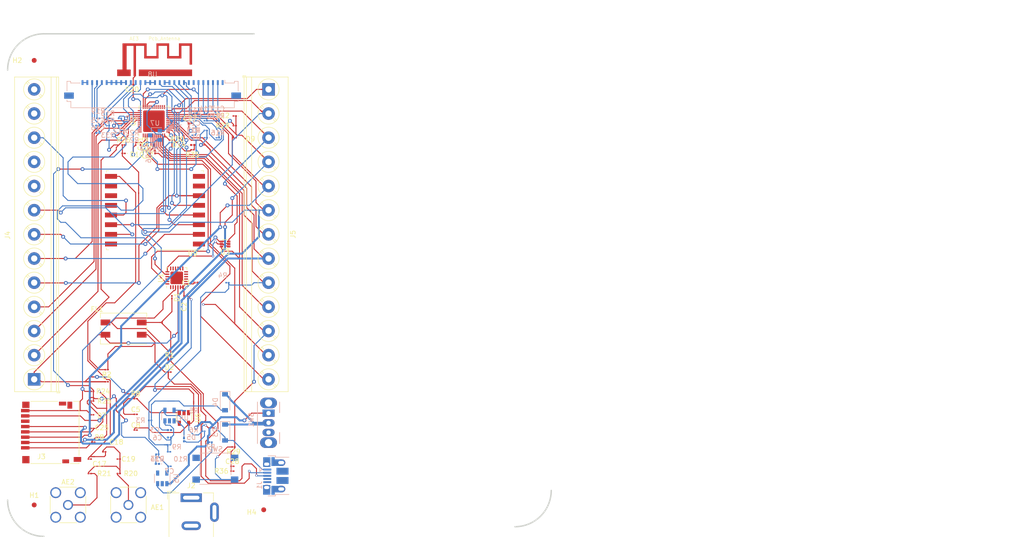
<source format=kicad_pcb>
(kicad_pcb (version 20171130) (host pcbnew "(5.1.2)-1")
  (layers (0 F.Cu signal hide) (31 B.Cu signal) (34 B.Paste user hide) (35 F.Paste user hide) (36 B.SilkS user) (37 F.SilkS user) (38 B.Mask user hide) (39 F.Mask user hide) (44 Edge.Cuts user))
  (net 0 "")
  (net 1 GND)
  (net 2 "Net-(AE2-Pad1)")
  (net 3 "Net-(AE3-Pad2)")
  (net 4 +3.3VP)
  (net 5 VBUS)
  (net 6 +5V)
  (net 7 +BATT)
  (net 8 +3V3)
  (net 9 /LEDscreen/RES)
  (net 10 VCC)
  (net 11 "Net-(C13-Pad2)")
  (net 12 "Net-(C13-Pad1)")
  (net 13 "Net-(C14-Pad2)")
  (net 14 "Net-(C14-Pad1)")
  (net 15 "Net-(C15-Pad1)")
  (net 16 "Net-(C16-Pad1)")
  (net 17 /moduloRF/ANT)
  (net 18 "Net-(C18-Pad1)")
  (net 19 "Net-(C21-Pad1)")
  (net 20 /micro/SENSOR_CAPP)
  (net 21 /micro/S_VP)
  (net 22 /micro/SENSOR_CAPN)
  (net 23 /micro/S_VN)
  (net 24 /Power/D+)
  (net 25 /Power/D-)
  (net 26 +5VD)
  (net 27 "Net-(D5-Pad2)")
  (net 28 "Net-(D5-Pad1)")
  (net 29 /micro/SD1-IO4)
  (net 30 /micro/SD2-IO12)
  (net 31 /micro/CMD-MOSI-IO15)
  (net 32 /micro/SD3-CS-IO13)
  (net 33 /micro/CLK-SCK-IO14)
  (net 34 /micro/SD0-MISO-IO2)
  (net 35 "Net-(D13-Pad2)")
  (net 36 "Net-(D14-Pad2)")
  (net 37 /Power/DM)
  (net 38 /Power/DP)
  (net 39 "Net-(J1-Pad4)")
  (net 40 /micro/IO21)
  (net 41 /micro/TXD)
  (net 42 /micro/RXD)
  (net 43 /micro/IO22)
  (net 44 /micro/IO23)
  (net 45 /micro/IO19)
  (net 46 /micro/HPDIO2)
  (net 47 /micro/HPDIO1)
  (net 48 /Power/RST_EN)
  (net 49 /micro/IO34)
  (net 50 /Power/IO35)
  (net 51 /Power/IO0)
  (net 52 /micro/IO25)
  (net 53 "Net-(R5-Pad1)")
  (net 54 "Net-(R7-Pad2)")
  (net 55 "Net-(R8-Pad2)")
  (net 56 /LEDscreen/D0)
  (net 57 /LEDscreen/D1)
  (net 58 /LEDscreen/D2)
  (net 59 "Net-(R15-Pad2)")
  (net 60 "Net-(R17-Pad2)")
  (net 61 "Net-(R19-Pad2)")
  (net 62 /Power/U0RXD)
  (net 63 "Net-(R29-Pad2)")
  (net 64 /micro/IO32)
  (net 65 /micro/IO33)
  (net 66 "Net-(SW1-Pad3)")
  (net 67 "Net-(U1-Pad24)")
  (net 68 /Power/DTR)
  (net 69 "Net-(U1-Pad22)")
  (net 70 /Power/RTS)
  (net 71 "Net-(U1-Pad18)")
  (net 72 "Net-(U1-Pad17)")
  (net 73 "Net-(U1-Pad16)")
  (net 74 "Net-(U1-Pad15)")
  (net 75 "Net-(U1-Pad14)")
  (net 76 "Net-(U1-Pad13)")
  (net 77 "Net-(U1-Pad12)")
  (net 78 "Net-(U1-Pad11)")
  (net 79 "Net-(U1-Pad10)")
  (net 80 "Net-(U1-Pad9)")
  (net 81 "Net-(U1-Pad1)")
  (net 82 "Net-(U2-Pad48)")
  (net 83 "Net-(U2-Pad47)")
  (net 84 "Net-(U2-Pad45)")
  (net 85 "Net-(U2-Pad44)")
  (net 86 /micro/IO18)
  (net 87 /micro/IO5)
  (net 88 "Net-(U2-Pad33)")
  (net 89 "Net-(U2-Pad32)")
  (net 90 "Net-(U2-Pad31)")
  (net 91 "Net-(U2-Pad30)")
  (net 92 "Net-(U2-Pad29)")
  (net 93 "Net-(U2-Pad28)")
  (net 94 "Net-(U2-Pad27)")
  (net 95 "Net-(U2-Pad26)")
  (net 96 "Net-(U2-Pad25)")
  (net 97 /micro/IO27)
  (net 98 /micro/IO26)
  (net 99 "Net-(U5-Pad4)")
  (net 100 "Net-(U6-Pad4)")
  (net 101 "Net-(U8-Pad7)")
  (net 102 "Net-(U9-Pad7)")
  (net 103 "Net-(U9-Pad11)")
  (net 104 "Net-(U9-Pad12)")
  (net 105 "Net-(AE1-Pad1)")
  (net 106 "Net-(J4-Pad9)")
  (net 107 /micro/U0RXD)
  (module RF_Module:HOPERF_RFM69HW (layer F.Cu) (at 87.5 74 180)
    (fp_text reference U9 (at -7.8 -9) (layer F.SilkS))
    (fp_text value RFM69HCW)
    (pad 1 smd rect (at -9.1 -7 180) (size 2.5 1) (layers F.Cu F.Paste F.Mask) (net 1 GND))
    (pad 2 smd rect (at -9.1 -5 180) (size 2.5 1) (layers F.Cu F.Paste F.Mask) (net 45 /micro/IO19))
    (pad 3 smd rect (at -9.1 -3 180) (size 2.5 1) (layers F.Cu F.Paste F.Mask) (net 97 /micro/IO27))
    (pad 4 smd rect (at -9.1 -1 180) (size 2.5 1) (layers F.Cu F.Paste F.Mask) (net 87 /micro/IO5))
    (pad 5 smd rect (at -9.1 1 180) (size 2.5 1) (layers F.Cu F.Paste F.Mask) (net 86 /micro/IO18))
    (pad 6 smd rect (at -9.1 3 180) (size 2.5 1) (layers F.Cu F.Paste F.Mask) (net 44 /micro/IO23))
    (pad 7 smd rect (at -9.1 5 180) (size 2.5 1) (layers F.Cu F.Paste F.Mask) (net 102 "Net-(U9-Pad7)"))
    (pad 8 smd rect (at -9.1 7 180) (size 2.5 1) (layers F.Cu F.Paste F.Mask) (net 1 GND))
    (pad 9 smd rect (at 9.1 7 180) (size 2.5 1) (layers F.Cu F.Paste F.Mask) (net 17 /moduloRF/ANT))
    (pad 10 smd rect (at 9.1 5 180) (size 2.5 1) (layers F.Cu F.Paste F.Mask) (net 1 GND))
    (pad 11 smd rect (at 9.1 3 180) (size 2.5 1) (layers F.Cu F.Paste F.Mask) (net 103 "Net-(U9-Pad11)"))
    (pad 12 smd rect (at 9.1 1 180) (size 2.5 1) (layers F.Cu F.Paste F.Mask) (net 104 "Net-(U9-Pad12)"))
    (pad 13 smd rect (at 9.1 -1 180) (size 2.5 1) (layers F.Cu F.Paste F.Mask) (net 4 +3.3VP))
    (pad 14 smd rect (at 9.1 -3 180) (size 2.5 1) (layers F.Cu F.Paste F.Mask) (net 98 /micro/IO26))
    (pad 15 smd rect (at 9.1 -5 180) (size 2.5 1) (layers F.Cu F.Paste F.Mask) (net 47 /micro/HPDIO1))
    (pad 16 smd rect (at 9.1 -7 180) (size 2.5 1) (layers F.Cu F.Paste F.Mask) (net 46 /micro/HPDIO2))
  )
  (module TerminalBlock_Phoenix:TerminalBlock_Phoenix_PT-1,5-13-5.0-H_1x13_P5.00mm_Horizontal (layer F.Cu) (at 111 49 270)
    (fp_text reference J5 (at 30 -5.06 90) (layer F.SilkS))
    (fp_text value Conn_01x13_Female)
    (pad 13 thru_hole circle (at 60 0 270) (size 2.6 2.6) (drill 1.3) (layers *.Cu *.Mask) (net 21 /micro/S_VP))
    (pad 12 thru_hole circle (at 55 0 270) (size 2.6 2.6) (drill 1.3) (layers *.Cu *.Mask) (net 23 /micro/S_VN))
    (pad 11 thru_hole circle (at 50 0 270) (size 2.6 2.6) (drill 1.3) (layers *.Cu *.Mask) (net 48 /Power/RST_EN))
    (pad 10 thru_hole circle (at 45 0 270) (size 2.6 2.6) (drill 1.3) (layers *.Cu *.Mask) (net 49 /micro/IO34))
    (pad 9 thru_hole circle (at 40 0 270) (size 2.6 2.6) (drill 1.3) (layers *.Cu *.Mask) (net 50 /Power/IO35))
    (pad 8 thru_hole circle (at 35 0 270) (size 2.6 2.6) (drill 1.3) (layers *.Cu *.Mask) (net 33 /micro/CLK-SCK-IO14))
    (pad 7 thru_hole circle (at 30 0 270) (size 2.6 2.6) (drill 1.3) (layers *.Cu *.Mask) (net 30 /micro/SD2-IO12))
    (pad 6 thru_hole circle (at 25 0 270) (size 2.6 2.6) (drill 1.3) (layers *.Cu *.Mask) (net 32 /micro/SD3-CS-IO13))
    (pad 5 thru_hole circle (at 20 0 270) (size 2.6 2.6) (drill 1.3) (layers *.Cu *.Mask) (net 31 /micro/CMD-MOSI-IO15))
    (pad 4 thru_hole circle (at 15 0 270) (size 2.6 2.6) (drill 1.3) (layers *.Cu *.Mask) (net 34 /micro/SD0-MISO-IO2))
    (pad 3 thru_hole circle (at 10 0 270) (size 2.6 2.6) (drill 1.3) (layers *.Cu *.Mask) (net 51 /Power/IO0))
    (pad 2 thru_hole circle (at 5 0 270) (size 2.6 2.6) (drill 1.3) (layers *.Cu *.Mask) (net 29 /micro/SD1-IO4))
    (pad 1 thru_hole rect (at 0 0 270) (size 2.6 2.6) (drill 1.3) (layers *.Cu *.Mask) (net 52 /micro/IO25))
  )
  (module Connector_FFC-FPC:Molex_200528-0300_1x30-1MP_P1.00mm_Horizontal (layer B.Cu) (at 87 48.5 180)
    (fp_text reference U8 (at 0 2.61) (layer B.SilkS) (effects (justify mirror)))
    (fp_text value OLED-128O064D)
    (pad 30 smd rect (at 14.5 0.91 180) (size 0.4 1) (layers B.Cu B.Paste B.Mask) (net 1 GND))
    (pad 29 smd rect (at 13.5 0.91 180) (size 0.4 1) (layers B.Cu B.Paste B.Mask) (net 1 GND))
    (pad 28 smd rect (at 12.5 0.91 180) (size 0.4 1) (layers B.Cu B.Paste B.Mask) (net 16 "Net-(C16-Pad1)"))
    (pad 27 smd rect (at 11.5 0.91 180) (size 0.4 1) (layers B.Cu B.Paste B.Mask) (net 15 "Net-(C15-Pad1)"))
    (pad 26 smd rect (at 10.5 0.91 180) (size 0.4 1) (layers B.Cu B.Paste B.Mask) (net 61 "Net-(R19-Pad2)"))
    (pad 25 smd rect (at 9.5 0.91 180) (size 0.4 1) (layers B.Cu B.Paste B.Mask) (net 1 GND))
    (pad 24 smd rect (at 8.5 0.91 180) (size 0.4 1) (layers B.Cu B.Paste B.Mask) (net 1 GND))
    (pad 23 smd rect (at 7.5 0.91 180) (size 0.4 1) (layers B.Cu B.Paste B.Mask) (net 1 GND))
    (pad 22 smd rect (at 6.5 0.91 180) (size 0.4 1) (layers B.Cu B.Paste B.Mask) (net 1 GND))
    (pad 21 smd rect (at 5.5 0.91 180) (size 0.4 1) (layers B.Cu B.Paste B.Mask) (net 1 GND))
    (pad 20 smd rect (at 4.5 0.91 180) (size 0.4 1) (layers B.Cu B.Paste B.Mask) (net 58 /LEDscreen/D2))
    (pad 19 smd rect (at 3.5 0.91 180) (size 0.4 1) (layers B.Cu B.Paste B.Mask) (net 57 /LEDscreen/D1))
    (pad 18 smd rect (at 2.5 0.91 180) (size 0.4 1) (layers B.Cu B.Paste B.Mask) (net 56 /LEDscreen/D0))
    (pad 17 smd rect (at 1.5 0.91 180) (size 0.4 1) (layers B.Cu B.Paste B.Mask) (net 1 GND))
    (pad 16 smd rect (at 0.5 0.91 180) (size 0.4 1) (layers B.Cu B.Paste B.Mask) (net 1 GND))
    (pad 15 smd rect (at -0.5 0.91 180) (size 0.4 1) (layers B.Cu B.Paste B.Mask) (net 1 GND))
    (pad 14 smd rect (at -1.5 0.91 180) (size 0.4 1) (layers B.Cu B.Paste B.Mask) (net 9 /LEDscreen/RES))
    (pad 13 smd rect (at -2.5 0.91 180) (size 0.4 1) (layers B.Cu B.Paste B.Mask) (net 1 GND))
    (pad 12 smd rect (at -3.5 0.91 180) (size 0.4 1) (layers B.Cu B.Paste B.Mask) (net 1 GND))
    (pad 11 smd rect (at -4.5 0.91 180) (size 0.4 1) (layers B.Cu B.Paste B.Mask) (net 59 "Net-(R15-Pad2)"))
    (pad 10 smd rect (at -5.5 0.91 180) (size 0.4 1) (layers B.Cu B.Paste B.Mask) (net 60 "Net-(R17-Pad2)"))
    (pad 9 smd rect (at -6.5 0.91 180) (size 0.4 1) (layers B.Cu B.Paste B.Mask) (net 10 VCC))
    (pad 8 smd rect (at -7.5 0.91 180) (size 0.4 1) (layers B.Cu B.Paste B.Mask) (net 1 GND))
    (pad 7 smd rect (at -8.5 0.91 180) (size 0.4 1) (layers B.Cu B.Paste B.Mask) (net 101 "Net-(U8-Pad7)"))
    (pad 6 smd rect (at -9.5 0.91 180) (size 0.4 1) (layers B.Cu B.Paste B.Mask) (net 10 VCC))
    (pad 5 smd rect (at -10.5 0.91 180) (size 0.4 1) (layers B.Cu B.Paste B.Mask) (net 13 "Net-(C14-Pad2)"))
    (pad 4 smd rect (at -11.5 0.91 180) (size 0.4 1) (layers B.Cu B.Paste B.Mask) (net 14 "Net-(C14-Pad1)"))
    (pad 3 smd rect (at -12.5 0.91 180) (size 0.4 1) (layers B.Cu B.Paste B.Mask) (net 11 "Net-(C13-Pad2)"))
    (pad 2 smd rect (at -13.5 0.91 180) (size 0.4 1) (layers B.Cu B.Paste B.Mask) (net 12 "Net-(C13-Pad1)"))
    (pad 1 smd rect (at -14.5 0.91 180) (size 0.4 1) (layers B.Cu B.Paste B.Mask) (net 1 GND))
    (pad MP smd rect (at 17.3 -1.79 180) (size 2 1.3) (layers B.Cu B.Paste B.Mask))
    (pad MP smd rect (at -17.3 -1.79 180) (size 2 1.3) (layers B.Cu B.Paste B.Mask))
  )
  (module Resistor_SMD:R_01005_0402Metric (layer B.Cu) (at 77.75 59.5 180)
    (fp_text reference R33 (at 0 1) (layer B.SilkS) (effects (justify mirror)))
    (fp_text value 22)
    (pad 2 smd roundrect (at 0.25 0 180) (size 0.4 0.3) (layers B.Cu B.Mask) (net 57 /LEDscreen/D1))
    (pad 1 smd roundrect (at -0.25 0 180) (size 0.4 0.3) (layers B.Cu B.Mask) (net 40 /micro/IO21))
  )
  (module Capacitor_SMD:C_0201_0603Metric (layer B.Cu) (at 75.68 58 180)
    (fp_text reference C16 (at 0 1.05) (layer B.SilkS) (effects (justify mirror)))
    (fp_text value 2.2uF)
    (pad 2 smd roundrect (at 0.32 0 180) (size 0.46 0.4) (layers B.Cu B.Mask) (net 1 GND))
    (pad 1 smd roundrect (at -0.32 0 180) (size 0.46 0.4) (layers B.Cu B.Mask) (net 16 "Net-(C16-Pad1)"))
  )
  (module Resistor_SMD:R_01005_0402Metric (layer B.Cu) (at 75.75 55 180)
    (fp_text reference R19 (at 0 1.5) (layer B.SilkS) (effects (justify mirror)))
    (fp_text value 910K)
    (pad 2 smd roundrect (at 0.25 0 180) (size 0.4 0.3) (layers B.Cu B.Mask) (net 61 "Net-(R19-Pad2)"))
    (pad 1 smd roundrect (at -0.25 0 180) (size 0.4 0.3) (layers B.Cu B.Mask) (net 1 GND))
  )
  (module Capacitor_SMD:C_01005_0402Metric (layer B.Cu) (at 98 54 180)
    (fp_text reference C14 (at 0 1) (layer B.SilkS) (effects (justify mirror)))
    (fp_text value 1uF)
    (pad 2 smd roundrect (at 0.25 0 180) (size 0.4 0.3) (layers B.Cu B.Mask) (net 13 "Net-(C14-Pad2)"))
    (pad 1 smd roundrect (at -0.25 0 180) (size 0.4 0.3) (layers B.Cu B.Mask) (net 14 "Net-(C14-Pad1)"))
  )
  (module Resistor_SMD:R_01005_0402Metric (layer B.Cu) (at 98 57.5 180)
    (fp_text reference R27 (at 2.5 0) (layer B.SilkS) (effects (justify mirror)))
    (fp_text value NC)
    (pad 2 smd roundrect (at 0.25 0 180) (size 0.4 0.3) (layers B.Cu B.Mask) (net 8 +3V3))
    (pad 1 smd roundrect (at -0.25 0 180) (size 0.4 0.3) (layers B.Cu B.Mask) (net 33 /micro/CLK-SCK-IO14))
  )
  (module Resistor_SMD:R_01005_0402Metric (layer F.Cu) (at 81 60.5)
    (fp_text reference R26 (at 0 -1) (layer F.SilkS))
    (fp_text value NC)
    (pad 2 smd roundrect (at 0.25 0) (size 0.4 0.3) (layers F.Cu F.Mask) (net 8 +3V3))
    (pad 1 smd roundrect (at -0.25 0) (size 0.4 0.3) (layers F.Cu F.Mask) (net 32 /micro/SD3-CS-IO13))
  )
  (module Diode_SMD:D_01005_0402Metric (layer F.Cu) (at 81 62.25 180)
    (fp_text reference D10 (at -2.75 -0.25) (layer F.SilkS))
    (fp_text value ULC0511C)
    (pad 2 smd roundrect (at 0.25 0 180) (size 0.4 0.3) (layers F.Cu F.Mask) (net 32 /micro/SD3-CS-IO13))
    (pad 1 smd roundrect (at -0.25 0 180) (size 0.4 0.3) (layers F.Cu F.Mask) (net 1 GND))
  )
  (module Capacitor_SMD:C_01005_0402Metric (layer F.Cu) (at 82.75 48 180)
    (fp_text reference C20 (at 0 -1) (layer F.SilkS))
    (fp_text value C)
    (pad 2 smd roundrect (at 0.25 0 180) (size 0.4 0.3) (layers F.Cu F.Mask) (net 1 GND))
    (pad 1 smd roundrect (at -0.25 0 180) (size 0.4 0.3) (layers F.Cu F.Mask) (net 3 "Net-(AE3-Pad2)"))
  )
  (module Diode_SMD:D_01005_0402Metric (layer B.Cu) (at 98 59 180)
    (fp_text reference D11 (at 2.5 0.083332) (layer B.SilkS) (effects (justify mirror)))
    (fp_text value ULC0511C)
    (pad 1 smd roundrect (at -0.25 0 180) (size 0.4 0.3) (layers B.Cu B.Mask) (net 33 /micro/CLK-SCK-IO14))
    (pad 2 smd roundrect (at 0.25 0 180) (size 0.4 0.3) (layers B.Cu B.Mask) (net 1 GND))
  )
  (module Package_TO_SOT_SMD:SOT-563 (layer F.Cu) (at 102 81 180)
    (fp_text reference U3 (at 0 -1.7) (layer F.SilkS))
    (fp_text value EMH3)
    (pad 5 smd rect (at 0.75 0 180) (size 0.7 0.4) (layers F.Cu F.Paste F.Mask) (net 70 /Power/RTS))
    (pad 4 smd rect (at 0.75 0.5 180) (size 0.7 0.4) (layers F.Cu F.Paste F.Mask) (net 68 /Power/DTR))
    (pad 2 smd rect (at -0.75 0 180) (size 0.7 0.4) (layers F.Cu F.Paste F.Mask) (net 68 /Power/DTR))
    (pad 6 smd rect (at 0.75 -0.5 180) (size 0.7 0.4) (layers F.Cu F.Paste F.Mask) (net 48 /Power/RST_EN))
    (pad 3 smd rect (at -0.75 0.5 180) (size 0.7 0.4) (layers F.Cu F.Paste F.Mask) (net 51 /Power/IO0))
    (pad 1 smd rect (at -0.75 -0.5 180) (size 0.7 0.4) (layers F.Cu F.Paste F.Mask) (net 70 /Power/RTS))
  )
  (module Package_TO_SOT_SMD:SOT-23-5 (layer B.Cu) (at 90.5 116.5 90)
    (fp_text reference U4 (at -0.5 3 180) (layer B.SilkS) (effects (justify mirror)))
    (fp_text value TP4054)
    (pad 5 smd rect (at 1.1 0.95 90) (size 1.06 0.65) (layers B.Cu B.Paste B.Mask) (net 53 "Net-(R5-Pad1)"))
    (pad 4 smd rect (at 1.1 -0.95 90) (size 1.06 0.65) (layers B.Cu B.Paste B.Mask) (net 5 VBUS))
    (pad 3 smd rect (at -1.1 -0.95 90) (size 1.06 0.65) (layers B.Cu B.Paste B.Mask) (net 7 +BATT))
    (pad 2 smd rect (at -1.1 0 90) (size 1.06 0.65) (layers B.Cu B.Paste B.Mask) (net 1 GND))
    (pad 1 smd rect (at -1.1 0.95 90) (size 1.06 0.65) (layers B.Cu B.Paste B.Mask) (net 28 "Net-(D5-Pad1)"))
  )
  (module Capacitor_SMD:C_01005_0402Metric (layer F.Cu) (at 74.5 119.166666 180)
    (fp_text reference C25 (at -2 0.166666) (layer F.SilkS))
    (fp_text value C)
    (pad 2 smd roundrect (at 0.25 0 180) (size 0.4 0.3) (layers F.Cu F.Mask) (net 1 GND))
    (pad 1 smd roundrect (at -0.25 0 180) (size 0.4 0.3) (layers F.Cu F.Mask) (net 8 +3V3))
  )
  (module Resistor_SMD:R_01005_0402Metric (layer F.Cu) (at 74.5 113.5 180)
    (fp_text reference R25 (at -2.5 0 180) (layer F.SilkS))
    (fp_text value NC)
    (pad 2 smd roundrect (at 0.25 0 180) (size 0.4 0.3) (layers F.Cu F.Mask) (net 30 /micro/SD2-IO12))
    (pad 1 smd roundrect (at -0.25 0 180) (size 0.4 0.3) (layers F.Cu F.Mask) (net 8 +3V3))
  )
  (module Diode_SMD:D_01005_0402Metric (layer F.Cu) (at 74.735 122)
    (fp_text reference D8 (at 1.265 -1) (layer F.SilkS))
    (fp_text value ULC0511C)
    (pad 2 smd roundrect (at 0.25 0) (size 0.4 0.3) (layers F.Cu F.Mask) (net 1 GND))
    (pad 1 smd roundrect (at -0.25 0) (size 0.4 0.3) (layers F.Cu F.Mask) (net 30 /micro/SD2-IO12))
  )
  (module Button_Switch_SMD:SW_Push_1P1T_NO_6x6mm_H9.5mm (layer B.Cu) (at 100 127.5 180)
    (fp_text reference SW2 (at 0 4.05) (layer B.SilkS) (effects (justify mirror)))
    (fp_text value SW_Push)
    (pad 2 smd rect (at 3.975 -2.25 180) (size 1.55 1.3) (layers B.Cu B.Paste B.Mask) (net 63 "Net-(R29-Pad2)"))
    (pad 1 smd rect (at 3.975 2.25 180) (size 1.55 1.3) (layers B.Cu B.Paste B.Mask) (net 1 GND))
    (pad 1 smd rect (at -3.975 2.25 180) (size 1.55 1.3) (layers B.Cu B.Paste B.Mask) (net 1 GND))
    (pad 2 smd rect (at -3.975 -2.25 180) (size 1.55 1.3) (layers B.Cu B.Paste B.Mask) (net 63 "Net-(R29-Pad2)"))
  )
  (module Connector_Coaxial:SMA_Amphenol_132134_Vertical (layer F.Cu) (at 69.5 135)
    (fp_text reference AE2 (at 0 -4.75) (layer F.SilkS))
    (fp_text value "WIFI ANT")
    (pad 2 thru_hole circle (at -2.54 2.54) (size 2.25 2.25) (drill 1.7) (layers *.Cu *.Mask) (net 1 GND))
    (pad 2 thru_hole circle (at -2.54 -2.54) (size 2.25 2.25) (drill 1.7) (layers *.Cu *.Mask) (net 1 GND))
    (pad 2 thru_hole circle (at 2.54 -2.54) (size 2.25 2.25) (drill 1.7) (layers *.Cu *.Mask) (net 1 GND))
    (pad 2 thru_hole circle (at 2.54 2.54) (size 2.25 2.25) (drill 1.7) (layers *.Cu *.Mask) (net 1 GND))
    (pad 1 thru_hole circle (at 0 0) (size 2.05 2.05) (drill 1.5) (layers *.Cu *.Mask) (net 2 "Net-(AE2-Pad1)"))
  )
  (module Fiducial:Fiducial_1mm_Mask2mm (layer F.Cu) (at 110 136)
    (fp_text reference H4 (at -2.5 0.5) (layer F.SilkS))
    (fp_text value MountingHole)
    (pad "" smd circle (at 0 0) (size 1 1) (layers F.Cu F.Mask) (clearance 0.5))
  )
  (module MyAntennas:SWRA117D (layer F.Cu) (at 87.38 42.86)
    (fp_text reference AE3 (at -4.2 -4.36) (layer F.SilkS) (effects (font (size 0.7 0.7) (thickness 0.07))))
    (fp_text value Pcb_Antenna (at 2.06 -4.38) (layer F.SilkS) (effects (font (size 0.7 0.7) (thickness 0.07))))
    (fp_poly (pts (xy 7.789334 3.386667) (xy -3.217333 3.386667) (xy -3.217333 2.032) (xy 7.789334 2.032) (xy 7.789334 3.386667)) (layer F.Cu) (width 0.01))
    (fp_poly (pts (xy -1.608666 -0.762) (xy 0.423334 -0.762) (xy 0.423334 -3.386666) (xy 3.048 -3.386666) (xy 3.048 -0.762) (xy 5.08 -0.762) (xy 5.08 -3.386666) (xy 7.789334 -3.386666) (xy 7.789334 1.016) (xy 7.281334 1.016) (xy 7.281334 -2.878666) (xy 5.588 -2.878666) (xy 5.588 -0.254) (xy 2.624667 -0.254) (xy 2.624667 -2.878666) (xy 0.846667 -2.878666) (xy 0.846667 -0.254) (xy -2.116666 -0.254) (xy -2.116666 -2.878666) (xy -3.81 -2.878666) (xy -3.81 3.386667) (xy -4.318 3.386667) (xy -4.318 -2.878666) (xy -5.757333 -2.878666) (xy -5.757333 2.032) (xy -4.910666 2.032) (xy -4.910666 3.386667) (xy -7.704666 3.386667) (xy -7.704666 2.032) (xy -6.604 2.032) (xy -6.604 -3.386666) (xy -1.608666 -3.386666) (xy -1.608666 -0.762)) (layer F.Cu) (width 0.01))
    (pad 2 smd circle (at -4.06 3.18) (size 0.4 0.4) (layers F.Cu F.Paste) (net 3 "Net-(AE3-Pad2)"))
    (pad 1 smd circle (at -6.2 2.8) (size 0.5 0.5) (layers F.Cu F.Paste F.Mask) (net 1 GND))
  )
  (module Package_TO_SOT_SMD:SOT-23 (layer B.Cu) (at 87.5 58.5 180)
    (fp_text reference U7 (at 0 2.5) (layer B.SilkS) (effects (justify mirror)))
    (fp_text value 662k)
    (pad 3 smd rect (at 1 0 180) (size 0.9 0.8) (layers B.Cu B.Paste B.Mask) (net 1 GND))
    (pad 2 smd rect (at -1 -0.95 180) (size 0.9 0.8) (layers B.Cu B.Paste B.Mask) (net 8 +3V3))
    (pad 1 smd rect (at -1 0.95 180) (size 0.9 0.8) (layers B.Cu B.Paste B.Mask) (net 10 VCC))
  )
  (module Package_TO_SOT_SMD:SOT-23-5 (layer F.Cu) (at 93.5 117 270)
    (fp_text reference U6 (at 0 -2.9 90) (layer F.SilkS))
    (fp_text value ME6211)
    (pad 5 smd rect (at 1.1 -0.95 270) (size 1.06 0.65) (layers F.Cu F.Paste F.Mask) (net 4 +3.3VP))
    (pad 4 smd rect (at 1.1 0.95 270) (size 1.06 0.65) (layers F.Cu F.Paste F.Mask) (net 100 "Net-(U6-Pad4)"))
    (pad 3 smd rect (at -1.1 0.95 270) (size 1.06 0.65) (layers F.Cu F.Paste F.Mask) (net 55 "Net-(R8-Pad2)"))
    (pad 2 smd rect (at -1.1 0 270) (size 1.06 0.65) (layers F.Cu F.Paste F.Mask) (net 1 GND))
    (pad 1 smd rect (at -1.1 -0.95 270) (size 1.06 0.65) (layers F.Cu F.Paste F.Mask) (net 6 +5V))
  )
  (module Package_TO_SOT_SMD:SOT-23-5 (layer B.Cu) (at 89 129.5 90)
    (fp_text reference U5 (at 0 2.9 -90) (layer B.SilkS) (effects (justify mirror)))
    (fp_text value ME6211)
    (pad 5 smd rect (at 1.1 0.95 90) (size 1.06 0.65) (layers B.Cu B.Paste B.Mask) (net 8 +3V3))
    (pad 4 smd rect (at 1.1 -0.95 90) (size 1.06 0.65) (layers B.Cu B.Paste B.Mask) (net 99 "Net-(U5-Pad4)"))
    (pad 3 smd rect (at -1.1 -0.95 90) (size 1.06 0.65) (layers B.Cu B.Paste B.Mask) (net 54 "Net-(R7-Pad2)"))
    (pad 2 smd rect (at -1.1 0 90) (size 1.06 0.65) (layers B.Cu B.Paste B.Mask) (net 1 GND))
    (pad 1 smd rect (at -1.1 0.95 90) (size 1.06 0.65) (layers B.Cu B.Paste B.Mask) (net 6 +5V))
  )
  (module Package_DFN_QFN:UQFN-48-1EP_6x6mm_P0.4mm_EP4.45x4.45mm (layer F.Cu) (at 87.28 55.59 90)
    (fp_text reference U2 (at 0 -4.3 90) (layer F.SilkS))
    (fp_text value ESP32)
    (pad 48 smd roundrect (at -2.2 -2.9375 90) (size 0.2 0.825) (layers F.Cu F.Paste F.Mask) (net 82 "Net-(U2-Pad48)"))
    (pad 47 smd roundrect (at -1.8 -2.9375 90) (size 0.2 0.825) (layers F.Cu F.Paste F.Mask) (net 83 "Net-(U2-Pad47)"))
    (pad 46 smd roundrect (at -1.4 -2.9375 90) (size 0.2 0.825) (layers F.Cu F.Paste F.Mask) (net 8 +3V3))
    (pad 45 smd roundrect (at -1 -2.9375 90) (size 0.2 0.825) (layers F.Cu F.Paste F.Mask) (net 84 "Net-(U2-Pad45)"))
    (pad 44 smd roundrect (at -0.6 -2.9375 90) (size 0.2 0.825) (layers F.Cu F.Paste F.Mask) (net 85 "Net-(U2-Pad44)"))
    (pad 43 smd roundrect (at -0.2 -2.9375 90) (size 0.2 0.825) (layers F.Cu F.Paste F.Mask) (net 8 +3V3))
    (pad 42 smd roundrect (at 0.2 -2.9375 90) (size 0.2 0.825) (layers F.Cu F.Paste F.Mask) (net 40 /micro/IO21))
    (pad 41 smd roundrect (at 0.6 -2.9375 90) (size 0.2 0.825) (layers F.Cu F.Paste F.Mask) (net 41 /micro/TXD))
    (pad 40 smd roundrect (at 1 -2.9375 90) (size 0.2 0.825) (layers F.Cu F.Paste F.Mask) (net 42 /micro/RXD))
    (pad 39 smd roundrect (at 1.4 -2.9375 90) (size 0.2 0.825) (layers F.Cu F.Paste F.Mask) (net 43 /micro/IO22))
    (pad 38 smd roundrect (at 1.8 -2.9375 90) (size 0.2 0.825) (layers F.Cu F.Paste F.Mask) (net 45 /micro/IO19))
    (pad 37 smd roundrect (at 2.2 -2.9375 90) (size 0.2 0.825) (layers F.Cu F.Paste F.Mask) (net 8 +3V3))
    (pad 36 smd roundrect (at 2.9375 -2.2 90) (size 0.825 0.2) (layers F.Cu F.Paste F.Mask) (net 44 /micro/IO23))
    (pad 35 smd roundrect (at 2.9375 -1.8 90) (size 0.825 0.2) (layers F.Cu F.Paste F.Mask) (net 86 /micro/IO18))
    (pad 34 smd roundrect (at 2.9375 -1.4 90) (size 0.825 0.2) (layers F.Cu F.Paste F.Mask) (net 87 /micro/IO5))
    (pad 33 smd roundrect (at 2.9375 -1 90) (size 0.825 0.2) (layers F.Cu F.Paste F.Mask) (net 88 "Net-(U2-Pad33)"))
    (pad 32 smd roundrect (at 2.9375 -0.6 90) (size 0.825 0.2) (layers F.Cu F.Paste F.Mask) (net 89 "Net-(U2-Pad32)"))
    (pad 31 smd roundrect (at 2.9375 -0.2 90) (size 0.825 0.2) (layers F.Cu F.Paste F.Mask) (net 90 "Net-(U2-Pad31)"))
    (pad 30 smd roundrect (at 2.9375 0.2 90) (size 0.825 0.2) (layers F.Cu F.Paste F.Mask) (net 91 "Net-(U2-Pad30)"))
    (pad 29 smd roundrect (at 2.9375 0.6 90) (size 0.825 0.2) (layers F.Cu F.Paste F.Mask) (net 92 "Net-(U2-Pad29)"))
    (pad 28 smd roundrect (at 2.9375 1 90) (size 0.825 0.2) (layers F.Cu F.Paste F.Mask) (net 93 "Net-(U2-Pad28)"))
    (pad 27 smd roundrect (at 2.9375 1.4 90) (size 0.825 0.2) (layers F.Cu F.Paste F.Mask) (net 94 "Net-(U2-Pad27)"))
    (pad 26 smd roundrect (at 2.9375 1.8 90) (size 0.825 0.2) (layers F.Cu F.Paste F.Mask) (net 95 "Net-(U2-Pad26)"))
    (pad 25 smd roundrect (at 2.9375 2.2 90) (size 0.825 0.2) (layers F.Cu F.Paste F.Mask) (net 96 "Net-(U2-Pad25)"))
    (pad 24 smd roundrect (at 2.2 2.9375 90) (size 0.2 0.825) (layers F.Cu F.Paste F.Mask) (net 29 /micro/SD1-IO4))
    (pad 23 smd roundrect (at 1.8 2.9375 90) (size 0.2 0.825) (layers F.Cu F.Paste F.Mask) (net 51 /Power/IO0))
    (pad 22 smd roundrect (at 1.4 2.9375 90) (size 0.2 0.825) (layers F.Cu F.Paste F.Mask) (net 34 /micro/SD0-MISO-IO2))
    (pad 21 smd roundrect (at 1 2.9375 90) (size 0.2 0.825) (layers F.Cu F.Paste F.Mask) (net 31 /micro/CMD-MOSI-IO15))
    (pad 20 smd roundrect (at 0.6 2.9375 90) (size 0.2 0.825) (layers F.Cu F.Paste F.Mask) (net 32 /micro/SD3-CS-IO13))
    (pad 19 smd roundrect (at 0.2 2.9375 90) (size 0.2 0.825) (layers F.Cu F.Paste F.Mask) (net 8 +3V3))
    (pad 18 smd roundrect (at -0.2 2.9375 90) (size 0.2 0.825) (layers F.Cu F.Paste F.Mask) (net 30 /micro/SD2-IO12))
    (pad 17 smd roundrect (at -0.6 2.9375 90) (size 0.2 0.825) (layers F.Cu F.Paste F.Mask) (net 33 /micro/CLK-SCK-IO14))
    (pad 16 smd roundrect (at -1 2.9375 90) (size 0.2 0.825) (layers F.Cu F.Paste F.Mask) (net 97 /micro/IO27))
    (pad 15 smd roundrect (at -1.4 2.9375 90) (size 0.2 0.825) (layers F.Cu F.Paste F.Mask) (net 98 /micro/IO26))
    (pad 14 smd roundrect (at -1.8 2.9375 90) (size 0.2 0.825) (layers F.Cu F.Paste F.Mask) (net 52 /micro/IO25))
    (pad 13 smd roundrect (at -2.2 2.9375 90) (size 0.2 0.825) (layers F.Cu F.Paste F.Mask) (net 65 /micro/IO33))
    (pad 12 smd roundrect (at -2.9375 2.2 90) (size 0.825 0.2) (layers F.Cu F.Paste F.Mask) (net 64 /micro/IO32))
    (pad 11 smd roundrect (at -2.9375 1.8 90) (size 0.825 0.2) (layers F.Cu F.Paste F.Mask) (net 50 /Power/IO35))
    (pad 10 smd roundrect (at -2.9375 1.4 90) (size 0.825 0.2) (layers F.Cu F.Paste F.Mask) (net 49 /micro/IO34))
    (pad 9 smd roundrect (at -2.9375 1 90) (size 0.825 0.2) (layers F.Cu F.Paste F.Mask) (net 48 /Power/RST_EN))
    (pad 8 smd roundrect (at -2.9375 0.6 90) (size 0.825 0.2) (layers F.Cu F.Paste F.Mask) (net 23 /micro/S_VN))
    (pad 7 smd roundrect (at -2.9375 0.2 90) (size 0.825 0.2) (layers F.Cu F.Paste F.Mask) (net 22 /micro/SENSOR_CAPN))
    (pad 6 smd roundrect (at -2.9375 -0.2 90) (size 0.825 0.2) (layers F.Cu F.Paste F.Mask) (net 20 /micro/SENSOR_CAPP))
    (pad 5 smd roundrect (at -2.9375 -0.6 90) (size 0.825 0.2) (layers F.Cu F.Paste F.Mask) (net 21 /micro/S_VP))
    (pad 4 smd roundrect (at -2.9375 -1 90) (size 0.825 0.2) (layers F.Cu F.Paste F.Mask) (net 8 +3V3))
    (pad 3 smd roundrect (at -2.9375 -1.4 90) (size 0.825 0.2) (layers F.Cu F.Paste F.Mask) (net 8 +3V3))
    (pad 2 smd roundrect (at -2.9375 -1.8 90) (size 0.825 0.2) (layers F.Cu F.Paste F.Mask) (net 19 "Net-(C21-Pad1)"))
    (pad 1 smd roundrect (at -2.9375 -2.2 90) (size 0.825 0.2) (layers F.Cu F.Paste F.Mask) (net 8 +3V3))
    (pad 49 smd roundrect (at 0 0 90) (size 4.45 4.45) (layers F.Cu F.Mask) (roundrect_rratio 0.05618) (net 1 GND))
  )
  (module Package_DFN_QFN:QFN-24-1EP_4x4mm_P0.5mm_EP2.6x2.6mm (layer F.Cu) (at 92 88 90)
    (fp_text reference U1 (at 0 -3.3 90) (layer F.SilkS))
    (fp_text value CP2102N-A01-GQFN24)
    (pad 24 smd roundrect (at -1.25 -1.9375 90) (size 0.25 0.825) (layers F.Cu F.Paste F.Mask) (net 67 "Net-(U1-Pad24)"))
    (pad 23 smd roundrect (at -0.75 -1.9375 90) (size 0.25 0.825) (layers F.Cu F.Paste F.Mask) (net 68 /Power/DTR))
    (pad 22 smd roundrect (at -0.25 -1.9375 90) (size 0.25 0.825) (layers F.Cu F.Paste F.Mask) (net 69 "Net-(U1-Pad22)"))
    (pad 21 smd roundrect (at 0.25 -1.9375 90) (size 0.25 0.825) (layers F.Cu F.Paste F.Mask) (net 62 /Power/U0RXD))
    (pad 20 smd roundrect (at 0.75 -1.9375 90) (size 0.25 0.825) (layers F.Cu F.Paste F.Mask) (net 107 /micro/U0RXD))
    (pad 19 smd roundrect (at 1.25 -1.9375 90) (size 0.25 0.825) (layers F.Cu F.Paste F.Mask) (net 70 /Power/RTS))
    (pad 18 smd roundrect (at 1.9375 -1.25 90) (size 0.825 0.25) (layers F.Cu F.Paste F.Mask) (net 71 "Net-(U1-Pad18)"))
    (pad 17 smd roundrect (at 1.9375 -0.75 90) (size 0.825 0.25) (layers F.Cu F.Paste F.Mask) (net 72 "Net-(U1-Pad17)"))
    (pad 16 smd roundrect (at 1.9375 -0.25 90) (size 0.825 0.25) (layers F.Cu F.Paste F.Mask) (net 73 "Net-(U1-Pad16)"))
    (pad 15 smd roundrect (at 1.9375 0.25 90) (size 0.825 0.25) (layers F.Cu F.Paste F.Mask) (net 74 "Net-(U1-Pad15)"))
    (pad 14 smd roundrect (at 1.9375 0.75 90) (size 0.825 0.25) (layers F.Cu F.Paste F.Mask) (net 75 "Net-(U1-Pad14)"))
    (pad 13 smd roundrect (at 1.9375 1.25 90) (size 0.825 0.25) (layers F.Cu F.Paste F.Mask) (net 76 "Net-(U1-Pad13)"))
    (pad 12 smd roundrect (at 1.25 1.9375 90) (size 0.25 0.825) (layers F.Cu F.Paste F.Mask) (net 77 "Net-(U1-Pad12)"))
    (pad 11 smd roundrect (at 0.75 1.9375 90) (size 0.25 0.825) (layers F.Cu F.Paste F.Mask) (net 78 "Net-(U1-Pad11)"))
    (pad 10 smd roundrect (at 0.25 1.9375 90) (size 0.25 0.825) (layers F.Cu F.Paste F.Mask) (net 79 "Net-(U1-Pad10)"))
    (pad 9 smd roundrect (at -0.25 1.9375 90) (size 0.25 0.825) (layers F.Cu F.Paste F.Mask) (net 80 "Net-(U1-Pad9)"))
    (pad 8 smd roundrect (at -0.75 1.9375 90) (size 0.25 0.825) (layers F.Cu F.Paste F.Mask) (net 6 +5V))
    (pad 7 smd roundrect (at -1.25 1.9375 90) (size 0.25 0.825) (layers F.Cu F.Paste F.Mask) (net 4 +3.3VP))
    (pad 6 smd roundrect (at -1.9375 1.25 90) (size 0.825 0.25) (layers F.Cu F.Paste F.Mask) (net 4 +3.3VP))
    (pad 5 smd roundrect (at -1.9375 0.75 90) (size 0.825 0.25) (layers F.Cu F.Paste F.Mask) (net 4 +3.3VP))
    (pad 4 smd roundrect (at -1.9375 0.25 90) (size 0.825 0.25) (layers F.Cu F.Paste F.Mask) (net 37 /Power/DM))
    (pad 3 smd roundrect (at -1.9375 -0.25 90) (size 0.825 0.25) (layers F.Cu F.Paste F.Mask) (net 38 /Power/DP))
    (pad 2 smd roundrect (at -1.9375 -0.75 90) (size 0.825 0.25) (layers F.Cu F.Paste F.Mask) (net 1 GND))
    (pad 1 smd roundrect (at -1.9375 -1.25 90) (size 0.825 0.25) (layers F.Cu F.Paste F.Mask) (net 81 "Net-(U1-Pad1)"))
    (pad 25 smd roundrect (at 0 0 90) (size 2.6 2.6) (layers F.Cu F.Mask) (roundrect_rratio 0.096154) (net 1 GND))
  )
  (module Button_Switch_THT:SW_CuK_OS102011MA1QN1_SPDT_Angled (layer B.Cu) (at 111 116 270)
    (fp_text reference SW1 (at 1.4 3.6 270) (layer B.SilkS) (effects (justify mirror)))
    (fp_text value SW_SPDT)
    (pad "" thru_hole oval (at 6.1 0 270) (size 2.2 3.5) (drill 1.5) (layers *.Cu *.Mask))
    (pad "" thru_hole oval (at -2.1 0 270) (size 2.2 3.5) (drill 1.5) (layers *.Cu *.Mask))
    (pad 3 thru_hole oval (at 4 0 270) (size 1.5 2.5) (drill 0.9) (layers *.Cu *.Mask) (net 66 "Net-(SW1-Pad3)"))
    (pad 2 thru_hole oval (at 2 0 270) (size 1.5 2.5) (drill 0.9) (layers *.Cu *.Mask) (net 26 +5VD))
    (pad 1 thru_hole rect (at 0 0 270) (size 1.5 2.5) (drill 0.9) (layers *.Cu *.Mask) (net 6 +5V))
  )
  (module Resistor_SMD:R_01005_0402Metric (layer F.Cu) (at 103.5 128 180)
    (fp_text reference R36 (at 2.25 0) (layer F.SilkS))
    (fp_text value 10K)
    (pad 2 smd roundrect (at 0.25 0 180) (size 0.4 0.3) (layers F.Cu F.Mask) (net 48 /Power/RST_EN))
    (pad 1 smd roundrect (at -0.25 0 180) (size 0.4 0.3) (layers F.Cu F.Mask) (net 8 +3V3))
  )
  (module Resistor_SMD:R_01005_0402Metric (layer F.Cu) (at 95.25 61.5 180)
    (fp_text reference R35 (at 0 -1) (layer F.SilkS))
    (fp_text value 2K)
    (pad 2 smd roundrect (at 0.25 0 180) (size 0.4 0.3) (layers F.Cu F.Mask) (net 52 /micro/IO25))
    (pad 1 smd roundrect (at -0.25 0 180) (size 0.4 0.3) (layers F.Cu F.Mask) (net 36 "Net-(D14-Pad2)"))
  )
  (module Resistor_SMD:R_01005_0402Metric (layer B.Cu) (at 88 124.5)
    (fp_text reference R34 (at 0 1) (layer B.SilkS) (effects (justify mirror)))
    (fp_text value 2K)
    (pad 2 smd roundrect (at 0.25 0) (size 0.4 0.3) (layers B.Cu B.Mask) (net 8 +3V3))
    (pad 1 smd roundrect (at -0.25 0) (size 0.4 0.3) (layers B.Cu B.Mask) (net 35 "Net-(D13-Pad2)"))
  )
  (module Resistor_SMD:R_01005_0402Metric (layer B.Cu) (at 80.25 55)
    (fp_text reference R32 (at 2.5 0) (layer B.SilkS) (effects (justify mirror)))
    (fp_text value 22)
    (pad 1 smd roundrect (at -0.25 0) (size 0.4 0.3) (layers B.Cu B.Mask) (net 43 /micro/IO22))
    (pad 2 smd roundrect (at 0.25 0) (size 0.4 0.3) (layers B.Cu B.Mask) (net 56 /LEDscreen/D0))
  )
  (module Resistor_SMD:R_01005_0402Metric (layer B.Cu) (at 90.75 60 180)
    (fp_text reference R31 (at 3.25 -1.5) (layer B.SilkS) (effects (justify mirror)))
    (fp_text value 22)
    (pad 2 smd roundrect (at 0.25 0 180) (size 0.4 0.3) (layers B.Cu B.Mask) (net 47 /micro/HPDIO1))
    (pad 1 smd roundrect (at -0.25 0 180) (size 0.4 0.3) (layers B.Cu B.Mask) (net 65 /micro/IO33))
  )
  (module Resistor_SMD:R_01005_0402Metric (layer F.Cu) (at 90.75 59.5)
    (fp_text reference R30 (at 1.39 -0.17) (layer F.SilkS))
    (fp_text value 22)
    (pad 2 smd roundrect (at 0.25 0) (size 0.4 0.3) (layers F.Cu F.Mask) (net 46 /micro/HPDIO2))
    (pad 1 smd roundrect (at -0.25 0) (size 0.4 0.3) (layers F.Cu F.Mask) (net 64 /micro/IO32))
  )
  (module Resistor_SMD:R_01005_0402Metric (layer F.Cu) (at 103.75 123 180)
    (fp_text reference R29 (at 0 -1) (layer F.SilkS))
    (fp_text value 0R)
    (pad 2 smd roundrect (at 0.25 0 180) (size 0.4 0.3) (layers F.Cu F.Mask) (net 63 "Net-(R29-Pad2)"))
    (pad 1 smd roundrect (at -0.25 0 180) (size 0.4 0.3) (layers F.Cu F.Mask) (net 48 /Power/RST_EN))
  )
  (module Resistor_SMD:R_01005_0402Metric (layer F.Cu) (at 104 56.5 180)
    (fp_text reference R28 (at 2.5 0) (layer F.SilkS))
    (fp_text value NC)
    (pad 2 smd roundrect (at 0.25 0 180) (size 0.4 0.3) (layers F.Cu F.Mask) (net 8 +3V3))
    (pad 1 smd roundrect (at -0.25 0 180) (size 0.4 0.3) (layers F.Cu F.Mask) (net 34 /micro/SD0-MISO-IO2))
  )
  (module Resistor_SMD:R_01005_0402Metric (layer F.Cu) (at 74.5 111.5)
    (fp_text reference R24 (at 2.265 0) (layer F.SilkS))
    (fp_text value NC)
    (pad 2 smd roundrect (at 0.25 0) (size 0.4 0.3) (layers F.Cu F.Mask) (net 8 +3V3))
    (pad 1 smd roundrect (at -0.25 0) (size 0.4 0.3) (layers F.Cu F.Mask) (net 29 /micro/SD1-IO4))
  )
  (module Resistor_SMD:R_01005_0402Metric (layer B.Cu) (at 80.25 59.5)
    (fp_text reference R23 (at 2.5 0) (layer B.SilkS) (effects (justify mirror)))
    (fp_text value 470)
    (pad 1 smd roundrect (at -0.25 0) (size 0.4 0.3) (layers B.Cu B.Mask) (net 41 /micro/TXD))
    (pad 2 smd roundrect (at 0.25 0) (size 0.4 0.3) (layers B.Cu B.Mask) (net 62 /Power/U0RXD))
  )
  (module Resistor_SMD:R_01005_0402Metric (layer B.Cu) (at 80.25 58)
    (fp_text reference R22 (at 2.5 0) (layer B.SilkS) (effects (justify mirror)))
    (fp_text value 470)
    (pad 1 smd roundrect (at -0.25 0) (size 0.4 0.3) (layers B.Cu B.Mask) (net 42 /micro/RXD))
    (pad 2 smd roundrect (at 0.25 0) (size 0.4 0.3) (layers B.Cu B.Mask) (net 107 /micro/U0RXD))
  )
  (module Resistor_SMD:R_01005_0402Metric (layer F.Cu) (at 74 128.5)
    (fp_text reference R21 (at 3 0) (layer F.SilkS))
    (fp_text value 0R)
    (pad 2 smd roundrect (at 0.25 0) (size 0.4 0.3) (layers F.Cu F.Mask) (net 2 "Net-(AE2-Pad1)"))
    (pad 1 smd roundrect (at -0.25 0) (size 0.4 0.3) (layers F.Cu F.Mask) (net 18 "Net-(C18-Pad1)"))
  )
  (module Resistor_SMD:R_01005_0402Metric (layer F.Cu) (at 80 128.5 180)
    (fp_text reference R20 (at -2.5 0) (layer F.SilkS))
    (fp_text value R)
    (pad 2 smd roundrect (at 0.25 0 180) (size 0.4 0.3) (layers F.Cu F.Mask) (net 105 "Net-(AE1-Pad1)"))
    (pad 1 smd roundrect (at -0.25 0 180) (size 0.4 0.3) (layers F.Cu F.Mask) (net 18 "Net-(C18-Pad1)"))
  )
  (module Resistor_SMD:R_01005_0402Metric (layer B.Cu) (at 98 55.5 180)
    (fp_text reference R18 (at -1.7 1) (layer B.SilkS) (effects (justify mirror)))
    (fp_text value 0R)
    (pad 2 smd roundrect (at 0.25 0 180) (size 0.4 0.3) (layers B.Cu B.Mask) (net 1 GND))
    (pad 1 smd roundrect (at -0.25 0 180) (size 0.4 0.3) (layers B.Cu B.Mask) (net 60 "Net-(R17-Pad2)"))
  )
  (module Resistor_SMD:R_01005_0402Metric (layer B.Cu) (at 100.5 55.5 180)
    (fp_text reference R17 (at 0 1) (layer B.SilkS) (effects (justify mirror)))
    (fp_text value 1k)
    (pad 2 smd roundrect (at 0.25 0 180) (size 0.4 0.3) (layers B.Cu B.Mask) (net 60 "Net-(R17-Pad2)"))
    (pad 1 smd roundrect (at -0.25 0 180) (size 0.4 0.3) (layers B.Cu B.Mask) (net 10 VCC))
  )
  (module Resistor_SMD:R_01005_0402Metric (layer B.Cu) (at 100.5 59 180)
    (fp_text reference R16 (at 0 1) (layer B.SilkS) (effects (justify mirror)))
    (fp_text value 1k)
    (pad 2 smd roundrect (at 0.25 0 180) (size 0.4 0.3) (layers B.Cu B.Mask) (net 1 GND))
    (pad 1 smd roundrect (at -0.25 0 180) (size 0.4 0.3) (layers B.Cu B.Mask) (net 59 "Net-(R15-Pad2)"))
  )
  (module Resistor_SMD:R_01005_0402Metric (layer B.Cu) (at 100.5 57 180)
    (fp_text reference R15 (at 0 -1) (layer B.SilkS) (effects (justify mirror)))
    (fp_text value 0R)
    (pad 2 smd roundrect (at 0.25 0 180) (size 0.4 0.3) (layers B.Cu B.Mask) (net 59 "Net-(R15-Pad2)"))
    (pad 1 smd roundrect (at -0.25 0 180) (size 0.4 0.3) (layers B.Cu B.Mask) (net 10 VCC))
  )
  (module Resistor_SMD:R_01005_0402Metric (layer B.Cu) (at 77.75 56.5 180)
    (fp_text reference R14 (at 0 1) (layer B.SilkS) (effects (justify mirror)))
    (fp_text value 0R)
    (pad 2 smd roundrect (at 0.25 0 180) (size 0.4 0.3) (layers B.Cu B.Mask) (net 58 /LEDscreen/D2))
    (pad 1 smd roundrect (at -0.25 0 180) (size 0.4 0.3) (layers B.Cu B.Mask) (net 57 /LEDscreen/D1))
  )
  (module Resistor_SMD:R_01005_0402Metric (layer B.Cu) (at 77.75 55 180)
    (fp_text reference R13 (at 0 1) (layer B.SilkS) (effects (justify mirror)))
    (fp_text value 4.7K)
    (pad 2 smd roundrect (at 0.25 0 180) (size 0.4 0.3) (layers B.Cu B.Mask) (net 57 /LEDscreen/D1))
    (pad 1 smd roundrect (at -0.25 0 180) (size 0.4 0.3) (layers B.Cu B.Mask) (net 10 VCC))
  )
  (module Resistor_SMD:R_01005_0402Metric (layer B.Cu) (at 80.25 56.5)
    (fp_text reference R12 (at 0 1) (layer B.SilkS) (effects (justify mirror)))
    (fp_text value 4.7K)
    (pad 1 smd roundrect (at -0.25 0) (size 0.4 0.3) (layers B.Cu B.Mask) (net 10 VCC))
    (pad 2 smd roundrect (at 0.25 0) (size 0.4 0.3) (layers B.Cu B.Mask) (net 56 /LEDscreen/D0))
  )
  (module Resistor_SMD:R_01005_0402Metric (layer B.Cu) (at 95.5 58.5 180)
    (fp_text reference R11 (at 0.25 1) (layer B.SilkS) (effects (justify mirror)))
    (fp_text value R)
    (pad 2 smd roundrect (at 0.25 0 180) (size 0.4 0.3) (layers B.Cu B.Mask) (net 10 VCC))
    (pad 1 smd roundrect (at -0.25 0 180) (size 0.4 0.3) (layers B.Cu B.Mask) (net 9 /LEDscreen/RES))
  )
  (module Resistor_SMD:R_01005_0402Metric (layer B.Cu) (at 90.4 124)
    (fp_text reference R10 (at 2.4 1.5) (layer B.SilkS) (effects (justify mirror)))
    (fp_text value 100K)
    (pad 2 smd roundrect (at 0.25 0) (size 0.4 0.3) (layers B.Cu B.Mask) (net 1 GND))
    (pad 1 smd roundrect (at -0.25 0) (size 0.4 0.3) (layers B.Cu B.Mask) (net 50 /Power/IO35))
  )
  (module Resistor_SMD:R_01005_0402Metric (layer B.Cu) (at 90.4 122.55 180)
    (fp_text reference R9 (at -1.6 -0.45) (layer B.SilkS) (effects (justify mirror)))
    (fp_text value 100K)
    (pad 2 smd roundrect (at 0.25 0 180) (size 0.4 0.3) (layers B.Cu B.Mask) (net 50 /Power/IO35))
    (pad 1 smd roundrect (at -0.25 0 180) (size 0.4 0.3) (layers B.Cu B.Mask) (net 7 +BATT))
  )
  (module Resistor_SMD:R_01005_0402Metric (layer F.Cu) (at 83.5 113)
    (fp_text reference R8 (at 0 -1) (layer F.SilkS))
    (fp_text value 100K)
    (pad 2 smd roundrect (at 0.25 0) (size 0.4 0.3) (layers F.Cu F.Mask) (net 55 "Net-(R8-Pad2)"))
    (pad 1 smd roundrect (at -0.25 0) (size 0.4 0.3) (layers F.Cu F.Mask) (net 6 +5V))
  )
  (module Resistor_SMD:R_01005_0402Metric (layer B.Cu) (at 99 122)
    (fp_text reference R7 (at 0 1) (layer B.SilkS) (effects (justify mirror)))
    (fp_text value 100K)
    (pad 2 smd roundrect (at 0.25 0) (size 0.4 0.3) (layers B.Cu B.Mask) (net 54 "Net-(R7-Pad2)"))
    (pad 1 smd roundrect (at -0.25 0) (size 0.4 0.3) (layers B.Cu B.Mask) (net 6 +5V))
  )
  (module Resistor_SMD:R_01005_0402Metric (layer B.Cu) (at 97.5 119.75)
    (fp_text reference R6 (at -2 -0.25) (layer B.SilkS) (effects (justify mirror)))
    (fp_text value 2K)
    (pad 2 smd roundrect (at 0.25 0) (size 0.4 0.3) (layers B.Cu B.Mask) (net 27 "Net-(D5-Pad2)"))
    (pad 1 smd roundrect (at -0.25 0) (size 0.4 0.3) (layers B.Cu B.Mask) (net 5 VBUS))
  )
  (module Resistor_SMD:R_01005_0402Metric (layer B.Cu) (at 93.5 115.5)
    (fp_text reference R5 (at 2 0) (layer B.SilkS) (effects (justify mirror)))
    (fp_text value 2K)
    (pad 2 smd roundrect (at 0.25 0) (size 0.4 0.3) (layers B.Cu B.Mask) (net 1 GND))
    (pad 1 smd roundrect (at -0.25 0) (size 0.4 0.3) (layers B.Cu B.Mask) (net 53 "Net-(R5-Pad1)"))
  )
  (module Resistor_SMD:R_01005_0402Metric (layer B.Cu) (at 102.5 89 180)
    (fp_text reference R4 (at 1 1.5) (layer B.SilkS) (effects (justify mirror)))
    (fp_text value 100K)
    (pad 2 smd roundrect (at 0.25 0 180) (size 0.4 0.3) (layers B.Cu B.Mask) (net 1 GND))
    (pad 1 smd roundrect (at -0.25 0 180) (size 0.4 0.3) (layers B.Cu B.Mask) (net 50 /Power/IO35))
  )
  (module Resistor_SMD:R_01005_0402Metric (layer B.Cu) (at 86.5 117.5 180)
    (fp_text reference R3 (at 2 0) (layer B.SilkS) (effects (justify mirror)))
    (fp_text value 100K)
    (pad 2 smd roundrect (at 0.25 0 180) (size 0.4 0.3) (layers B.Cu B.Mask) (net 50 /Power/IO35))
    (pad 1 smd roundrect (at -0.25 0 180) (size 0.4 0.3) (layers B.Cu B.Mask) (net 7 +BATT))
  )
  (module Resistor_SMD:R_01005_0402Metric (layer F.Cu) (at 77.5 107 180)
    (fp_text reference R2 (at 0 -1) (layer F.SilkS))
    (fp_text value R)
    (pad 2 smd roundrect (at 0.25 0 180) (size 0.4 0.3) (layers F.Cu F.Mask) (net 37 /Power/DM))
    (pad 1 smd roundrect (at -0.25 0 180) (size 0.4 0.3) (layers F.Cu F.Mask) (net 25 /Power/D-))
  )
  (module Resistor_SMD:R_01005_0402Metric (layer F.Cu) (at 90.5 105 180)
    (fp_text reference R1 (at 0 1) (layer F.SilkS))
    (fp_text value R)
    (pad 2 smd roundrect (at 0.25 0 180) (size 0.4 0.3) (layers F.Cu F.Mask) (net 38 /Power/DP))
    (pad 1 smd roundrect (at -0.25 0 180) (size 0.4 0.3) (layers F.Cu F.Mask) (net 24 /Power/D+))
  )
  (module TerminalBlock_Phoenix:TerminalBlock_Phoenix_PT-1,5-13-5.0-H_1x13_P5.00mm_Horizontal (layer F.Cu) (at 62.5 109 90)
    (fp_text reference J4 (at 29.81 -5.5 90) (layer F.SilkS))
    (fp_text value Conn_01x13_Female)
    (pad 13 thru_hole circle (at 60 0 90) (size 2.6 2.6) (drill 1.3) (layers *.Cu *.Mask) (net 6 +5V))
    (pad 12 thru_hole circle (at 55 0 90) (size 2.6 2.6) (drill 1.3) (layers *.Cu *.Mask) (net 1 GND))
    (pad 11 thru_hole circle (at 50 0 90) (size 2.6 2.6) (drill 1.3) (layers *.Cu *.Mask) (net 4 +3.3VP))
    (pad 10 thru_hole circle (at 45 0 90) (size 2.6 2.6) (drill 1.3) (layers *.Cu *.Mask) (net 1 GND))
    (pad 9 thru_hole circle (at 40 0 90) (size 2.6 2.6) (drill 1.3) (layers *.Cu *.Mask) (net 106 "Net-(J4-Pad9)"))
    (pad 8 thru_hole circle (at 35 0 90) (size 2.6 2.6) (drill 1.3) (layers *.Cu *.Mask) (net 47 /micro/HPDIO1))
    (pad 7 thru_hole circle (at 30 0 90) (size 2.6 2.6) (drill 1.3) (layers *.Cu *.Mask) (net 46 /micro/HPDIO2))
    (pad 6 thru_hole circle (at 25 0 90) (size 2.6 2.6) (drill 1.3) (layers *.Cu *.Mask) (net 45 /micro/IO19))
    (pad 5 thru_hole circle (at 20 0 90) (size 2.6 2.6) (drill 1.3) (layers *.Cu *.Mask) (net 44 /micro/IO23))
    (pad 4 thru_hole circle (at 15 0 90) (size 2.6 2.6) (drill 1.3) (layers *.Cu *.Mask) (net 43 /micro/IO22))
    (pad 3 thru_hole circle (at 10 0 90) (size 2.6 2.6) (drill 1.3) (layers *.Cu *.Mask) (net 42 /micro/RXD))
    (pad 2 thru_hole circle (at 5 0 90) (size 2.6 2.6) (drill 1.3) (layers *.Cu *.Mask) (net 41 /micro/TXD))
    (pad 1 thru_hole rect (at 0 0 90) (size 2.6 2.6) (drill 1.3) (layers *.Cu *.Mask) (net 40 /micro/IO21))
  )
  (module Connector_Card:microSD_HC_Hirose_DM3D-SF (layer F.Cu) (at 66 120 270)
    (fp_text reference J3 (at 5 2 180) (layer F.SilkS))
    (fp_text value Micro_SD_Card)
    (pad 10 smd rect (at 5.575 -5.45 270) (size 1 1.55) (layers F.Cu F.Paste F.Mask))
    (pad 11 smd rect (at 5.625 5.225 270) (size 1.5 1.5) (layers F.Cu F.Paste F.Mask))
    (pad 1 smd rect (at 3.175 5.35 270) (size 0.7 1.75) (layers F.Cu F.Paste F.Mask) (net 30 /micro/SD2-IO12))
    (pad 2 smd rect (at 2.075 5.35 270) (size 0.7 1.75) (layers F.Cu F.Paste F.Mask) (net 32 /micro/SD3-CS-IO13))
    (pad 3 smd rect (at 0.975 5.35 270) (size 0.7 1.75) (layers F.Cu F.Paste F.Mask) (net 31 /micro/CMD-MOSI-IO15))
    (pad 4 smd rect (at -0.125 5.35 270) (size 0.7 1.75) (layers F.Cu F.Paste F.Mask) (net 8 +3V3))
    (pad 5 smd rect (at -1.225 5.35 270) (size 0.7 1.75) (layers F.Cu F.Paste F.Mask) (net 33 /micro/CLK-SCK-IO14))
    (pad 6 smd rect (at -2.325 5.35 270) (size 0.7 1.75) (layers F.Cu F.Paste F.Mask) (net 1 GND))
    (pad 7 smd rect (at -3.425 5.35 270) (size 0.7 1.75) (layers F.Cu F.Paste F.Mask) (net 34 /micro/SD0-MISO-IO2))
    (pad 11 smd rect (at 5.975 -3.025 270) (size 0.8 1.4) (layers F.Cu F.Paste F.Mask))
    (pad 9 smd rect (at -5.65 -3.875 270) (size 1.45 1) (layers F.Cu F.Paste F.Mask) (net 1 GND))
    (pad 11 smd rect (at -5.975 -2.375 270) (size 0.8 1.5) (layers F.Cu F.Paste F.Mask))
    (pad 11 smd rect (at -5.725 5.225 270) (size 1.3 1.5) (layers F.Cu F.Paste F.Mask))
    (pad 8 smd rect (at -4.525 5.35 270) (size 0.7 1.75) (layers F.Cu F.Paste F.Mask) (net 29 /micro/SD1-IO4))
  )
  (module Connector_BarrelJack:BarrelJack_Wuerth_6941xx301002 (layer F.Cu) (at 95 133.5)
    (fp_text reference J2 (at 0 -2.5) (layer F.SilkS))
    (fp_text value Conn_01x02_Shielded)
    (pad 1 thru_hole rect (at 0 0) (size 4.4 1.8) (drill oval 3.4 0.8) (layers *.Cu *.Mask) (net 1 GND))
    (pad 2 thru_hole oval (at 0 5.8) (size 4 1.8) (drill oval 3 0.8) (layers *.Cu *.Mask) (net 7 +BATT))
    (pad 3 thru_hole oval (at 4.8 3 90) (size 4 1.8) (drill oval 3 0.8) (layers *.Cu *.Mask))
  )
  (module Connector_USB:USB_Micro-B_Amphenol_10103594-0001LF_Horizontal (layer B.Cu) (at 112.5 129 270)
    (fp_text reference J1 (at 1.925 3.365 270) (layer B.SilkS) (effects (justify mirror)))
    (fp_text value USB_B_Micro)
    (pad 6 smd rect (at 0.935 -1.385 180) (size 2.5 1.43) (layers B.Cu B.Paste B.Mask) (net 1 GND))
    (pad 6 smd rect (at -0.985 -1.385 180) (size 2.5 1.43) (layers B.Cu B.Paste B.Mask) (net 1 GND))
    (pad 6 thru_hole oval (at 2.705 -1.115 180) (size 1.7 1.35) (drill oval 1.2 0.7) (layers *.Cu *.Mask) (net 1 GND))
    (pad 6 thru_hole oval (at -2.755 -1.115 180) (size 1.7 1.35) (drill oval 1.2 0.7) (layers *.Cu *.Mask) (net 1 GND))
    (pad 6 thru_hole oval (at 2.395 1.885 180) (size 1.5 1.1) (drill oval 1.05 0.65) (layers *.Cu *.Mask) (net 1 GND))
    (pad 6 thru_hole oval (at -2.445 1.885 180) (size 1.5 1.1) (drill oval 1.05 0.65) (layers *.Cu *.Mask) (net 1 GND))
    (pad 5 smd rect (at 1.275 1.765 180) (size 1.65 0.4) (layers B.Cu B.Paste B.Mask) (net 1 GND))
    (pad 4 smd rect (at 0.625 1.765 180) (size 1.65 0.4) (layers B.Cu B.Paste B.Mask) (net 39 "Net-(J1-Pad4)"))
    (pad 3 smd rect (at -0.025 1.765 180) (size 1.65 0.4) (layers B.Cu B.Paste B.Mask) (net 24 /Power/D+))
    (pad 2 smd rect (at -0.675 1.765 180) (size 1.65 0.4) (layers B.Cu B.Paste B.Mask) (net 25 /Power/D-))
    (pad 1 smd rect (at -1.325 1.765 180) (size 1.65 0.4) (layers B.Cu B.Paste B.Mask) (net 5 VBUS))
    (pad 6 smd rect (at 2.875 1.885 270) (size 2 1.5) (layers B.Cu B.Paste B.Mask) (net 1 GND))
    (pad 6 smd rect (at -2.875 1.865 270) (size 2 1.5) (layers B.Cu B.Paste B.Mask) (net 1 GND))
    (pad 6 smd rect (at 2.975 0.565 270) (size 1.825 0.7) (layers B.Cu B.Paste B.Mask) (net 1 GND))
    (pad 6 smd rect (at -2.975 0.565 270) (size 1.825 0.7) (layers B.Cu B.Paste B.Mask) (net 1 GND))
    (pad 6 smd rect (at -2.755 -0.185 270) (size 1.35 2) (layers B.Cu B.Paste B.Mask) (net 1 GND))
    (pad 6 smd rect (at 2.725 -0.185 270) (size 1.35 2) (layers B.Cu B.Paste B.Mask) (net 1 GND))
  )
  (module Fiducial:Fiducial_1mm_Mask2mm (layer F.Cu) (at 114.5 21)
    (fp_text reference H3 (at 4 0.25) (layer F.SilkS))
    (fp_text value MountingHole)
    (pad "" smd circle (at 0 0) (size 1 1) (layers F.Cu F.Mask) (clearance 0.5))
  )
  (module Fiducial:Fiducial_1mm_Mask2mm (layer F.Cu) (at 62.5 43)
    (fp_text reference H2 (at -3.5 0) (layer F.SilkS))
    (fp_text value MountingHole)
    (pad "" smd circle (at 0 0) (size 1 1) (layers F.Cu F.Mask) (clearance 0.5))
  )
  (module Fiducial:Fiducial_1mm_Mask2mm (layer F.Cu) (at 62.5 135)
    (fp_text reference H1 (at 0 -2) (layer F.SilkS))
    (fp_text value MountingHole)
    (pad "" smd circle (at 0 0) (size 1 1) (layers F.Cu F.Mask) (clearance 0.5))
  )
  (module Filter:Filter_Bourns_SRF0905_6.0x9.2mm (layer F.Cu) (at 81 98.5 180)
    (fp_text reference FL1 (at 5.5 4 180) (layer F.SilkS))
    (fp_text value EMI_Filter_ACM2012)
    (pad 4 smd rect (at 3.75 -1.27 180) (size 2 1.2) (layers F.Cu F.Paste F.Mask) (net 37 /Power/DM))
    (pad 3 smd rect (at 3.75 1.27 180) (size 2 1.2) (layers F.Cu F.Paste F.Mask) (net 38 /Power/DP))
    (pad 2 smd rect (at -3.75 1.27 180) (size 2 1.2) (layers F.Cu F.Paste F.Mask) (net 24 /Power/D+))
    (pad 1 smd rect (at -3.75 -1.27 180) (size 2 1.2) (layers F.Cu F.Paste F.Mask) (net 25 /Power/D-))
  )
  (module LED_SMD:LED_0201_0603Metric (layer F.Cu) (at 95.32 60.5)
    (fp_text reference D14 (at -2.85 0) (layer F.SilkS))
    (fp_text value "LED GREEN")
    (pad 2 smd roundrect (at 0.32 0) (size 0.46 0.4) (layers F.Cu F.Mask) (net 36 "Net-(D14-Pad2)"))
    (pad 1 smd roundrect (at -0.32 0) (size 0.46 0.4) (layers F.Cu F.Mask) (net 1 GND))
  )
  (module LED_SMD:LED_0201_0603Metric (layer B.Cu) (at 88 126.5 180)
    (fp_text reference D13 (at 0 1.05) (layer B.SilkS) (effects (justify mirror)))
    (fp_text value "LED RED")
    (pad 2 smd roundrect (at 0.32 0 180) (size 0.46 0.4) (layers B.Cu B.Mask) (net 35 "Net-(D13-Pad2)"))
    (pad 1 smd roundrect (at -0.32 0 180) (size 0.46 0.4) (layers B.Cu B.Mask) (net 1 GND))
  )
  (module Diode_SMD:D_01005_0402Metric (layer F.Cu) (at 104 54.5 180)
    (fp_text reference D12 (at 2.5 0.083334) (layer F.SilkS))
    (fp_text value ULC0511C)
    (pad 2 smd roundrect (at 0.25 0 180) (size 0.4 0.3) (layers F.Cu F.Mask) (net 1 GND))
    (pad 1 smd roundrect (at -0.25 0 180) (size 0.4 0.3) (layers F.Cu F.Mask) (net 34 /micro/SD0-MISO-IO2))
  )
  (module Diode_SMD:D_01005_0402Metric (layer F.Cu) (at 104 59 180)
    (fp_text reference D9 (at -3.25 -0.25) (layer F.SilkS))
    (fp_text value ULC0511C)
    (pad 2 smd roundrect (at 0.25 0 180) (size 0.4 0.3) (layers F.Cu F.Mask) (net 31 /micro/CMD-MOSI-IO15))
    (pad 1 smd roundrect (at -0.25 0 180) (size 0.4 0.3) (layers F.Cu F.Mask) (net 1 GND))
  )
  (module Diode_SMD:D_01005_0402Metric (layer F.Cu) (at 74.5 116.333333 180)
    (fp_text reference D7 (at -2 -0.166667) (layer F.SilkS))
    (fp_text value ULC0511C)
    (pad 2 smd roundrect (at 0.25 0 180) (size 0.4 0.3) (layers F.Cu F.Mask) (net 29 /micro/SD1-IO4))
    (pad 1 smd roundrect (at -0.25 0 180) (size 0.4 0.3) (layers F.Cu F.Mask) (net 1 GND))
  )
  (module Diode_SMD:D_SOD-323 (layer B.Cu) (at 92 55.5)
    (fp_text reference D6 (at 0 1.85) (layer B.SilkS) (effects (justify mirror)))
    (fp_text value 1N4148)
    (pad 2 smd rect (at 1.05 0) (size 0.6 0.45) (layers B.Cu B.Paste B.Mask) (net 9 /LEDscreen/RES))
    (pad 1 smd rect (at -1.05 0) (size 0.6 0.45) (layers B.Cu B.Paste B.Mask) (net 10 VCC))
  )
  (module LED_SMD:LED_0201_0603Metric (layer B.Cu) (at 93.5 121.5 270)
    (fp_text reference D5 (at -0.5 -1.5 180) (layer B.SilkS) (effects (justify mirror)))
    (fp_text value LED)
    (pad 2 smd roundrect (at 0.32 0 270) (size 0.46 0.4) (layers B.Cu B.Mask) (net 27 "Net-(D5-Pad2)"))
    (pad 1 smd roundrect (at -0.32 0 270) (size 0.46 0.4) (layers B.Cu B.Mask) (net 28 "Net-(D5-Pad1)"))
  )
  (module Diode_SMD:D_SOD-123 (layer B.Cu) (at 102 113.75 270)
    (fp_text reference D4 (at 0 2 270) (layer B.SilkS) (effects (justify mirror)))
    (fp_text value BS5819)
    (pad 2 smd rect (at 1.65 0 270) (size 0.9 1.2) (layers B.Cu B.Paste B.Mask) (net 7 +BATT))
    (pad 1 smd rect (at -1.65 0 270) (size 0.9 1.2) (layers B.Cu B.Paste B.Mask) (net 26 +5VD))
  )
  (module Diode_SMD:D_SOD-123 (layer B.Cu) (at 102 120 270)
    (fp_text reference D3 (at 0 2 270) (layer B.SilkS) (effects (justify mirror)))
    (fp_text value "2A FUSE")
    (pad 2 smd rect (at 1.65 0 270) (size 0.9 1.2) (layers B.Cu B.Paste B.Mask) (net 5 VBUS))
    (pad 1 smd rect (at -1.65 0 270) (size 0.9 1.2) (layers B.Cu B.Paste B.Mask) (net 26 +5VD))
  )
  (module Diode_SMD:D_01005_0402Metric (layer F.Cu) (at 90.5 107.5)
    (fp_text reference D2 (at 0 -1) (layer F.SilkS))
    (fp_text value ULC0511C)
    (pad 2 smd roundrect (at 0.25 0) (size 0.4 0.3) (layers F.Cu F.Mask) (net 1 GND))
    (pad 1 smd roundrect (at -0.25 0) (size 0.4 0.3) (layers F.Cu F.Mask) (net 25 /Power/D-))
  )
  (module Diode_SMD:D_01005_0402Metric (layer F.Cu) (at 91 92 270)
    (fp_text reference D1 (at 0 -1 90) (layer F.SilkS))
    (fp_text value ULC0511C)
    (pad 2 smd roundrect (at 0.25 0 270) (size 0.4 0.3) (layers F.Cu F.Mask) (net 24 /Power/D+))
    (pad 1 smd roundrect (at -0.25 0 270) (size 0.4 0.3) (layers F.Cu F.Mask) (net 1 GND))
  )
  (module Capacitor_SMD:C_01005_0402Metric (layer F.Cu) (at 103.5 127)
    (fp_text reference C28 (at 0 -1) (layer F.SilkS))
    (fp_text value 1uF)
    (pad 2 smd roundrect (at 0.25 0) (size 0.4 0.3) (layers F.Cu F.Mask) (net 1 GND))
    (pad 1 smd roundrect (at -0.25 0) (size 0.4 0.3) (layers F.Cu F.Mask) (net 48 /Power/RST_EN))
  )
  (module Capacitor_SMD:C_01005_0402Metric (layer F.Cu) (at 94.75 56)
    (fp_text reference C27 (at 0 -1) (layer F.SilkS))
    (fp_text value C)
    (pad 2 smd roundrect (at 0.25 0) (size 0.4 0.3) (layers F.Cu F.Mask) (net 1 GND))
    (pad 1 smd roundrect (at -0.25 0) (size 0.4 0.3) (layers F.Cu F.Mask) (net 8 +3V3))
  )
  (module Capacitor_SMD:C_0201_0603Metric (layer B.Cu) (at 86 60.32 270)
    (fp_text reference C26 (at 2.5 -0.18 270) (layer B.SilkS) (effects (justify mirror)))
    (fp_text value C)
    (pad 2 smd roundrect (at 0.32 0 270) (size 0.46 0.4) (layers B.Cu B.Mask) (net 1 GND))
    (pad 1 smd roundrect (at -0.32 0 270) (size 0.46 0.4) (layers B.Cu B.Mask) (net 8 +3V3))
  )
  (module Capacitor_SMD:C_01005_0402Metric (layer F.Cu) (at 87.5 62 90)
    (fp_text reference C24 (at 0 -1 90) (layer F.SilkS))
    (fp_text value 270pF)
    (pad 2 smd roundrect (at 0.25 0 90) (size 0.4 0.3) (layers F.Cu F.Mask) (net 22 /micro/SENSOR_CAPN))
    (pad 1 smd roundrect (at -0.25 0 90) (size 0.4 0.3) (layers F.Cu F.Mask) (net 23 /micro/S_VN))
  )
  (module Capacitor_SMD:C_01005_0402Metric (layer F.Cu) (at 86.5 62 90)
    (fp_text reference C23 (at 0 -1 90) (layer F.SilkS))
    (fp_text value 270pF)
    (pad 2 smd roundrect (at 0.25 0 90) (size 0.4 0.3) (layers F.Cu F.Mask) (net 20 /micro/SENSOR_CAPP))
    (pad 1 smd roundrect (at -0.25 0 90) (size 0.4 0.3) (layers F.Cu F.Mask) (net 21 /micro/S_VP))
  )
  (module Capacitor_SMD:C_01005_0402Metric (layer F.Cu) (at 84.5 60.25 270)
    (fp_text reference C22 (at 0 -1 90) (layer F.SilkS))
    (fp_text value C)
    (pad 2 smd roundrect (at 0.25 0 270) (size 0.4 0.3) (layers F.Cu F.Mask) (net 1 GND))
    (pad 1 smd roundrect (at -0.25 0 270) (size 0.4 0.3) (layers F.Cu F.Mask) (net 19 "Net-(C21-Pad1)"))
  )
  (module Capacitor_SMD:C_01005_0402Metric (layer F.Cu) (at 83.5 60.25 270)
    (fp_text reference C21 (at 0 -1 90) (layer F.SilkS))
    (fp_text value 5.6pF)
    (pad 2 smd roundrect (at 0.25 0 270) (size 0.4 0.3) (layers F.Cu F.Mask) (net 3 "Net-(AE3-Pad2)"))
    (pad 1 smd roundrect (at -0.25 0 270) (size 0.4 0.3) (layers F.Cu F.Mask) (net 19 "Net-(C21-Pad1)"))
  )
  (module Capacitor_SMD:C_01005_0402Metric (layer F.Cu) (at 80 125.5 180)
    (fp_text reference C19 (at -2 0) (layer F.SilkS))
    (fp_text value C)
    (pad 2 smd roundrect (at 0.25 0 180) (size 0.4 0.3) (layers F.Cu F.Mask) (net 1 GND))
    (pad 1 smd roundrect (at -0.25 0 180) (size 0.4 0.3) (layers F.Cu F.Mask) (net 18 "Net-(C18-Pad1)"))
  )
  (module Capacitor_SMD:C_01005_0402Metric (layer F.Cu) (at 77 124)
    (fp_text reference C18 (at 2.5 -2) (layer F.SilkS))
    (fp_text value 220pF)
    (pad 2 smd roundrect (at 0.25 0) (size 0.4 0.3) (layers F.Cu F.Mask) (net 17 /moduloRF/ANT))
    (pad 1 smd roundrect (at -0.25 0) (size 0.4 0.3) (layers F.Cu F.Mask) (net 18 "Net-(C18-Pad1)"))
  )
  (module Capacitor_SMD:C_01005_0402Metric (layer F.Cu) (at 74 125.5)
    (fp_text reference C17 (at 2 1) (layer F.SilkS))
    (fp_text value C)
    (pad 2 smd roundrect (at 0.25 0) (size 0.4 0.3) (layers F.Cu F.Mask) (net 1 GND))
    (pad 1 smd roundrect (at -0.25 0) (size 0.4 0.3) (layers F.Cu F.Mask) (net 17 /moduloRF/ANT))
  )
  (module Capacitor_SMD:C_0201_0603Metric (layer B.Cu) (at 75.68 56.5 180)
    (fp_text reference C15 (at 0 1.05) (layer B.SilkS) (effects (justify mirror)))
    (fp_text value 4.7uF)
    (pad 2 smd roundrect (at 0.32 0 180) (size 0.46 0.4) (layers B.Cu B.Mask) (net 1 GND))
    (pad 1 smd roundrect (at -0.32 0 180) (size 0.46 0.4) (layers B.Cu B.Mask) (net 15 "Net-(C15-Pad1)"))
  )
  (module Capacitor_SMD:C_01005_0402Metric (layer B.Cu) (at 100.5 54 180)
    (fp_text reference C13 (at 0 1) (layer B.SilkS) (effects (justify mirror)))
    (fp_text value 1uF)
    (pad 2 smd roundrect (at 0.25 0 180) (size 0.4 0.3) (layers B.Cu B.Mask) (net 11 "Net-(C13-Pad2)"))
    (pad 1 smd roundrect (at -0.25 0 180) (size 0.4 0.3) (layers B.Cu B.Mask) (net 12 "Net-(C13-Pad1)"))
  )
  (module Capacitor_SMD:C_01005_0402Metric (layer B.Cu) (at 95.75 55.5 180)
    (fp_text reference C12 (at 0 1) (layer B.SilkS) (effects (justify mirror)))
    (fp_text value 1uF)
    (pad 2 smd roundrect (at 0.25 0 180) (size 0.4 0.3) (layers B.Cu B.Mask) (net 1 GND))
    (pad 1 smd roundrect (at -0.25 0 180) (size 0.4 0.3) (layers B.Cu B.Mask) (net 10 VCC))
  )
  (module Capacitor_SMD:C_01005_0402Metric (layer B.Cu) (at 95.75 54 180)
    (fp_text reference C11 (at 0 0.72) (layer B.SilkS) (effects (justify mirror)))
    (fp_text value 1uF)
    (pad 2 smd roundrect (at 0.25 0 180) (size 0.4 0.3) (layers B.Cu B.Mask) (net 1 GND))
    (pad 1 smd roundrect (at -0.25 0 180) (size 0.4 0.3) (layers B.Cu B.Mask) (net 10 VCC))
  )
  (module Capacitor_SMD:C_01005_0402Metric (layer B.Cu) (at 95.75 57 180)
    (fp_text reference C10 (at 0.25 1) (layer B.SilkS) (effects (justify mirror)))
    (fp_text value 1uF)
    (pad 2 smd roundrect (at 0.25 0 180) (size 0.4 0.3) (layers B.Cu B.Mask) (net 1 GND))
    (pad 1 smd roundrect (at -0.25 0 180) (size 0.4 0.3) (layers B.Cu B.Mask) (net 9 /LEDscreen/RES))
  )
  (module Capacitor_SMD:C_01005_0402Metric (layer B.Cu) (at 87.5 61)
    (fp_text reference C9 (at -2.2 0.22) (layer B.SilkS) (effects (justify mirror)))
    (fp_text value 1uF)
    (pad 2 smd roundrect (at 0.25 0) (size 0.4 0.3) (layers B.Cu B.Mask) (net 1 GND))
    (pad 1 smd roundrect (at -0.25 0) (size 0.4 0.3) (layers B.Cu B.Mask) (net 8 +3V3))
  )
  (module Capacitor_SMD:C_01005_0402Metric (layer F.Cu) (at 83.5 119.5)
    (fp_text reference C8 (at 0 -1) (layer F.SilkS))
    (fp_text value 100nF)
    (pad 2 smd roundrect (at 0.25 0) (size 0.4 0.3) (layers F.Cu F.Mask) (net 1 GND))
    (pad 1 smd roundrect (at -0.25 0) (size 0.4 0.3) (layers F.Cu F.Mask) (net 4 +3.3VP))
  )
  (module Capacitor_SMD:C_01005_0402Metric (layer B.Cu) (at 90.5 127)
    (fp_text reference C7 (at 0 1) (layer B.SilkS) (effects (justify mirror)))
    (fp_text value 100nF)
    (pad 2 smd roundrect (at 0.25 0) (size 0.4 0.3) (layers B.Cu B.Mask) (net 1 GND))
    (pad 1 smd roundrect (at -0.25 0) (size 0.4 0.3) (layers B.Cu B.Mask) (net 8 +3V3))
  )
  (module Capacitor_SMD:C_0201_0603Metric (layer B.Cu) (at 90.5 121.05 180)
    (fp_text reference C6 (at 2.5 -0.05) (layer B.SilkS) (effects (justify mirror)))
    (fp_text value 10uF)
    (pad 2 smd roundrect (at 0.32 0 180) (size 0.46 0.4) (layers B.Cu B.Mask) (net 1 GND))
    (pad 1 smd roundrect (at -0.32 0 180) (size 0.46 0.4) (layers B.Cu B.Mask) (net 7 +BATT))
  )
  (module Capacitor_SMD:C_01005_0402Metric (layer F.Cu) (at 83.5 116.25)
    (fp_text reference C5 (at 0 -1) (layer F.SilkS))
    (fp_text value 100nF)
    (pad 2 smd roundrect (at 0.25 0) (size 0.4 0.3) (layers F.Cu F.Mask) (net 1 GND))
    (pad 1 smd roundrect (at -0.25 0) (size 0.4 0.3) (layers F.Cu F.Mask) (net 6 +5V))
  )
  (module Capacitor_SMD:C_01005_0402Metric (layer F.Cu) (at 77.5 109.5)
    (fp_text reference C4 (at 0 -1) (layer F.SilkS))
    (fp_text value 100nF)
    (pad 2 smd roundrect (at 0.25 0) (size 0.4 0.3) (layers F.Cu F.Mask) (net 1 GND))
    (pad 1 smd roundrect (at -0.25 0) (size 0.4 0.3) (layers F.Cu F.Mask) (net 6 +5V))
  )
  (module Capacitor_SMD:C_0201_0603Metric (layer B.Cu) (at 90.5 119.5)
    (fp_text reference C3 (at -3 0) (layer B.SilkS) (effects (justify mirror)))
    (fp_text value 10uF)
    (pad 2 smd roundrect (at 0.32 0) (size 0.46 0.4) (layers B.Cu B.Mask) (net 1 GND))
    (pad 1 smd roundrect (at -0.32 0) (size 0.46 0.4) (layers B.Cu B.Mask) (net 5 VBUS))
  )
  (module Capacitor_SMD:C_01005_0402Metric (layer F.Cu) (at 93.5 92 270)
    (fp_text reference C2 (at 2 0 90) (layer F.SilkS))
    (fp_text value 10uF)
    (pad 2 smd roundrect (at 0.25 0 270) (size 0.4 0.3) (layers F.Cu F.Mask) (net 1 GND))
    (pad 1 smd roundrect (at -0.25 0 270) (size 0.4 0.3) (layers F.Cu F.Mask) (net 4 +3.3VP))
  )
  (module Capacitor_SMD:C_0201_0603Metric (layer F.Cu) (at 96 89)
    (fp_text reference C1 (at -2 0) (layer F.SilkS))
    (fp_text value 100nF)
    (pad 2 smd roundrect (at 0.32 0) (size 0.46 0.4) (layers F.Cu F.Mask) (net 1 GND))
    (pad 1 smd roundrect (at -0.32 0) (size 0.46 0.4) (layers F.Cu F.Mask) (net 4 +3.3VP))
  )
  (module Connector_Coaxial:SMA_Amphenol_132134_Vertical (layer F.Cu) (at 82 135)
    (fp_text reference AE1 (at 6 0.5) (layer F.SilkS))
    (fp_text value "Antenna Jack")
    (pad 2 thru_hole circle (at -2.54 2.54) (size 2.25 2.25) (drill 1.7) (layers *.Cu *.Mask) (net 1 GND))
    (pad 2 thru_hole circle (at -2.54 -2.54) (size 2.25 2.25) (drill 1.7) (layers *.Cu *.Mask) (net 1 GND))
    (pad 2 thru_hole circle (at 2.54 -2.54) (size 2.25 2.25) (drill 1.7) (layers *.Cu *.Mask) (net 1 GND))
    (pad 2 thru_hole circle (at 2.54 2.54) (size 2.25 2.25) (drill 1.7) (layers *.Cu *.Mask) (net 1 GND))
    (pad 1 thru_hole circle (at 0 0) (size 2.05 2.05) (drill 1.5) (layers *.Cu *.Mask) (net 105 "Net-(AE1-Pad1)"))
  )
  (gr_arc (start 64.5 134) (end 57 134) (angle -90) (layer Edge.Cuts) (width 0.3))
  (gr_arc (start 162 132) (end 162 139.5) (angle -90) (layer Edge.Cuts) (width 0.3))
  (gr_arc (start 64.5 45) (end 64.5 37.5) (angle -90) (layer Edge.Cuts) (width 0.3))
  (gr_line (start 64.5 37.5) (end 108 37.5) (layer Edge.Cuts) (width 0.3))
  (segment (start 92.5 55.39) (end 91 55.39) (width 0.2) (layer F.Cu) (net 8))
  (segment (start 81.5 47.59) (end 77.5 47.59) (width 0.2) (layer B.Cu) (net 1))
  (segment (start 73.5 47.59) (end 72.5 47.59) (width 0.2) (layer B.Cu) (net 1))
  (segment (start 85.5 47.59) (end 87.5 47.59) (width 0.2) (layer B.Cu) (net 1))
  (segment (start 89.5 47.59) (end 90.5 47.59) (width 0.2) (layer B.Cu) (net 1))
  (segment (start 74 135) (end 69.5 135) (width 0.2) (layer F.Cu) (net 2))
  (segment (start 75.5 133.5) (end 74 135) (width 0.2) (layer F.Cu) (net 2))
  (segment (start 75.5 129) (end 75.5 133.5) (width 0.2) (layer F.Cu) (net 2))
  (segment (start 74.25 128.5) (end 75 128.5) (width 0.2) (layer F.Cu) (net 2))
  (segment (start 75 128.5) (end 75.5 129) (width 0.2) (layer F.Cu) (net 2))
  (segment (start 83.32 46.322842) (end 83 46.642842) (width 0.2) (layer F.Cu) (net 3))
  (segment (start 83.32 46.04) (end 83.32 46.322842) (width 0.2) (layer F.Cu) (net 3))
  (via (at 83 51) (size 0.8) (drill 0.4) (layers F.Cu B.Cu) (net 3))
  (segment (start 83 46.642842) (end 83 51) (width 0.2) (layer F.Cu) (net 3))
  (via (at 83 62.5) (size 0.8) (drill 0.4) (layers F.Cu B.Cu) (net 3))
  (segment (start 83 61) (end 83.5 60.5) (width 0.2) (layer F.Cu) (net 3))
  (segment (start 83 62.5) (end 83 61) (width 0.2) (layer F.Cu) (net 3))
  (segment (start 83 58) (end 83 62.5) (width 0.2) (layer B.Cu) (net 3))
  (segment (start 84.5 56.5) (end 83 58) (width 0.2) (layer B.Cu) (net 3))
  (segment (start 84.5 51.5) (end 84.5 56.5) (width 0.2) (layer B.Cu) (net 3))
  (segment (start 83 51) (end 84 51) (width 0.2) (layer B.Cu) (net 3))
  (segment (start 84 51) (end 84.5 51.5) (width 0.2) (layer B.Cu) (net 3))
  (segment (start 94.45 118.305) (end 92.755 120) (width 0.2) (layer F.Cu) (net 4))
  (segment (start 94.45 118.1) (end 94.45 118.305) (width 0.2) (layer F.Cu) (net 4))
  (segment (start 92.755 120) (end 87 120) (width 0.2) (layer F.Cu) (net 4))
  (segment (start 83.25 119.25) (end 83.25 119.5) (width 0.2) (layer F.Cu) (net 4))
  (segment (start 83.45001 119.04999) (end 83.25 119.25) (width 0.2) (layer F.Cu) (net 4))
  (segment (start 87 120) (end 86.04999 119.04999) (width 0.2) (layer F.Cu) (net 4))
  (segment (start 86.04999 119.04999) (end 83.45001 119.04999) (width 0.2) (layer F.Cu) (net 4))
  (segment (start 94.45 118.1) (end 94.45 118.45) (width 0.2) (layer F.Cu) (net 4))
  (via (at 95 92.5) (size 0.5) (drill 0.3) (layers F.Cu B.Cu) (net 4))
  (segment (start 93.730336 91.74999) (end 93.5 91.74999) (width 0.2) (layer F.Cu) (net 4))
  (segment (start 95 92.5) (end 94.24999 91.74999) (width 0.2) (layer F.Cu) (net 4))
  (segment (start 94.24999 91.74999) (end 93.730336 91.74999) (width 0.2) (layer F.Cu) (net 4))
  (segment (start 93.5 90.1875) (end 93.25 89.9375) (width 0.2) (layer F.Cu) (net 4))
  (segment (start 93.5 91.75) (end 93.5 90.1875) (width 0.2) (layer F.Cu) (net 4))
  (segment (start 93.25 89.9375) (end 93.9375 89.25) (width 0.2) (layer F.Cu) (net 4))
  (segment (start 95.43 89.25) (end 95.68 89) (width 0.2) (layer F.Cu) (net 4))
  (segment (start 93.9375 89.25) (end 95.43 89.25) (width 0.2) (layer F.Cu) (net 4))
  (segment (start 92.75 89.9375) (end 93.25 89.9375) (width 0.2) (layer F.Cu) (net 4))
  (segment (start 95.5 117.575) (end 95.5 117.165685) (width 0.2) (layer F.Cu) (net 4))
  (segment (start 94.975 118.1) (end 95.5 117.575) (width 0.2) (layer F.Cu) (net 4))
  (segment (start 94.45 118.1) (end 94.975 118.1) (width 0.2) (layer F.Cu) (net 4))
  (segment (start 95.5 114) (end 95.5 112) (width 0.2) (layer F.Cu) (net 4))
  (segment (start 95.5 114) (end 95.5 113.5) (width 0.2) (layer F.Cu) (net 4))
  (segment (start 95.5 117.165685) (end 95.5 114) (width 0.2) (layer F.Cu) (net 4))
  (segment (start 95.5 112) (end 94.5 111) (width 0.2) (layer F.Cu) (net 4))
  (segment (start 94.5 111) (end 87.5 111) (width 0.2) (layer F.Cu) (net 4))
  (via (at 87.5 111.2) (size 0.8) (drill 0.4) (layers F.Cu B.Cu) (net 4))
  (segment (start 87.5 111) (end 87.5 111.2) (width 0.2) (layer F.Cu) (net 4))
  (segment (start 87.5 110) (end 95 102.5) (width 0.2) (layer B.Cu) (net 4))
  (segment (start 87.5 111.2) (end 87.5 110) (width 0.2) (layer B.Cu) (net 4))
  (segment (start 95 102.5) (end 95 92.5) (width 0.2) (layer B.Cu) (net 4))
  (segment (start 64.338477 59) (end 68.5 63.161523) (width 0.2) (layer B.Cu) (net 4))
  (segment (start 62.5 59) (end 64.338477 59) (width 0.2) (layer B.Cu) (net 4))
  (segment (start 68.5 71) (end 69.5 72) (width 0.2) (layer B.Cu) (net 4))
  (segment (start 68.5 63.161523) (end 68.5 71) (width 0.2) (layer B.Cu) (net 4))
  (via (at 81.5 72) (size 0.8) (drill 0.4) (layers F.Cu B.Cu) (net 4))
  (segment (start 69.5 72) (end 81.5 72) (width 0.2) (layer B.Cu) (net 4))
  (segment (start 78.4 75) (end 81 75) (width 0.2) (layer F.Cu) (net 4))
  (segment (start 81.5 74.5) (end 81.5 72) (width 0.2) (layer F.Cu) (net 4))
  (segment (start 81 75) (end 81.5 74.5) (width 0.2) (layer F.Cu) (net 4))
  (segment (start 89.025 115.4) (end 88.425 116) (width 0.2) (layer B.Cu) (net 5))
  (segment (start 89.55 115.4) (end 89.025 115.4) (width 0.2) (layer B.Cu) (net 5))
  (segment (start 88.425 116) (end 88.425 118.925) (width 0.2) (layer B.Cu) (net 5))
  (segment (start 89 119.5) (end 90.18 119.5) (width 0.2) (layer B.Cu) (net 5))
  (segment (start 88.425 118.925) (end 89 119.5) (width 0.2) (layer B.Cu) (net 5))
  (segment (start 102.8 121.65) (end 102 121.65) (width 0.2) (layer B.Cu) (net 5))
  (segment (start 103.685 121.65) (end 102.8 121.65) (width 0.2) (layer B.Cu) (net 5))
  (segment (start 109.71 127.675) (end 103.685 121.65) (width 0.2) (layer B.Cu) (net 5))
  (segment (start 110.735 127.675) (end 109.71 127.675) (width 0.2) (layer B.Cu) (net 5))
  (segment (start 96.5 120.5) (end 97.25 119.75) (width 0.2) (layer B.Cu) (net 5))
  (segment (start 89.55 115.4) (end 89.55 116.13) (width 0.2) (layer B.Cu) (net 5))
  (segment (start 89.55 116.13) (end 89.92 116.5) (width 0.2) (layer B.Cu) (net 5))
  (segment (start 89.92 116.5) (end 92.5 116.5) (width 0.2) (layer B.Cu) (net 5))
  (segment (start 92.5 116.5) (end 94.5 118.5) (width 0.2) (layer B.Cu) (net 5))
  (segment (start 95.5 120.5) (end 96.5 120.5) (width 0.2) (layer B.Cu) (net 5))
  (segment (start 94.5 118.5) (end 94.5 119.5) (width 0.2) (layer B.Cu) (net 5))
  (segment (start 94.5 119.5) (end 95.5 120.5) (width 0.2) (layer B.Cu) (net 5))
  (via (at 99.976264 119.023736) (size 0.5) (drill 0.3) (layers F.Cu B.Cu) (net 5))
  (segment (start 100.023736 119.023736) (end 99.976264 119.023736) (width 0.2) (layer B.Cu) (net 5))
  (segment (start 102 121.65) (end 102 121) (width 0.2) (layer B.Cu) (net 5))
  (segment (start 102 121) (end 100.023736 119.023736) (width 0.2) (layer B.Cu) (net 5))
  (segment (start 99.976264 119.023736) (end 98.523736 119.023736) (width 0.2) (layer F.Cu) (net 5))
  (via (at 98 118.5) (size 0.5) (drill 0.3) (layers F.Cu B.Cu) (net 5))
  (segment (start 98.523736 119.023736) (end 98 118.5) (width 0.2) (layer F.Cu) (net 5))
  (segment (start 98 118.5) (end 97.5 118.5) (width 0.2) (layer B.Cu) (net 5))
  (segment (start 97.24999 119.519664) (end 97.24999 119.75) (width 0.2) (layer B.Cu) (net 5))
  (segment (start 97.5 118.5) (end 97.24999 118.75001) (width 0.2) (layer B.Cu) (net 5))
  (segment (start 97.24999 118.75001) (end 97.24999 119.519664) (width 0.2) (layer B.Cu) (net 5))
  (segment (start 64 109.5) (end 63.5 109) (width 0.2) (layer F.Cu) (net 6))
  (segment (start 77.25 109.5) (end 64 109.5) (width 0.2) (layer F.Cu) (net 6))
  (segment (start 83.25 113) (end 82 113) (width 0.2) (layer F.Cu) (net 6))
  (segment (start 82 113) (end 81 114) (width 0.2) (layer F.Cu) (net 6))
  (segment (start 83.25 116.25) (end 81.25 116.25) (width 0.2) (layer F.Cu) (net 6))
  (segment (start 81.25 116.25) (end 81 116) (width 0.2) (layer F.Cu) (net 6))
  (segment (start 81 116) (end 81 114) (width 0.2) (layer F.Cu) (net 6))
  (segment (start 83.25 112.75) (end 83.25 113) (width 0.2) (layer F.Cu) (net 6))
  (segment (start 84 112) (end 83.25 112.75) (width 0.2) (layer F.Cu) (net 6))
  (segment (start 84 112) (end 81.5 112) (width 0.2) (layer F.Cu) (net 6))
  (segment (start 81.5 112) (end 81 111.5) (width 0.2) (layer F.Cu) (net 6))
  (segment (start 81 111.5) (end 78 108.5) (width 0.2) (layer B.Cu) (net 6))
  (segment (start 74 108.5) (end 73 109.5) (width 0.2) (layer F.Cu) (net 6))
  (segment (start 73 109.5) (end 77.25 109.5) (width 0.2) (layer F.Cu) (net 6))
  (via (at 106 117.5) (size 0.8) (drill 0.4) (layers F.Cu B.Cu) (net 6))
  (segment (start 107.5 116) (end 111 116) (width 0.2) (layer F.Cu) (net 6))
  (segment (start 106 117.5) (end 107.5 116) (width 0.2) (layer F.Cu) (net 6))
  (segment (start 101.150001 116.849999) (end 102.349999 116.849999) (width 0.2) (layer B.Cu) (net 6))
  (via (at 96 119) (size 0.8) (drill 0.4) (layers F.Cu B.Cu) (net 6))
  (segment (start 96.200001 118.799999) (end 96 119) (width 0.2) (layer F.Cu) (net 6))
  (segment (start 85.5 110.5) (end 84 112) (width 0.2) (layer F.Cu) (net 6))
  (segment (start 94.868604 110.5) (end 85.5 110.5) (width 0.2) (layer F.Cu) (net 6))
  (segment (start 96.5 112.131396) (end 94.868604 110.5) (width 0.2) (layer F.Cu) (net 6))
  (segment (start 96 119) (end 96.5 118.5) (width 0.2) (layer F.Cu) (net 6))
  (segment (start 96.5 118.5) (end 96.5 112.131396) (width 0.2) (layer F.Cu) (net 6))
  (segment (start 106 117.5) (end 105 117.5) (width 0.4) (layer B.Cu) (net 6))
  (segment (start 104.349999 116.849999) (end 101.150001 116.849999) (width 0.4) (layer B.Cu) (net 6))
  (segment (start 105 117.5) (end 104.349999 116.849999) (width 0.4) (layer B.Cu) (net 6))
  (segment (start 101.150001 116.849999) (end 99.5 118.5) (width 0.4) (layer B.Cu) (net 6))
  (segment (start 98.849999 117.849999) (end 97.150001 117.849999) (width 0.4) (layer B.Cu) (net 6))
  (segment (start 99.5 118.5) (end 98.849999 117.849999) (width 0.4) (layer B.Cu) (net 6))
  (segment (start 97.150001 117.849999) (end 96 119) (width 0.4) (layer B.Cu) (net 6))
  (segment (start 99.5 118.5) (end 98.75 119.25) (width 0.4) (layer B.Cu) (net 6))
  (segment (start 98.45 120.75712) (end 98.45 122) (width 0.4) (layer B.Cu) (net 6))
  (segment (start 98.75 120.45712) (end 98.45 120.75712) (width 0.4) (layer B.Cu) (net 6))
  (segment (start 98.75 119.25) (end 98.75 120.45712) (width 0.4) (layer B.Cu) (net 6))
  (segment (start 90.675 130.6) (end 94.5 126.775) (width 0.4) (layer B.Cu) (net 6))
  (segment (start 89.95 130.6) (end 90.675 130.6) (width 0.4) (layer B.Cu) (net 6))
  (segment (start 96.224999 122.904999) (end 96.404999 122.904999) (width 0.4) (layer B.Cu) (net 6))
  (segment (start 94.5 124.629998) (end 96.224999 122.904999) (width 0.4) (layer B.Cu) (net 6))
  (segment (start 94.5 126.775) (end 94.5 124.629998) (width 0.4) (layer B.Cu) (net 6))
  (segment (start 98.45 122.3) (end 98.45 122) (width 0.4) (layer B.Cu) (net 6))
  (segment (start 97.845001 122.904999) (end 98.45 122.3) (width 0.4) (layer B.Cu) (net 6))
  (segment (start 96.224999 122.904999) (end 97.845001 122.904999) (width 0.4) (layer B.Cu) (net 6))
  (via (at 80.915315 111.415315) (size 0.8) (drill 0.4) (layers F.Cu B.Cu) (net 6))
  (segment (start 81.5 112) (end 80.915315 111.415315) (width 0.2) (layer F.Cu) (net 6))
  (via (at 75.5 108.5) (size 0.8) (drill 0.4) (layers F.Cu B.Cu) (net 6))
  (segment (start 76.5 108.5) (end 75.5 108.5) (width 0.2) (layer B.Cu) (net 6))
  (segment (start 76.5 108.5) (end 75 108.5) (width 0.2) (layer B.Cu) (net 6))
  (segment (start 78 108.5) (end 76.5 108.5) (width 0.2) (layer B.Cu) (net 6))
  (segment (start 75.5 108.5) (end 74.5 108.5) (width 0.2) (layer F.Cu) (net 6))
  (segment (start 75 108.5) (end 74.5 108.5) (width 0.2) (layer F.Cu) (net 6))
  (segment (start 74.5 108.5) (end 74 108.5) (width 0.2) (layer F.Cu) (net 6))
  (segment (start 89.55 118.33) (end 89.72 118.5) (width 0.2) (layer B.Cu) (net 7))
  (segment (start 89.55 117.6) (end 89.55 118.33) (width 0.2) (layer B.Cu) (net 7))
  (segment (start 91.07476 120.79524) (end 90.82 121.05) (width 0.2) (layer B.Cu) (net 7))
  (segment (start 91.35001 120.51999) (end 91.07476 120.79524) (width 0.2) (layer B.Cu) (net 7))
  (segment (start 91.35001 119.234308) (end 91.35001 120.51999) (width 0.2) (layer B.Cu) (net 7))
  (segment (start 90.615702 118.5) (end 91.35001 119.234308) (width 0.2) (layer B.Cu) (net 7))
  (segment (start 89.72 118.5) (end 90.615702 118.5) (width 0.2) (layer B.Cu) (net 7))
  (segment (start 90.65 122.55) (end 90.82 122.38) (width 0.2) (layer B.Cu) (net 7))
  (segment (start 90.58999 121.55001) (end 90.82 121.32) (width 0.2) (layer B.Cu) (net 7))
  (segment (start 89.884308 121.55001) (end 90.58999 121.55001) (width 0.2) (layer B.Cu) (net 7))
  (segment (start 86.75 118.415702) (end 89.884308 121.55001) (width 0.2) (layer B.Cu) (net 7))
  (segment (start 86.75 117.5) (end 86.75 118.415702) (width 0.2) (layer B.Cu) (net 7))
  (segment (start 90.82 122.38) (end 90.82 121.32) (width 0.2) (layer B.Cu) (net 7))
  (segment (start 90.82 121.32) (end 90.82 121.05) (width 0.2) (layer B.Cu) (net 7))
  (segment (start 90.054998 113.5) (end 92.480346 113.5) (width 0.2) (layer B.Cu) (net 7))
  (segment (start 86.75 117.5) (end 86.75 116.804998) (width 0.2) (layer B.Cu) (net 7))
  (segment (start 86.75 116.804998) (end 86.75 114.25) (width 0.2) (layer B.Cu) (net 7))
  (segment (start 86.75 114.25) (end 87.5 113.5) (width 0.2) (layer B.Cu) (net 7))
  (segment (start 87.5 113.5) (end 91.5 113.5) (width 0.2) (layer B.Cu) (net 7))
  (segment (start 100.309827 114.509827) (end 93.490173 114.509827) (width 0.2) (layer B.Cu) (net 7))
  (segment (start 101.2 115.4) (end 100.309827 114.509827) (width 0.2) (layer B.Cu) (net 7))
  (segment (start 102 115.4) (end 101.2 115.4) (width 0.2) (layer B.Cu) (net 7))
  (segment (start 92.480346 113.5) (end 93.490173 114.509827) (width 0.2) (layer B.Cu) (net 7))
  (segment (start 74.75 119.416666) (end 74.75 119.166666) (width 0.2) (layer F.Cu) (net 8))
  (segment (start 74.291666 119.875) (end 74.75 119.416666) (width 0.2) (layer F.Cu) (net 8))
  (segment (start 90.25 128.1) (end 89.95 128.4) (width 0.2) (layer B.Cu) (net 8))
  (segment (start 90.25 127) (end 90.25 128.1) (width 0.2) (layer B.Cu) (net 8))
  (via (at 85.075186 61.104767) (size 0.8) (drill 0.4) (layers F.Cu B.Cu) (net 8))
  (segment (start 85.88 58.5275) (end 85.88 60.299953) (width 0.2) (layer F.Cu) (net 8))
  (segment (start 85.88 60.299953) (end 85.075186 61.104767) (width 0.2) (layer F.Cu) (net 8))
  (segment (start 85.7 60) (end 86 60) (width 0.2) (layer B.Cu) (net 8))
  (segment (start 85.614268 60) (end 85.7 60) (width 0.2) (layer B.Cu) (net 8))
  (segment (start 85.075186 60.539082) (end 85.614268 60) (width 0.2) (layer B.Cu) (net 8))
  (segment (start 85.075186 61.104767) (end 85.075186 60.539082) (width 0.2) (layer B.Cu) (net 8))
  (segment (start 87.25 60.75) (end 87.25 61) (width 0.2) (layer B.Cu) (net 8))
  (segment (start 87.85 59.45) (end 87.25 60.05) (width 0.2) (layer B.Cu) (net 8))
  (segment (start 88.5 59.45) (end 87.85 59.45) (width 0.2) (layer B.Cu) (net 8))
  (segment (start 87 60) (end 87.25 60.25) (width 0.2) (layer B.Cu) (net 8))
  (segment (start 86 60) (end 87 60) (width 0.2) (layer B.Cu) (net 8))
  (segment (start 87.25 60.05) (end 87.25 60.25) (width 0.2) (layer B.Cu) (net 8))
  (segment (start 87.25 60.25) (end 87.25 60.75) (width 0.2) (layer B.Cu) (net 8))
  (segment (start 60.65 119.875) (end 74.291666 119.875) (width 0.2) (layer F.Cu) (net 8))
  (segment (start 88.25 125) (end 90.25 127) (width 0.2) (layer B.Cu) (net 8))
  (segment (start 88.25 124.5) (end 88.25 125) (width 0.2) (layer B.Cu) (net 8))
  (segment (start 91.5 55.39) (end 90 55.39) (width 0.2) (layer F.Cu) (net 8))
  (segment (start 93.890038 55.390038) (end 92.5 55.390038) (width 0.2) (layer F.Cu) (net 8))
  (segment (start 94.5 56) (end 93.890038 55.390038) (width 0.2) (layer F.Cu) (net 8))
  (segment (start 94.5 56) (end 94.5 57) (width 0.2) (layer F.Cu) (net 8))
  (via (at 94.921134 57.57451) (size 0.8) (drill 0.4) (layers F.Cu B.Cu) (net 8))
  (segment (start 94.5 57) (end 94.5 57.153376) (width 0.2) (layer F.Cu) (net 8))
  (segment (start 94.5 57.153376) (end 94.921134 57.57451) (width 0.2) (layer F.Cu) (net 8))
  (segment (start 94.5 57.995644) (end 94.921134 57.57451) (width 0.2) (layer B.Cu) (net 8))
  (segment (start 97.75 57.5) (end 96.875 58.375) (width 0.2) (layer B.Cu) (net 8))
  (segment (start 96.875 59.125) (end 96.5 59.5) (width 0.2) (layer B.Cu) (net 8))
  (segment (start 96.875 58.375) (end 96.875 59.125) (width 0.2) (layer B.Cu) (net 8))
  (segment (start 95.5 59.5) (end 94.5 58.5) (width 0.2) (layer B.Cu) (net 8))
  (segment (start 94.5 58.5) (end 94.5 57.995644) (width 0.2) (layer B.Cu) (net 8))
  (via (at 95 65.5) (size 0.8) (drill 0.4) (layers F.Cu B.Cu) (net 8))
  (segment (start 96 64.5) (end 95 65.5) (width 0.2) (layer B.Cu) (net 8))
  (segment (start 96 59.5) (end 95.5 59.5) (width 0.2) (layer B.Cu) (net 8))
  (segment (start 96.5 59.5) (end 96 59.5) (width 0.2) (layer B.Cu) (net 8))
  (via (at 88 65.5) (size 0.8) (drill 0.4) (layers F.Cu B.Cu) (net 8))
  (segment (start 95 65.5) (end 88 65.5) (width 0.2) (layer F.Cu) (net 8))
  (segment (start 88 64.029581) (end 85.075186 61.104767) (width 0.2) (layer B.Cu) (net 8))
  (segment (start 88 65.5) (end 88 64.029581) (width 0.2) (layer B.Cu) (net 8))
  (segment (start 74.269654 112.75) (end 74.75 112.75) (width 0.2) (layer F.Cu) (net 8))
  (segment (start 73.5 113.519654) (end 74.269654 112.75) (width 0.2) (layer F.Cu) (net 8))
  (segment (start 74.75 111.5) (end 74.75 112.75) (width 0.2) (layer F.Cu) (net 8))
  (segment (start 74.75 112.75) (end 74.75 113.5) (width 0.2) (layer F.Cu) (net 8))
  (segment (start 74.75 119.166666) (end 75.333334 119.166666) (width 0.2) (layer F.Cu) (net 8))
  (segment (start 75.333334 119.166666) (end 76.700001 117.799999) (width 0.2) (layer F.Cu) (net 8))
  (segment (start 73.5 113.963998) (end 73.5 113.519654) (width 0.2) (layer F.Cu) (net 8))
  (segment (start 76.700001 117.799999) (end 76.700001 117.163999) (width 0.2) (layer F.Cu) (net 8))
  (segment (start 76.700001 117.163999) (end 73.5 113.963998) (width 0.2) (layer F.Cu) (net 8))
  (segment (start 88.25 123.815698) (end 85.434302 121) (width 0.2) (layer B.Cu) (net 8))
  (segment (start 88.25 124.5) (end 88.25 123.815698) (width 0.2) (layer B.Cu) (net 8))
  (segment (start 81 121) (end 80.592011 120.592011) (width 0.2) (layer B.Cu) (net 8))
  (segment (start 85.434302 121) (end 81 121) (width 0.2) (layer B.Cu) (net 8))
  (segment (start 80.592011 120.592011) (end 80.592011 118) (width 0.2) (layer B.Cu) (net 8))
  (via (at 81.5 117.5) (size 0.8) (drill 0.4) (layers F.Cu B.Cu) (net 8))
  (segment (start 80.592011 118) (end 81 118) (width 0.2) (layer B.Cu) (net 8))
  (segment (start 81 118) (end 81.5 117.5) (width 0.2) (layer B.Cu) (net 8))
  (segment (start 81.5 117.5) (end 79.5 115.5) (width 0.2) (layer F.Cu) (net 8))
  (via (at 79 112.5) (size 0.8) (drill 0.4) (layers F.Cu B.Cu) (net 8))
  (segment (start 79.5 115.5) (end 79.5 113) (width 0.2) (layer F.Cu) (net 8))
  (segment (start 79.5 113) (end 79 112.5) (width 0.2) (layer F.Cu) (net 8))
  (via (at 76.5 113) (size 0.8) (drill 0.4) (layers F.Cu B.Cu) (net 8))
  (segment (start 79 112.5) (end 78.5 113) (width 0.2) (layer B.Cu) (net 8))
  (segment (start 78.5 113) (end 76.5 113) (width 0.2) (layer B.Cu) (net 8))
  (segment (start 75 113) (end 74.75 112.75) (width 0.2) (layer F.Cu) (net 8))
  (segment (start 76.5 113) (end 75 113) (width 0.2) (layer F.Cu) (net 8))
  (segment (start 74.75 111.5) (end 74.75 111.25) (width 0.2) (layer F.Cu) (net 8))
  (segment (start 73.799999 110.299999) (end 69.700001 110.299999) (width 0.2) (layer F.Cu) (net 8))
  (segment (start 74.75 111.25) (end 73.799999 110.299999) (width 0.2) (layer F.Cu) (net 8))
  (via (at 69.5 110.2) (size 0.8) (drill 0.4) (layers F.Cu B.Cu) (net 8))
  (segment (start 69.700001 110.299999) (end 69.600002 110.2) (width 0.2) (layer F.Cu) (net 8))
  (segment (start 69.600002 110.2) (end 69.5 110.2) (width 0.2) (layer F.Cu) (net 8))
  (segment (start 69.5 110.2) (end 66.5 107.2) (width 0.2) (layer B.Cu) (net 8))
  (via (at 72.5 65.5) (size 0.8) (drill 0.4) (layers F.Cu B.Cu) (net 8))
  (segment (start 72.5 65.5) (end 82 65.5) (width 0.2) (layer B.Cu) (net 8))
  (via (at 67.5 65.5) (size 0.8) (drill 0.4) (layers F.Cu B.Cu) (net 8))
  (segment (start 66.5 66.5) (end 67.5 65.5) (width 0.2) (layer B.Cu) (net 8))
  (segment (start 66.5 67.5) (end 66.5 66.5) (width 0.2) (layer B.Cu) (net 8))
  (segment (start 66.5 107.2) (end 66.5 67.5) (width 0.2) (layer B.Cu) (net 8))
  (segment (start 67.5 65.5) (end 72.5 65.5) (width 0.2) (layer F.Cu) (net 8))
  (segment (start 85.075186 62.424814) (end 85.075186 61.104767) (width 0.2) (layer B.Cu) (net 8))
  (segment (start 82 65.5) (end 85.075186 62.424814) (width 0.2) (layer B.Cu) (net 8))
  (via (at 103 55.5) (size 0.8) (drill 0.4) (layers F.Cu B.Cu) (net 8))
  (segment (start 103.75 56.5) (end 103.75 56.25) (width 0.2) (layer F.Cu) (net 8))
  (segment (start 103.75 56.25) (end 103 55.5) (width 0.2) (layer F.Cu) (net 8))
  (segment (start 101.65002 56.84998) (end 101.65002 59.396025) (width 0.2) (layer B.Cu) (net 8))
  (segment (start 103 55.5) (end 101.65002 56.84998) (width 0.2) (layer B.Cu) (net 8))
  (segment (start 96 59.5) (end 96 61) (width 0.2) (layer B.Cu) (net 8))
  (segment (start 100.023022 61.023022) (end 99.976978 61.023022) (width 0.2) (layer B.Cu) (net 8))
  (segment (start 100.023022 61.023022) (end 99.846044 61.200001) (width 0.2) (layer B.Cu) (net 8))
  (segment (start 101.65002 59.396025) (end 100.023022 61.023022) (width 0.2) (layer B.Cu) (net 8))
  (segment (start 99.976978 61.023022) (end 98 63) (width 0.2) (layer B.Cu) (net 8))
  (segment (start 98 63) (end 96.5 63) (width 0.2) (layer B.Cu) (net 8))
  (segment (start 96.5 62) (end 96 61.5) (width 0.2) (layer B.Cu) (net 8))
  (segment (start 96.5 63) (end 96.5 62) (width 0.2) (layer B.Cu) (net 8))
  (segment (start 96 61) (end 96 61.5) (width 0.2) (layer B.Cu) (net 8))
  (segment (start 96 61.5) (end 96 64.5) (width 0.2) (layer B.Cu) (net 8))
  (segment (start 96 57) (end 96 56.730346) (width 0.2) (layer B.Cu) (net 9))
  (segment (start 94.769654 55.5) (end 93.05 55.5) (width 0.2) (layer B.Cu) (net 9))
  (segment (start 96 56.730346) (end 94.769654 55.5) (width 0.2) (layer B.Cu) (net 9))
  (segment (start 96.00001 57.00001) (end 96 57) (width 0.2) (layer B.Cu) (net 9))
  (segment (start 95.75 58.5) (end 96.00001 58.24999) (width 0.2) (layer B.Cu) (net 9))
  (segment (start 96.00001 58.24999) (end 96.00001 57.00001) (width 0.2) (layer B.Cu) (net 9))
  (segment (start 88.5 47.89) (end 88.5 47.59) (width 0.2) (layer B.Cu) (net 9))
  (segment (start 89.000001 48.390001) (end 88.5 47.89) (width 0.2) (layer B.Cu) (net 9))
  (segment (start 91.059999 48.390001) (end 89.000001 48.390001) (width 0.2) (layer B.Cu) (net 9))
  (segment (start 93.600011 50.930013) (end 91.059999 48.390001) (width 0.2) (layer B.Cu) (net 9))
  (segment (start 93.600011 54.524989) (end 93.600011 50.930013) (width 0.2) (layer B.Cu) (net 9))
  (segment (start 93.05 55.075) (end 93.600011 54.524989) (width 0.2) (layer B.Cu) (net 9))
  (segment (start 93.05 55.5) (end 93.05 55.075) (width 0.2) (layer B.Cu) (net 9))
  (segment (start 89.15 57.55) (end 88.5 57.55) (width 0.2) (layer B.Cu) (net 10))
  (segment (start 89.325 57.55) (end 89.15 57.55) (width 0.2) (layer B.Cu) (net 10))
  (segment (start 90.95 55.925) (end 89.325 57.55) (width 0.2) (layer B.Cu) (net 10))
  (segment (start 90.95 55.5) (end 90.95 55.925) (width 0.2) (layer B.Cu) (net 10))
  (segment (start 100.75 55.5) (end 100.75 57) (width 0.2) (layer B.Cu) (net 10))
  (segment (start 80 56.5) (end 78.5 55) (width 0.2) (layer B.Cu) (net 10))
  (segment (start 78.5 55) (end 78 55) (width 0.2) (layer B.Cu) (net 10))
  (segment (start 96.5 53.5) (end 96 54) (width 0.2) (layer B.Cu) (net 10))
  (segment (start 93.9 47.59) (end 94 47.69) (width 0.2) (layer B.Cu) (net 10))
  (segment (start 93.5 47.59) (end 93.9 47.59) (width 0.2) (layer B.Cu) (net 10))
  (segment (start 94 47.69) (end 93.999999 48.330001) (width 0.2) (layer B.Cu) (net 10))
  (segment (start 96.5 50.5) (end 96.5 53.5) (width 0.2) (layer B.Cu) (net 10))
  (segment (start 100.75 55.25) (end 100.75 55.5) (width 0.2) (layer B.Cu) (net 10))
  (segment (start 100.09999 54.59999) (end 100.75 55.25) (width 0.2) (layer B.Cu) (net 10))
  (segment (start 97.25104 54.59999) (end 100.09999 54.59999) (width 0.2) (layer B.Cu) (net 10))
  (segment (start 96.65105 54) (end 97.25104 54.59999) (width 0.2) (layer B.Cu) (net 10))
  (segment (start 96 54) (end 96.65105 54) (width 0.2) (layer B.Cu) (net 10))
  (segment (start 80 57) (end 80 56.5) (width 0.2) (layer B.Cu) (net 10))
  (segment (start 80.5 57.5) (end 80 57) (width 0.2) (layer B.Cu) (net 10))
  (segment (start 81.5 57.5) (end 80.5 57.5) (width 0.2) (layer B.Cu) (net 10))
  (segment (start 83 56) (end 81.5 57.5) (width 0.2) (layer B.Cu) (net 10))
  (segment (start 83 53.5) (end 83 56) (width 0.2) (layer B.Cu) (net 10))
  (segment (start 82 52.5) (end 83 53.5) (width 0.2) (layer B.Cu) (net 10))
  (segment (start 82 50.963998) (end 82 52.5) (width 0.2) (layer B.Cu) (net 10))
  (segment (start 90.875 55.5) (end 90 54.625) (width 0.2) (layer B.Cu) (net 10))
  (segment (start 90.95 55.5) (end 90.875 55.5) (width 0.2) (layer B.Cu) (net 10))
  (segment (start 82.963998 50) (end 82 50.963998) (width 0.2) (layer B.Cu) (net 10))
  (segment (start 84.5 50) (end 82.963998 50) (width 0.2) (layer B.Cu) (net 10))
  (segment (start 85.200001 50.700001) (end 84.5 50) (width 0.2) (layer B.Cu) (net 10))
  (via (at 89 50.232842) (size 0.8) (drill 0.4) (layers F.Cu B.Cu) (net 10))
  (via (at 95.5 49) (size 0.8) (drill 0.4) (layers F.Cu B.Cu) (net 10))
  (segment (start 89 50.232842) (end 90.232842 49) (width 0.2) (layer F.Cu) (net 10))
  (segment (start 90.232842 49) (end 95.5 49) (width 0.2) (layer F.Cu) (net 10))
  (segment (start 96.5 50) (end 96.5 50.5) (width 0.2) (layer B.Cu) (net 10))
  (segment (start 95.5 49) (end 96.5 50) (width 0.2) (layer B.Cu) (net 10))
  (segment (start 94.669998 49) (end 94.084999 48.415001) (width 0.2) (layer B.Cu) (net 10))
  (segment (start 95.5 49) (end 94.669998 49) (width 0.2) (layer B.Cu) (net 10))
  (segment (start 93.999999 48.330001) (end 94.084999 48.415001) (width 0.2) (layer B.Cu) (net 10))
  (segment (start 89 50.232842) (end 89.732842 50.232842) (width 0.2) (layer B.Cu) (net 10))
  (segment (start 90 50.5) (end 90 51.5) (width 0.2) (layer B.Cu) (net 10))
  (segment (start 89.732842 50.232842) (end 90 50.5) (width 0.2) (layer B.Cu) (net 10))
  (segment (start 90 54.625) (end 90 51.5) (width 0.2) (layer B.Cu) (net 10))
  (segment (start 90 51.5) (end 90 51) (width 0.2) (layer B.Cu) (net 10))
  (segment (start 87.967156 50.700001) (end 87.200001 50.700001) (width 0.2) (layer B.Cu) (net 10))
  (segment (start 88.434315 50.232842) (end 87.967156 50.700001) (width 0.2) (layer B.Cu) (net 10))
  (segment (start 89 50.232842) (end 88.434315 50.232842) (width 0.2) (layer B.Cu) (net 10))
  (segment (start 87.200001 50.700001) (end 85.200001 50.700001) (width 0.2) (layer B.Cu) (net 10))
  (segment (start 96.5 47.59) (end 96.5 49) (width 0.2) (layer B.Cu) (net 10))
  (segment (start 96.5 49) (end 96.5 50.5) (width 0.2) (layer B.Cu) (net 10))
  (segment (start 96.453956 55.5) (end 96 55.5) (width 0.2) (layer B.Cu) (net 10))
  (segment (start 97.353966 56.40001) (end 96.453956 55.5) (width 0.2) (layer B.Cu) (net 10))
  (segment (start 97.90001 56.40001) (end 97.353966 56.40001) (width 0.2) (layer B.Cu) (net 10))
  (segment (start 98.75001 57.25001) (end 97.90001 56.40001) (width 0.2) (layer B.Cu) (net 10))
  (segment (start 101.25001 57.50001) (end 101.25001 59.230336) (width 0.2) (layer B.Cu) (net 10))
  (segment (start 100.75 57) (end 101.25001 57.50001) (width 0.2) (layer B.Cu) (net 10))
  (segment (start 101.25001 59.230336) (end 101.030336 59.45001) (width 0.2) (layer B.Cu) (net 10))
  (segment (start 101.030336 59.45001) (end 99.969664 59.45001) (width 0.2) (layer B.Cu) (net 10))
  (segment (start 99.969664 59.45001) (end 98.75001 58.230356) (width 0.2) (layer B.Cu) (net 10))
  (segment (start 98.75001 58.230356) (end 98.75001 57.25001) (width 0.2) (layer B.Cu) (net 10))
  (segment (start 100.25 54) (end 99.5 53.25) (width 0.2) (layer B.Cu) (net 11))
  (segment (start 99.5 47.59) (end 99.5 53.25) (width 0.2) (layer B.Cu) (net 11))
  (segment (start 100.5 53.5) (end 100.75 53.75) (width 0.2) (layer B.Cu) (net 12))
  (segment (start 100.5 47.59) (end 100.5 53.5) (width 0.2) (layer B.Cu) (net 12))
  (segment (start 100.75 54) (end 100.75 53.75) (width 0.2) (layer B.Cu) (net 12))
  (segment (start 97.5 53.5) (end 97.75 53.75) (width 0.2) (layer B.Cu) (net 13))
  (segment (start 97.5 47.59) (end 97.5 53.5) (width 0.2) (layer B.Cu) (net 13))
  (segment (start 97.75 54) (end 97.75 53.75) (width 0.2) (layer B.Cu) (net 13))
  (segment (start 98.5 53.75) (end 98.25 54) (width 0.2) (layer B.Cu) (net 14))
  (segment (start 98.5 47.59) (end 98.5 53.75) (width 0.2) (layer B.Cu) (net 14))
  (segment (start 75.5 48.29) (end 75.5 47.59) (width 0.2) (layer B.Cu) (net 15))
  (segment (start 75.5 48.324302) (end 75.5 48.29) (width 0.2) (layer B.Cu) (net 15))
  (segment (start 74.99999 48.824312) (end 75.5 48.324302) (width 0.2) (layer B.Cu) (net 15))
  (segment (start 74.99999 55.230336) (end 74.99999 48.824312) (width 0.2) (layer B.Cu) (net 15))
  (segment (start 76 56.230346) (end 74.99999 55.230336) (width 0.2) (layer B.Cu) (net 15))
  (segment (start 76 56.5) (end 76 56.230346) (width 0.2) (layer B.Cu) (net 15))
  (segment (start 74.5 48.29) (end 74.5 47.59) (width 0.2) (layer B.Cu) (net 16))
  (segment (start 74.5 56.435702) (end 74.5 48.29) (width 0.2) (layer B.Cu) (net 16))
  (segment (start 75.064308 57.00001) (end 74.5 56.435702) (width 0.2) (layer B.Cu) (net 16))
  (segment (start 75.30001 57.00001) (end 75.064308 57.00001) (width 0.2) (layer B.Cu) (net 16))
  (segment (start 76 57.7) (end 75.30001 57.00001) (width 0.2) (layer B.Cu) (net 16))
  (segment (start 76 58) (end 76 57.7) (width 0.2) (layer B.Cu) (net 16))
  (segment (start 77.25 124) (end 77.25 124.75) (width 0.2) (layer F.Cu) (net 17))
  (segment (start 77.25 124.75) (end 77 125) (width 0.2) (layer F.Cu) (net 17))
  (segment (start 73.75 125.25) (end 73.75 125.5) (width 0.2) (layer F.Cu) (net 17))
  (segment (start 74 125) (end 73.75 125.25) (width 0.2) (layer F.Cu) (net 17))
  (segment (start 77 125) (end 75 125) (width 0.2) (layer F.Cu) (net 17))
  (segment (start 75 125) (end 74 125) (width 0.2) (layer F.Cu) (net 17))
  (segment (start 74.019654 125) (end 75 125) (width 0.2) (layer F.Cu) (net 17))
  (segment (start 78.25001 120.769644) (end 74.019654 125) (width 0.2) (layer F.Cu) (net 17))
  (segment (start 78.030336 109.04999) (end 78.25001 109.269664) (width 0.2) (layer F.Cu) (net 17))
  (segment (start 78.25001 109.269664) (end 78.25001 120.769644) (width 0.2) (layer F.Cu) (net 17))
  (segment (start 77.484291 109.04999) (end 78.030336 109.04999) (width 0.2) (layer F.Cu) (net 17))
  (segment (start 73.59999 105.165689) (end 77.484291 109.04999) (width 0.2) (layer F.Cu) (net 17))
  (segment (start 73.59999 96.965708) (end 73.59999 105.165689) (width 0.2) (layer F.Cu) (net 17))
  (segment (start 78.4 67) (end 80.15 67) (width 0.2) (layer F.Cu) (net 17))
  (segment (start 80.15 67) (end 83.5 70.35) (width 0.2) (layer F.Cu) (net 17))
  (segment (start 83.5 70.35) (end 83.5 88.839998) (width 0.2) (layer F.Cu) (net 17))
  (segment (start 83.5 88.839998) (end 79.169999 93.169999) (width 0.2) (layer F.Cu) (net 17))
  (segment (start 79.169999 93.169999) (end 77.395699 93.169999) (width 0.2) (layer F.Cu) (net 17))
  (segment (start 77.395699 93.169999) (end 73.59999 96.965708) (width 0.2) (layer F.Cu) (net 17))
  (segment (start 80.25 125.5) (end 80.25 124.25) (width 0.2) (layer F.Cu) (net 18))
  (segment (start 80.25 124.25) (end 79 123) (width 0.2) (layer F.Cu) (net 18))
  (segment (start 76.75 123.75) (end 76.75 124) (width 0.2) (layer F.Cu) (net 18))
  (segment (start 77.5 123) (end 76.75 123.75) (width 0.2) (layer F.Cu) (net 18))
  (segment (start 79 123) (end 77.5 123) (width 0.2) (layer F.Cu) (net 18))
  (segment (start 73.75 128.25) (end 75 127) (width 0.2) (layer F.Cu) (net 18))
  (segment (start 73.75 128.5) (end 73.75 128.25) (width 0.2) (layer F.Cu) (net 18))
  (segment (start 79.5 127) (end 80.25 127.75) (width 0.2) (layer F.Cu) (net 18))
  (segment (start 75 127) (end 79.5 127) (width 0.2) (layer F.Cu) (net 18))
  (segment (start 80.25 125.5) (end 80.25 127.75) (width 0.2) (layer F.Cu) (net 18))
  (segment (start 80.25 127.75) (end 80.25 128.5) (width 0.2) (layer F.Cu) (net 18))
  (segment (start 85.48 58.5275) (end 85.48 59.52) (width 0.2) (layer F.Cu) (net 19))
  (segment (start 85 60) (end 85.48 59.52) (width 0.2) (layer F.Cu) (net 19))
  (segment (start 84.5 60) (end 85 60) (width 0.2) (layer F.Cu) (net 19))
  (segment (start 84.5 60) (end 83.5 60) (width 0.2) (layer F.Cu) (net 19))
  (segment (start 87.08 59.04) (end 87.08 58.5275) (width 0.2) (layer F.Cu) (net 20))
  (segment (start 87.08 61.17) (end 87.08 58.5275) (width 0.2) (layer F.Cu) (net 20))
  (segment (start 86.5 61.75) (end 87.08 61.17) (width 0.2) (layer F.Cu) (net 20))
  (segment (start 86.68 60.82) (end 86 61.5) (width 0.2) (layer F.Cu) (net 21))
  (segment (start 86 61.5) (end 86 62.5) (width 0.2) (layer F.Cu) (net 21))
  (segment (start 86.68 58.5275) (end 86.68 60.82) (width 0.2) (layer F.Cu) (net 21))
  (segment (start 86.5 62.25) (end 86.5 63) (width 0.2) (layer F.Cu) (net 21))
  (segment (start 86 62.5) (end 86.5 63) (width 0.2) (layer F.Cu) (net 21))
  (segment (start 88 64.5) (end 86.5 63) (width 0.2) (layer F.Cu) (net 21))
  (segment (start 97.434302 64.5) (end 88 64.5) (width 0.2) (layer F.Cu) (net 21))
  (segment (start 98.5 65.565698) (end 97.434302 64.5) (width 0.2) (layer F.Cu) (net 21))
  (segment (start 110 109) (end 96.949999 95.949999) (width 0.2) (layer F.Cu) (net 21))
  (segment (start 96.949999 95.949999) (end 96.949999 93.235999) (width 0.2) (layer F.Cu) (net 21))
  (segment (start 96.949999 93.235999) (end 103 87.185998) (width 0.2) (layer F.Cu) (net 21))
  (segment (start 103 85.565698) (end 98.5 81.065698) (width 0.2) (layer F.Cu) (net 21))
  (segment (start 103 87.185998) (end 103 85.565698) (width 0.2) (layer F.Cu) (net 21))
  (segment (start 98.5 81.065698) (end 98.5 65.565698) (width 0.2) (layer F.Cu) (net 21))
  (segment (start 87.48 61.73) (end 87.5 61.75) (width 0.2) (layer F.Cu) (net 22))
  (segment (start 87.48 58.5275) (end 87.48 61.73) (width 0.2) (layer F.Cu) (net 22))
  (segment (start 107.25 100.75) (end 110.5 104) (width 0.2) (layer F.Cu) (net 23))
  (segment (start 100 93.5) (end 107.25 100.75) (width 0.2) (layer F.Cu) (net 23))
  (segment (start 97.5 93.5) (end 100 93.5) (width 0.2) (layer F.Cu) (net 23))
  (via (at 97.5 93.5) (size 0.5) (drill 0.3) (layers F.Cu B.Cu) (net 23))
  (segment (start 87.88 61.077094) (end 87.88 58.5275) (width 0.2) (layer F.Cu) (net 23))
  (segment (start 88.052906 61.25) (end 88.151453 61.348547) (width 0.2) (layer F.Cu) (net 23))
  (segment (start 88.151453 61.348547) (end 87.88 61.077094) (width 0.2) (layer F.Cu) (net 23))
  (segment (start 88.401453 61.598547) (end 88.151453 61.348547) (width 0.2) (layer F.Cu) (net 23))
  (segment (start 87.5 62.25) (end 88.25 62.25) (width 0.2) (layer F.Cu) (net 23))
  (segment (start 89.802906 63) (end 90.151453 63.348547) (width 0.2) (layer F.Cu) (net 23))
  (segment (start 89 63) (end 89.802906 63) (width 0.2) (layer F.Cu) (net 23))
  (segment (start 88.25 62.25) (end 89 63) (width 0.2) (layer F.Cu) (net 23))
  (segment (start 90.151453 63.348547) (end 88.401453 61.598547) (width 0.2) (layer F.Cu) (net 23))
  (segment (start 107.25 100.75) (end 103.999998 97.499998) (width 0.2) (layer F.Cu) (net 23))
  (segment (start 103.999998 97.499998) (end 103.999998 85.999998) (width 0.2) (layer F.Cu) (net 23))
  (segment (start 90.50293 63.700024) (end 90.151453 63.348547) (width 0.2) (layer F.Cu) (net 23))
  (segment (start 103.999998 85.999998) (end 99 81) (width 0.2) (layer F.Cu) (net 23))
  (segment (start 99 81) (end 99 65.5) (width 0.2) (layer F.Cu) (net 23))
  (segment (start 99 65.5) (end 97.200024 63.700024) (width 0.2) (layer F.Cu) (net 23))
  (segment (start 97.200024 63.700024) (end 90.50293 63.700024) (width 0.2) (layer F.Cu) (net 23))
  (segment (start 88.47 97.23) (end 88.97 97.23) (width 0.2) (layer F.Cu) (net 24))
  (segment (start 91 95) (end 91 92.25) (width 0.2) (layer F.Cu) (net 24))
  (segment (start 84.75 97.23) (end 88.77 97.23) (width 0.2) (layer F.Cu) (net 24))
  (segment (start 88.77 97.23) (end 91 95) (width 0.2) (layer F.Cu) (net 24))
  (segment (start 90.75001 104.769664) (end 90.75001 105) (width 0.2) (layer F.Cu) (net 24))
  (segment (start 90.75001 99.21001) (end 90.75001 104.769664) (width 0.2) (layer F.Cu) (net 24))
  (segment (start 89.02 97.48) (end 89.02 97.02) (width 0.2) (layer F.Cu) (net 24))
  (segment (start 89.02 97.48) (end 90.75001 99.21001) (width 0.2) (layer F.Cu) (net 24))
  (segment (start 88.77 97.23) (end 89.02 97.48) (width 0.2) (layer F.Cu) (net 24))
  (via (at 108.5 128.875) (size 0.5) (drill 0.3) (layers F.Cu B.Cu) (net 24))
  (segment (start 110.735 128.975) (end 108.6 128.975) (width 0.2) (layer B.Cu) (net 24))
  (segment (start 108.6 128.975) (end 108.5 128.875) (width 0.2) (layer B.Cu) (net 24))
  (segment (start 108.5 127.5) (end 108.5 128.875) (width 0.2) (layer F.Cu) (net 24))
  (segment (start 107.5 126.5) (end 108.5 127.5) (width 0.2) (layer F.Cu) (net 24))
  (segment (start 106 126.5) (end 107.5 126.5) (width 0.2) (layer F.Cu) (net 24))
  (segment (start 105 130) (end 105.5 129.5) (width 0.2) (layer F.Cu) (net 24))
  (segment (start 99 130) (end 105 130) (width 0.2) (layer F.Cu) (net 24))
  (segment (start 98 129) (end 99 130) (width 0.2) (layer F.Cu) (net 24))
  (segment (start 105.5 129.5) (end 105.5 127) (width 0.2) (layer F.Cu) (net 24))
  (segment (start 90.75 105.25) (end 97.5 112) (width 0.2) (layer F.Cu) (net 24))
  (segment (start 90.75 105) (end 90.75 105.25) (width 0.2) (layer F.Cu) (net 24))
  (segment (start 105.5 127) (end 106 126.5) (width 0.2) (layer F.Cu) (net 24))
  (segment (start 98 121.814002) (end 98 129) (width 0.2) (layer F.Cu) (net 24))
  (segment (start 97.5 112) (end 97.5 115) (width 0.2) (layer F.Cu) (net 24))
  (segment (start 97.5 115) (end 100.526265 118.026265) (width 0.2) (layer F.Cu) (net 24))
  (segment (start 100.526265 118.026265) (end 100.526265 119.287737) (width 0.2) (layer F.Cu) (net 24))
  (segment (start 100.526265 119.287737) (end 98 121.814002) (width 0.2) (layer F.Cu) (net 24))
  (segment (start 85.95 99.77) (end 84.75 99.77) (width 0.2) (layer F.Cu) (net 25))
  (segment (start 87.5 101.32) (end 85.95 99.77) (width 0.2) (layer F.Cu) (net 25))
  (segment (start 90.25 107.5) (end 89.5 107.5) (width 0.2) (layer F.Cu) (net 25))
  (segment (start 89.5 107.5) (end 87.5 105.5) (width 0.2) (layer F.Cu) (net 25))
  (via (at 107 128) (size 0.5) (drill 0.3) (layers F.Cu B.Cu) (net 25))
  (segment (start 110.735 128.325) (end 107.325 128.325) (width 0.2) (layer B.Cu) (net 25))
  (segment (start 107.325 128.325) (end 107 128) (width 0.2) (layer B.Cu) (net 25))
  (segment (start 90.25 108.519654) (end 90.25 107.5) (width 0.2) (layer F.Cu) (net 25))
  (segment (start 107 128) (end 107 129.5) (width 0.2) (layer F.Cu) (net 25))
  (segment (start 107 129.5) (end 106 130.5) (width 0.2) (layer F.Cu) (net 25))
  (segment (start 106 130.5) (end 98.5 130.5) (width 0.2) (layer F.Cu) (net 25))
  (segment (start 98.5 130.5) (end 97.050001 129.050001) (width 0.2) (layer F.Cu) (net 25))
  (segment (start 98 117.5) (end 97.050001 118.449999) (width 0.2) (layer F.Cu) (net 25))
  (segment (start 97.050001 129.050001) (end 97.050001 118.449999) (width 0.2) (layer F.Cu) (net 25))
  (segment (start 90.25 107.5) (end 90.25 108.75) (width 0.2) (layer F.Cu) (net 25))
  (segment (start 98 116.5) (end 98 117.5) (width 0.2) (layer F.Cu) (net 25))
  (segment (start 91.5 110) (end 94.934302 110) (width 0.2) (layer F.Cu) (net 25))
  (segment (start 90.25 108.75) (end 91.5 110) (width 0.2) (layer F.Cu) (net 25))
  (segment (start 97 112.065698) (end 97 115.5) (width 0.2) (layer F.Cu) (net 25))
  (segment (start 94.934302 110) (end 97 112.065698) (width 0.2) (layer F.Cu) (net 25))
  (segment (start 97 115.5) (end 98 116.5) (width 0.2) (layer F.Cu) (net 25))
  (segment (start 87.5 101.5) (end 86.799999 102.200001) (width 0.2) (layer F.Cu) (net 25))
  (segment (start 87.5 101.5) (end 87.5 101.32) (width 0.2) (layer F.Cu) (net 25))
  (segment (start 87.5 105.5) (end 87.5 101.5) (width 0.2) (layer F.Cu) (net 25))
  (segment (start 77.75 107) (end 77.75 103.75) (width 0.2) (layer F.Cu) (net 25))
  (segment (start 77.75 103.75) (end 79.299999 102.200001) (width 0.2) (layer F.Cu) (net 25))
  (segment (start 86.799999 102.200001) (end 79.299999 102.200001) (width 0.2) (layer F.Cu) (net 25))
  (segment (start 110.65 118.35) (end 111 118) (width 0.4) (layer B.Cu) (net 26))
  (segment (start 102 118.35) (end 110.65 118.35) (width 0.4) (layer B.Cu) (net 26))
  (segment (start 102.15 112.1) (end 102 112.1) (width 0.4) (layer B.Cu) (net 26))
  (segment (start 103 112.95) (end 102.15 112.1) (width 0.4) (layer B.Cu) (net 26))
  (segment (start 103 113.1) (end 103 112.95) (width 0.4) (layer B.Cu) (net 26))
  (segment (start 107.9 118) (end 103 113.1) (width 0.4) (layer B.Cu) (net 26))
  (segment (start 111 118) (end 107.9 118) (width 0.4) (layer B.Cu) (net 26))
  (segment (start 93.8 121.82) (end 93.98 122) (width 0.2) (layer B.Cu) (net 27))
  (segment (start 93.5 121.82) (end 93.8 121.82) (width 0.2) (layer B.Cu) (net 27))
  (segment (start 93.98 122) (end 96.5 122) (width 0.2) (layer B.Cu) (net 27))
  (segment (start 97.75 120.75) (end 97.75 119.75) (width 0.2) (layer B.Cu) (net 27))
  (segment (start 96.5 122) (end 97.75 120.75) (width 0.2) (layer B.Cu) (net 27))
  (segment (start 93.5 121.18) (end 93.5 119) (width 0.2) (layer B.Cu) (net 28))
  (segment (start 92.1 117.6) (end 91.45 117.6) (width 0.2) (layer B.Cu) (net 28))
  (segment (start 93.5 119) (end 92.1 117.6) (width 0.2) (layer B.Cu) (net 28))
  (segment (start 74.25 116.333333) (end 73.391667 115.475) (width 0.2) (layer F.Cu) (net 29))
  (segment (start 91.28 53) (end 94 53) (width 0.2) (layer F.Cu) (net 29))
  (segment (start 94 53) (end 95.70001 51.29999) (width 0.2) (layer F.Cu) (net 29))
  (segment (start 95.70001 51.29999) (end 107.29999 51.29999) (width 0.2) (layer F.Cu) (net 29))
  (segment (start 107.29999 51.29999) (end 108.700001 52.700001) (width 0.2) (layer F.Cu) (net 29))
  (segment (start 110.5 53.5) (end 111 54) (width 0.2) (layer F.Cu) (net 29))
  (segment (start 109.5 53.5) (end 110.5 53.5) (width 0.2) (layer F.Cu) (net 29))
  (segment (start 109.5 53.5) (end 110 54) (width 0.2) (layer F.Cu) (net 29))
  (segment (start 108.700001 52.700001) (end 109.5 53.5) (width 0.2) (layer F.Cu) (net 29))
  (via (at 72.5 111) (size 0.8) (drill 0.4) (layers F.Cu B.Cu) (net 29))
  (segment (start 73 111.5) (end 72.5 111) (width 0.2) (layer F.Cu) (net 29))
  (segment (start 103.5 59.661523) (end 109.161523 54) (width 0.2) (layer B.Cu) (net 29))
  (segment (start 90.301701 77.799999) (end 103.5 64.6017) (width 0.2) (layer B.Cu) (net 29))
  (segment (start 85.163999 77.799999) (end 90.301701 77.799999) (width 0.2) (layer B.Cu) (net 29))
  (segment (start 84.799999 78.836001) (end 84.799999 78.163999) (width 0.2) (layer B.Cu) (net 29))
  (segment (start 84.799999 78.163999) (end 85.163999 77.799999) (width 0.2) (layer B.Cu) (net 29))
  (segment (start 72.5 111) (end 72.5 103) (width 0.2) (layer B.Cu) (net 29))
  (segment (start 88.799999 86.700001) (end 88.799999 81.799999) (width 0.2) (layer B.Cu) (net 29))
  (segment (start 72.5 103) (end 88.799999 86.700001) (width 0.2) (layer B.Cu) (net 29))
  (segment (start 88.799999 81.799999) (end 86.200001 79.200001) (width 0.2) (layer B.Cu) (net 29))
  (segment (start 109.161523 54) (end 111 54) (width 0.2) (layer B.Cu) (net 29))
  (segment (start 86.200001 79.200001) (end 85.163999 79.200001) (width 0.2) (layer B.Cu) (net 29))
  (segment (start 103.5 64.6017) (end 103.5 59.661523) (width 0.2) (layer B.Cu) (net 29))
  (segment (start 85.163999 79.200001) (end 84.799999 78.836001) (width 0.2) (layer B.Cu) (net 29))
  (segment (start 90.89 53.39) (end 91.28 53) (width 0.2) (layer F.Cu) (net 29))
  (segment (start 90.2175 53.39) (end 90.89 53.39) (width 0.2) (layer F.Cu) (net 29))
  (segment (start 73.5 111.5) (end 73 111.5) (width 0.2) (layer F.Cu) (net 29))
  (segment (start 74.25 111.5) (end 73.5 111.5) (width 0.2) (layer F.Cu) (net 29))
  (segment (start 71.475 115.475) (end 60.65 115.475) (width 0.2) (layer F.Cu) (net 29))
  (segment (start 72.025 115.475) (end 71.475 115.475) (width 0.2) (layer F.Cu) (net 29))
  (segment (start 73.391667 115.475) (end 72.025 115.475) (width 0.2) (layer F.Cu) (net 29))
  (segment (start 72.5 113.05) (end 72.025 113.525) (width 0.2) (layer F.Cu) (net 29))
  (segment (start 72.025 115.475) (end 72.025 113.525) (width 0.2) (layer F.Cu) (net 29))
  (segment (start 72.5 111) (end 72.5 112.5) (width 0.2) (layer F.Cu) (net 29))
  (segment (start 72.5 112.5) (end 72.5 113.05) (width 0.2) (layer F.Cu) (net 29))
  (segment (start 73.31 123.175) (end 74.485 122) (width 0.2) (layer F.Cu) (net 30))
  (segment (start 60.65 123.175) (end 73.31 123.175) (width 0.2) (layer F.Cu) (net 30))
  (segment (start 75.25001 121.004644) (end 74.48499 121.769664) (width 0.2) (layer F.Cu) (net 30))
  (segment (start 74.48499 121.99999) (end 74.485 122) (width 0.2) (layer F.Cu) (net 30))
  (segment (start 74.48499 121.769664) (end 74.48499 121.99999) (width 0.2) (layer F.Cu) (net 30))
  (via (at 76 111.5) (size 0.5) (drill 0.3) (layers F.Cu B.Cu) (net 30))
  (segment (start 75.25001 121.004644) (end 76.995356 121.004644) (width 0.2) (layer F.Cu) (net 30))
  (segment (start 76.995356 121.004644) (end 77.5 120.5) (width 0.2) (layer F.Cu) (net 30))
  (segment (start 77.5 113) (end 76 111.5) (width 0.2) (layer F.Cu) (net 30))
  (segment (start 91.855688 55.78999) (end 90.73001 55.78999) (width 0.2) (layer F.Cu) (net 30))
  (segment (start 92.565698 56.5) (end 91.855688 55.78999) (width 0.2) (layer F.Cu) (net 30))
  (segment (start 95.069654 59) (end 92.569654 56.5) (width 0.2) (layer F.Cu) (net 30))
  (segment (start 110 79) (end 108.399999 77.399999) (width 0.2) (layer F.Cu) (net 30))
  (segment (start 108.399999 77.399999) (end 108.399999 73.899999) (width 0.2) (layer F.Cu) (net 30))
  (segment (start 90.73 55.79) (end 90.2175 55.79) (width 0.2) (layer F.Cu) (net 30))
  (segment (start 92.569654 56.5) (end 92.565698 56.5) (width 0.2) (layer F.Cu) (net 30))
  (segment (start 108.399999 73.899999) (end 107.5 73) (width 0.2) (layer F.Cu) (net 30))
  (segment (start 107.5 73) (end 107.5 69.18632) (width 0.2) (layer F.Cu) (net 30))
  (segment (start 90.73001 55.78999) (end 90.73 55.79) (width 0.2) (layer F.Cu) (net 30))
  (segment (start 107.5 69.18632) (end 97.31368 59) (width 0.2) (layer F.Cu) (net 30))
  (segment (start 97.31368 59) (end 95.069654 59) (width 0.2) (layer F.Cu) (net 30))
  (segment (start 74.25 113.75) (end 74.25 113.5) (width 0.2) (layer F.Cu) (net 30))
  (segment (start 75.5 115) (end 74.25 113.75) (width 0.2) (layer F.Cu) (net 30))
  (segment (start 77.5 115) (end 75.5 115) (width 0.2) (layer F.Cu) (net 30))
  (segment (start 77.5 115) (end 77.5 113) (width 0.2) (layer F.Cu) (net 30))
  (segment (start 77.5 120.5) (end 77.5 115) (width 0.2) (layer F.Cu) (net 30))
  (segment (start 90.2175 54.59) (end 91.108599 54.59) (width 0.2) (layer F.Cu) (net 31))
  (segment (start 91.108599 54.59) (end 91.108617 54.590018) (width 0.2) (layer F.Cu) (net 31))
  (via (at 102.5 73) (size 0.8) (drill 0.4) (layers F.Cu B.Cu) (net 31))
  (segment (start 111 69) (end 107 73) (width 0.2) (layer B.Cu) (net 31))
  (segment (start 107 73) (end 102.5 73) (width 0.2) (layer B.Cu) (net 31))
  (via (at 101 77.5) (size 0.8) (drill 0.4) (layers F.Cu B.Cu) (net 31))
  (segment (start 102.5 73) (end 101 74.5) (width 0.2) (layer F.Cu) (net 31))
  (segment (start 101 74.5) (end 101 77.5) (width 0.2) (layer F.Cu) (net 31))
  (via (at 74 120.575) (size 0.8) (drill 0.4) (layers F.Cu B.Cu) (net 31))
  (segment (start 72.888998 120.575) (end 74 120.575) (width 0.2) (layer F.Cu) (net 31))
  (segment (start 60.65 120.975) (end 72.488998 120.975) (width 0.2) (layer F.Cu) (net 31))
  (segment (start 72.488998 120.975) (end 72.888998 120.575) (width 0.2) (layer F.Cu) (net 31))
  (segment (start 74 120.575) (end 74 108.537998) (width 0.4) (layer B.Cu) (net 31))
  (segment (start 76.018999 106.518999) (end 78.537998 104) (width 0.4) (layer B.Cu) (net 31))
  (segment (start 74 108.537998) (end 76.018999 106.518999) (width 0.4) (layer B.Cu) (net 31))
  (segment (start 80.5 102.037998) (end 76.018999 106.518999) (width 0.4) (layer B.Cu) (net 31))
  (segment (start 101 77.5) (end 80.5 98) (width 0.4) (layer B.Cu) (net 31))
  (segment (start 80.5 98) (end 80.5 102.037998) (width 0.4) (layer B.Cu) (net 31))
  (segment (start 92.409982 54.590018) (end 92.52432 54.590018) (width 0.2) (layer F.Cu) (net 31))
  (segment (start 91.108617 54.590018) (end 92.409982 54.590018) (width 0.2) (layer F.Cu) (net 31))
  (segment (start 103.75 59) (end 103.75 58.75) (width 0.2) (layer F.Cu) (net 31))
  (segment (start 99.590018 54.590018) (end 91.108617 54.590018) (width 0.2) (layer F.Cu) (net 31))
  (segment (start 103.5 58.5) (end 103.5 62.5) (width 0.2) (layer F.Cu) (net 31))
  (segment (start 103.5 58.5) (end 99.590018 54.590018) (width 0.2) (layer F.Cu) (net 31))
  (segment (start 103.75 58.75) (end 103.5 58.5) (width 0.2) (layer F.Cu) (net 31))
  (segment (start 103.5 62.5) (end 104.5 63.5) (width 0.2) (layer F.Cu) (net 31))
  (segment (start 104.5 63.5) (end 110 69) (width 0.2) (layer F.Cu) (net 31))
  (segment (start 80.75 60.5) (end 80.75 62.25) (width 0.2) (layer F.Cu) (net 32))
  (segment (start 80.75 62.25) (end 80.75 62.769654) (width 0.2) (layer F.Cu) (net 32))
  (segment (start 80.75 62.769654) (end 84.1132 66.132854) (width 0.2) (layer F.Cu) (net 32))
  (via (at 85.5 78.5) (size 0.8) (drill 0.4) (layers F.Cu B.Cu) (net 32))
  (segment (start 84.1132 77.1132) (end 85.5 78.5) (width 0.2) (layer F.Cu) (net 32))
  (segment (start 84.1132 70.3868) (end 84.1132 77.1132) (width 0.2) (layer F.Cu) (net 32))
  (segment (start 84.1132 70.3868) (end 84.1132 70.6132) (width 0.2) (layer F.Cu) (net 32))
  (segment (start 84.1132 66.132854) (end 84.1132 70.3868) (width 0.2) (layer F.Cu) (net 32))
  (via (at 73 121.5) (size 0.8) (drill 0.4) (layers F.Cu B.Cu) (net 32))
  (segment (start 60.65 122.075) (end 72.425 122.075) (width 0.2) (layer F.Cu) (net 32))
  (segment (start 72.425 122.075) (end 73 121.5) (width 0.2) (layer F.Cu) (net 32))
  (segment (start 109 74) (end 110.5 74) (width 0.2) (layer B.Cu) (net 32))
  (segment (start 90.5 78.5) (end 89 78.5) (width 0.2) (layer B.Cu) (net 32))
  (segment (start 85.5 78.5) (end 89 78.5) (width 0.2) (layer B.Cu) (net 32))
  (segment (start 109 74) (end 106 74) (width 0.2) (layer B.Cu) (net 32))
  (segment (start 106 74) (end 103.5 76.5) (width 0.2) (layer B.Cu) (net 32))
  (segment (start 92.5 76.5) (end 90.5 78.5) (width 0.2) (layer B.Cu) (net 32))
  (segment (start 103.5 76.5) (end 92.5 76.5) (width 0.2) (layer B.Cu) (net 32))
  (segment (start 102.689456 83) (end 105.5 83) (width 0.4) (layer B.Cu) (net 32))
  (segment (start 73 121.5) (end 77.5 121.5) (width 0.4) (layer B.Cu) (net 32))
  (segment (start 109 79.5) (end 109 74) (width 0.4) (layer B.Cu) (net 32))
  (segment (start 77.5 121.5) (end 79 120) (width 0.4) (layer B.Cu) (net 32))
  (segment (start 79 115.5) (end 93 101.5) (width 0.4) (layer B.Cu) (net 32))
  (segment (start 105.5 83) (end 109 79.5) (width 0.4) (layer B.Cu) (net 32))
  (segment (start 93 101.5) (end 93 92.689456) (width 0.4) (layer B.Cu) (net 32))
  (segment (start 79 120) (end 79 115.5) (width 0.4) (layer B.Cu) (net 32))
  (segment (start 93 92.689456) (end 102.689456 83) (width 0.4) (layer B.Cu) (net 32))
  (segment (start 108.399999 72.399999) (end 110 74) (width 0.2) (layer F.Cu) (net 32))
  (segment (start 108.399999 67.965697) (end 108.399999 72.399999) (width 0.2) (layer F.Cu) (net 32))
  (segment (start 90.2175 54.99) (end 90.9429 54.99) (width 0.2) (layer F.Cu) (net 32))
  (segment (start 90.9429 54.99) (end 90.942928 54.990028) (width 0.2) (layer F.Cu) (net 32))
  (segment (start 90.942928 54.990028) (end 99.42433 54.990028) (width 0.2) (layer F.Cu) (net 32))
  (segment (start 102.717151 58.282849) (end 102.717151 62.282849) (width 0.2) (layer F.Cu) (net 32))
  (segment (start 99.42433 54.990028) (end 102.717151 58.282849) (width 0.2) (layer F.Cu) (net 32))
  (segment (start 102.717151 62.282849) (end 108.399999 67.965697) (width 0.2) (layer F.Cu) (net 32))
  (segment (start 107.999989 81.999989) (end 110 84) (width 0.2) (layer F.Cu) (net 33))
  (segment (start 106.467151 73.467151) (end 107.999989 74.999989) (width 0.2) (layer F.Cu) (net 33))
  (segment (start 107.999989 74.999989) (end 107.999989 81.999989) (width 0.2) (layer F.Cu) (net 33))
  (segment (start 98.953956 61.953956) (end 106.467151 69.467151) (width 0.2) (layer F.Cu) (net 33))
  (segment (start 98.953956 61.5) (end 98.953956 61.953956) (width 0.2) (layer F.Cu) (net 33))
  (segment (start 106.467151 69.467151) (end 106.467151 73.467151) (width 0.2) (layer F.Cu) (net 33))
  (segment (start 98.476978 61.023022) (end 98.953956 61.5) (width 0.2) (layer F.Cu) (net 33))
  (via (at 97 60.5) (size 0.8) (drill 0.4) (layers F.Cu B.Cu) (net 33))
  (segment (start 98.25 59.25) (end 97 60.5) (width 0.2) (layer B.Cu) (net 33))
  (segment (start 98.25 57.5) (end 98.25 59.25) (width 0.2) (layer B.Cu) (net 33))
  (segment (start 97.553957 60.100001) (end 98.476978 61.023022) (width 0.2) (layer F.Cu) (net 33))
  (segment (start 97.953956 60.5) (end 98.953956 61.5) (width 0.2) (layer F.Cu) (net 33))
  (segment (start 97 60.5) (end 97.953956 60.5) (width 0.2) (layer F.Cu) (net 33))
  (via (at 73 119) (size 0.8) (drill 0.4) (layers F.Cu B.Cu) (net 33))
  (segment (start 60.65 118.775) (end 72.775 118.775) (width 0.2) (layer F.Cu) (net 33))
  (segment (start 72.775 118.775) (end 73 119) (width 0.2) (layer F.Cu) (net 33))
  (segment (start 72.615999 122.300001) (end 72.199999 121.884001) (width 0.4) (layer B.Cu) (net 33))
  (segment (start 72.199999 119.800001) (end 73 119) (width 0.4) (layer B.Cu) (net 33))
  (segment (start 78.199999 122.300001) (end 72.615999 122.300001) (width 0.4) (layer B.Cu) (net 33))
  (segment (start 111 84) (end 102.537998 84) (width 0.4) (layer B.Cu) (net 33))
  (segment (start 102.537998 84) (end 94.349999 92.187999) (width 0.4) (layer B.Cu) (net 33))
  (segment (start 94.349999 92.187999) (end 94.349999 101.334003) (width 0.4) (layer B.Cu) (net 33))
  (segment (start 94.349999 101.334003) (end 80.092001 115.592001) (width 0.4) (layer B.Cu) (net 33))
  (segment (start 72.199999 121.884001) (end 72.199999 119.800001) (width 0.4) (layer B.Cu) (net 33))
  (segment (start 80.092001 115.592001) (end 80.092001 120.407999) (width 0.4) (layer B.Cu) (net 33))
  (segment (start 80.092001 120.407999) (end 78.199999 122.300001) (width 0.4) (layer B.Cu) (net 33))
  (segment (start 91.69 56.19) (end 90.2175 56.19) (width 0.2) (layer F.Cu) (net 33))
  (segment (start 98.476978 61.023022) (end 96.976978 59.523022) (width 0.2) (layer F.Cu) (net 33))
  (segment (start 96.976978 59.523022) (end 95.023022 59.523022) (width 0.2) (layer F.Cu) (net 33))
  (segment (start 95.023022 59.523022) (end 95.023022 59.519066) (width 0.2) (layer F.Cu) (net 33))
  (segment (start 95.023022 59.519066) (end 92.503956 57) (width 0.2) (layer F.Cu) (net 33))
  (segment (start 92.503956 57) (end 92.5 57) (width 0.2) (layer F.Cu) (net 33))
  (segment (start 92.5 57) (end 91.69 56.19) (width 0.2) (layer F.Cu) (net 33))
  (segment (start 104.25 54.5) (end 104.25 56.5) (width 0.2) (layer F.Cu) (net 34))
  (segment (start 104.25 58.25) (end 104.5 58.5) (width 0.2) (layer F.Cu) (net 34))
  (segment (start 104.25 56.5) (end 104.25 58.25) (width 0.2) (layer F.Cu) (net 34))
  (via (at 76 117.5) (size 0.8) (drill 0.4) (layers F.Cu B.Cu) (net 34))
  (segment (start 60.65 116.575) (end 72.075 116.575) (width 0.2) (layer F.Cu) (net 34))
  (segment (start 72.075 116.575) (end 73 117.5) (width 0.2) (layer F.Cu) (net 34))
  (segment (start 104.5 58.5) (end 105.5 58.5) (width 0.2) (layer F.Cu) (net 34))
  (segment (start 105.5 58.5) (end 111 64) (width 0.2) (layer F.Cu) (net 34))
  (segment (start 92.39999 91.562012) (end 102 81.962002) (width 0.4) (layer B.Cu) (net 34))
  (segment (start 92.39999 101.062012) (end 92.39999 91.562012) (width 0.4) (layer B.Cu) (net 34))
  (segment (start 75.962002 117.5) (end 92.39999 101.062012) (width 0.4) (layer B.Cu) (net 34))
  (segment (start 102 81.962002) (end 102 77.5) (width 0.4) (layer B.Cu) (net 34))
  (via (at 102 77.5) (size 0.8) (drill 0.4) (layers F.Cu B.Cu) (net 34))
  (segment (start 102 77.5) (end 102 76.5) (width 0.2) (layer F.Cu) (net 34))
  (via (at 103.5 71.5) (size 0.8) (drill 0.4) (layers F.Cu B.Cu) (net 34))
  (segment (start 102 76.5) (end 103.5 75) (width 0.2) (layer F.Cu) (net 34))
  (segment (start 103.5 75) (end 103.5 71.5) (width 0.2) (layer F.Cu) (net 34))
  (segment (start 103.5 71.5) (end 111 64) (width 0.2) (layer B.Cu) (net 34))
  (segment (start 73 117.5) (end 76 117.5) (width 0.2) (layer F.Cu) (net 34))
  (segment (start 90.2175 54.19) (end 91.274298 54.19) (width 0.2) (layer F.Cu) (net 34))
  (segment (start 100.190008 54.190008) (end 101.25 55.25) (width 0.2) (layer F.Cu) (net 34))
  (segment (start 101.25 55.25) (end 104.5 58.5) (width 0.2) (layer F.Cu) (net 34))
  (segment (start 91.274298 54.19) (end 91.274306 54.190008) (width 0.2) (layer F.Cu) (net 34))
  (segment (start 91.274306 54.190008) (end 100.190008 54.190008) (width 0.2) (layer F.Cu) (net 34))
  (segment (start 87.68 126.5) (end 87.68 124.68) (width 0.2) (layer B.Cu) (net 35))
  (segment (start 87.75 124.61) (end 87.75 124.5) (width 0.2) (layer B.Cu) (net 35))
  (segment (start 87.68 124.68) (end 87.75 124.61) (width 0.2) (layer B.Cu) (net 35))
  (segment (start 95.64 61.36) (end 95.64 60.5) (width 0.2) (layer F.Cu) (net 36))
  (segment (start 95.5 61.5) (end 95.64 61.36) (width 0.2) (layer F.Cu) (net 36))
  (segment (start 77.25 107) (end 76 107) (width 0.2) (layer F.Cu) (net 37))
  (segment (start 76 107) (end 74 105) (width 0.2) (layer F.Cu) (net 37))
  (segment (start 74 105) (end 74 101.5) (width 0.2) (layer F.Cu) (net 37))
  (segment (start 75.73 99.77) (end 77.25 99.77) (width 0.2) (layer F.Cu) (net 37))
  (segment (start 74 101.5) (end 75.73 99.77) (width 0.2) (layer F.Cu) (net 37))
  (via (at 91.45001 100) (size 0.8) (drill 0.4) (layers F.Cu B.Cu) (net 37))
  (segment (start 92.25 89.9375) (end 92.25 99.20001) (width 0.2) (layer F.Cu) (net 37))
  (segment (start 92.25 99.20001) (end 91.45001 100) (width 0.2) (layer F.Cu) (net 37))
  (via (at 82 101.5) (size 0.8) (drill 0.4) (layers F.Cu B.Cu) (net 37))
  (segment (start 91.45001 100) (end 89.95001 101.5) (width 0.2) (layer B.Cu) (net 37))
  (segment (start 89.95001 101.5) (end 82 101.5) (width 0.2) (layer B.Cu) (net 37))
  (segment (start 77.25 100.57) (end 77.25 99.77) (width 0.2) (layer F.Cu) (net 37))
  (segment (start 78.18 101.5) (end 77.25 100.57) (width 0.2) (layer F.Cu) (net 37))
  (segment (start 82 101.5) (end 78.18 101.5) (width 0.2) (layer F.Cu) (net 37))
  (segment (start 78.45 97.23) (end 79.72 98.5) (width 0.2) (layer F.Cu) (net 38))
  (segment (start 77.25 97.23) (end 78.45 97.23) (width 0.2) (layer F.Cu) (net 38))
  (segment (start 90.25 104.75) (end 90.25 105) (width 0.2) (layer F.Cu) (net 38))
  (segment (start 90.25 103.129998) (end 90.25 104.75) (width 0.2) (layer F.Cu) (net 38))
  (segment (start 85.620002 98.5) (end 90.25 103.129998) (width 0.2) (layer F.Cu) (net 38))
  (segment (start 79.72 98.5) (end 85.620002 98.5) (width 0.2) (layer F.Cu) (net 38))
  (segment (start 79.350001 96.329999) (end 87.329999 96.329999) (width 0.2) (layer F.Cu) (net 38))
  (segment (start 78.45 97.23) (end 79.350001 96.329999) (width 0.2) (layer F.Cu) (net 38))
  (segment (start 87.329999 96.329999) (end 89.159998 94.5) (width 0.2) (layer F.Cu) (net 38))
  (segment (start 91.75 90.45) (end 91.75 89.9375) (width 0.2) (layer F.Cu) (net 38))
  (segment (start 91.54999 90.65001) (end 91.75 90.45) (width 0.2) (layer F.Cu) (net 38))
  (segment (start 91.369644 90.65001) (end 91.54999 90.65001) (width 0.2) (layer F.Cu) (net 38))
  (segment (start 89.159998 92.859656) (end 91.369644 90.65001) (width 0.2) (layer F.Cu) (net 38))
  (segment (start 89.159998 94.5) (end 89.159998 92.859656) (width 0.2) (layer F.Cu) (net 38))
  (segment (start 83.61 55.39) (end 84.3425 55.39) (width 0.2) (layer F.Cu) (net 40))
  (segment (start 82 57) (end 83.61 55.39) (width 0.2) (layer F.Cu) (net 40))
  (segment (start 82 58.5) (end 82 57) (width 0.2) (layer F.Cu) (net 40))
  (segment (start 80 60.5) (end 82 58.5) (width 0.2) (layer F.Cu) (net 40))
  (via (at 78 61.5) (size 0.8) (drill 0.4) (layers F.Cu B.Cu) (net 40))
  (segment (start 80 60.5) (end 79 60.5) (width 0.2) (layer F.Cu) (net 40))
  (segment (start 79 60.5) (end 78 61.5) (width 0.2) (layer F.Cu) (net 40))
  (segment (start 78 61.5) (end 78 59.5) (width 0.2) (layer B.Cu) (net 40))
  (segment (start 62.5 107.5) (end 78 92) (width 0.2) (layer F.Cu) (net 40))
  (segment (start 62.5 109) (end 62.5 107.5) (width 0.2) (layer F.Cu) (net 40))
  (segment (start 78 92) (end 76.349999 90.349999) (width 0.2) (layer F.Cu) (net 40))
  (segment (start 76.349999 90.349999) (end 76.349999 63.650001) (width 0.2) (layer F.Cu) (net 40))
  (segment (start 77 63) (end 78 63) (width 0.2) (layer F.Cu) (net 40))
  (segment (start 76.349999 63.650001) (end 77 63) (width 0.2) (layer F.Cu) (net 40))
  (segment (start 79.5 61.5) (end 79.5 61) (width 0.2) (layer F.Cu) (net 40))
  (segment (start 78 63) (end 79.5 61.5) (width 0.2) (layer F.Cu) (net 40))
  (segment (start 79.5 61) (end 80 60.5) (width 0.2) (layer F.Cu) (net 40))
  (segment (start 83.272793 54.99) (end 84.3425 54.99) (width 0.2) (layer F.Cu) (net 41))
  (segment (start 81.05001 57.212783) (end 83.272793 54.99) (width 0.2) (layer F.Cu) (net 41))
  (via (at 79 58.5) (size 0.8) (drill 0.4) (layers F.Cu B.Cu) (net 41))
  (segment (start 81.05001 57.212783) (end 79.762793 58.5) (width 0.2) (layer F.Cu) (net 41))
  (segment (start 79.762793 58.5) (end 79 58.5) (width 0.2) (layer F.Cu) (net 41))
  (segment (start 79 58.5) (end 79.025 58.5) (width 0.2) (layer B.Cu) (net 41))
  (segment (start 80 59.5) (end 79 58.5) (width 0.2) (layer B.Cu) (net 41))
  (segment (start 81.05001 58.581388) (end 81.05001 57.212783) (width 0.2) (layer F.Cu) (net 41))
  (segment (start 80.131398 59.5) (end 81.05001 58.581388) (width 0.2) (layer F.Cu) (net 41))
  (segment (start 76.5 59.5) (end 80.131398 59.5) (width 0.2) (layer F.Cu) (net 41))
  (segment (start 75.70003 60.29997) (end 76.5 59.5) (width 0.2) (layer F.Cu) (net 41))
  (segment (start 75.70003 90.79997) (end 75.70003 60.29997) (width 0.2) (layer F.Cu) (net 41))
  (segment (start 62.5 104) (end 75.70003 90.79997) (width 0.2) (layer F.Cu) (net 41))
  (segment (start 84.3425 54.59) (end 83.107095 54.59) (width 0.2) (layer F.Cu) (net 42))
  (via (at 79 56.5) (size 0.8) (drill 0.4) (layers F.Cu B.Cu) (net 42))
  (segment (start 79.401453 56.098547) (end 79 56.5) (width 0.2) (layer F.Cu) (net 42))
  (segment (start 83.107095 54.59) (end 81.598547 56.098547) (width 0.2) (layer F.Cu) (net 42))
  (segment (start 81.598547 56.098547) (end 79.401453 56.098547) (width 0.2) (layer F.Cu) (net 42))
  (segment (start 63.799999 97.700001) (end 62.5 99) (width 0.2) (layer F.Cu) (net 42))
  (segment (start 75.30002 86.19998) (end 63.799999 97.700001) (width 0.2) (layer F.Cu) (net 42))
  (segment (start 75.30002 58.69998) (end 75.30002 86.19998) (width 0.2) (layer F.Cu) (net 42))
  (segment (start 76.952905 57.047095) (end 75.30002 58.69998) (width 0.2) (layer F.Cu) (net 42))
  (segment (start 80.65 57.047095) (end 76.952905 57.047095) (width 0.2) (layer F.Cu) (net 42))
  (segment (start 81.598547 56.098547) (end 80.65 57.047095) (width 0.2) (layer F.Cu) (net 42))
  (segment (start 79 56.5) (end 79.275 56.5) (width 0.2) (layer B.Cu) (net 42))
  (segment (start 79 57.065685) (end 79 56.5) (width 0.2) (layer B.Cu) (net 42))
  (segment (start 79 57.463998) (end 79 57.065685) (width 0.2) (layer B.Cu) (net 42))
  (segment (start 79.536002 58) (end 79 57.463998) (width 0.2) (layer B.Cu) (net 42))
  (segment (start 80 58) (end 79.536002 58) (width 0.2) (layer B.Cu) (net 42))
  (segment (start 84.3425 54.19) (end 82.941397 54.19) (width 0.2) (layer F.Cu) (net 43))
  (segment (start 82.941397 54.19) (end 82.31 54.19) (width 0.2) (layer F.Cu) (net 43))
  (via (at 81.5 55) (size 0.8) (drill 0.4) (layers F.Cu B.Cu) (net 43))
  (segment (start 82.31 54.19) (end 81.5 55) (width 0.2) (layer F.Cu) (net 43))
  (segment (start 81.5 55) (end 81.04999 54.54999) (width 0.2) (layer B.Cu) (net 43))
  (segment (start 81.04999 54.54999) (end 80.22501 54.54999) (width 0.2) (layer B.Cu) (net 43))
  (segment (start 80.025 54.75) (end 80.22501 54.54999) (width 0.2) (layer B.Cu) (net 43))
  (segment (start 80.025 55) (end 80.025 54.75) (width 0.2) (layer B.Cu) (net 43))
  (segment (start 81 55.5) (end 81.5 55) (width 0.2) (layer F.Cu) (net 43))
  (segment (start 77.565698 55.5) (end 81 55.5) (width 0.2) (layer F.Cu) (net 43))
  (segment (start 74.90001 58.165688) (end 77.565698 55.5) (width 0.2) (layer F.Cu) (net 43))
  (segment (start 74.90001 84.59999) (end 74.90001 58.165688) (width 0.2) (layer F.Cu) (net 43))
  (segment (start 65.5 94) (end 74.90001 84.59999) (width 0.2) (layer F.Cu) (net 43))
  (segment (start 62.5 94) (end 65.5 94) (width 0.2) (layer F.Cu) (net 43))
  (via (at 86 49) (size 0.8) (drill 0.4) (layers F.Cu B.Cu) (net 44))
  (segment (start 85.08 52.6525) (end 85.08 49.92) (width 0.2) (layer F.Cu) (net 44))
  (segment (start 85.08 49.92) (end 86 49) (width 0.2) (layer F.Cu) (net 44))
  (via (at 92 71) (size 0.8) (drill 0.4) (layers F.Cu B.Cu) (net 44))
  (segment (start 92 71) (end 96.6 71) (width 0.2) (layer F.Cu) (net 44))
  (segment (start 86 49) (end 90.236002 49) (width 0.2) (layer B.Cu) (net 44))
  (segment (start 93.200001 60.299999) (end 92 61.5) (width 0.2) (layer B.Cu) (net 44))
  (segment (start 93.200001 58.134303) (end 93.200001 60.299999) (width 0.2) (layer B.Cu) (net 44))
  (segment (start 90.236002 49) (end 93.200001 51.963999) (width 0.2) (layer B.Cu) (net 44))
  (segment (start 93.200001 51.963999) (end 93.200001 53.199997) (width 0.2) (layer B.Cu) (net 44))
  (segment (start 93.200001 53.199997) (end 92.449999 53.949999) (width 0.2) (layer B.Cu) (net 44))
  (segment (start 92.449999 53.949999) (end 92.449999 57.384301) (width 0.2) (layer B.Cu) (net 44))
  (segment (start 92 61.5) (end 92 71) (width 0.2) (layer B.Cu) (net 44))
  (segment (start 92.449999 57.384301) (end 93.200001 58.134303) (width 0.2) (layer B.Cu) (net 44))
  (via (at 84.166697 89.053343) (size 0.8) (drill 0.4) (layers F.Cu B.Cu) (net 44))
  (segment (start 84.166697 81.297301) (end 84.166697 89.053343) (width 0.2) (layer F.Cu) (net 44))
  (segment (start 87.899989 77.564009) (end 84.166697 81.297301) (width 0.2) (layer F.Cu) (net 44))
  (segment (start 87.899989 73.49831) (end 87.899989 77.564009) (width 0.2) (layer F.Cu) (net 44))
  (segment (start 96.6 71) (end 90.398299 71) (width 0.2) (layer F.Cu) (net 44))
  (segment (start 90.398299 71) (end 87.899989 73.49831) (width 0.2) (layer F.Cu) (net 44))
  (via (at 69.053343 89.053343) (size 0.8) (drill 0.4) (layers F.Cu B.Cu) (net 44))
  (segment (start 81.553343 89.053343) (end 69.053343 89.053343) (width 0.2) (layer B.Cu) (net 44))
  (segment (start 84.166697 89.053343) (end 81.553343 89.053343) (width 0.2) (layer B.Cu) (net 44))
  (segment (start 62.553343 89.053343) (end 62.5 89) (width 0.2) (layer F.Cu) (net 44))
  (segment (start 69.053343 89.053343) (end 62.553343 89.053343) (width 0.2) (layer F.Cu) (net 44))
  (segment (start 71 84) (end 62.5 84) (width 0.2) (layer F.Cu) (net 45))
  (segment (start 74.5 80.5) (end 71 84) (width 0.2) (layer F.Cu) (net 45))
  (segment (start 74.5 58) (end 74.5 80.5) (width 0.2) (layer F.Cu) (net 45))
  (segment (start 78.71 53.79) (end 74.5 58) (width 0.2) (layer F.Cu) (net 45))
  (segment (start 84.3425 53.79) (end 78.71 53.79) (width 0.2) (layer F.Cu) (net 45))
  (via (at 85.5 83) (size 0.8) (drill 0.4) (layers F.Cu B.Cu) (net 45))
  (segment (start 96.6 79) (end 89.5 79) (width 0.2) (layer F.Cu) (net 45))
  (segment (start 89.5 79) (end 85.5 83) (width 0.2) (layer F.Cu) (net 45))
  (segment (start 85.5 83) (end 84.5 84) (width 0.2) (layer B.Cu) (net 45))
  (via (at 69 84) (size 0.8) (drill 0.4) (layers F.Cu B.Cu) (net 45))
  (segment (start 74 84) (end 69 84) (width 0.2) (layer B.Cu) (net 45))
  (segment (start 84.5 84) (end 74 84) (width 0.2) (layer B.Cu) (net 45))
  (segment (start 69 84) (end 62.5 84) (width 0.2) (layer F.Cu) (net 45))
  (segment (start 62.5 79) (end 68 79) (width 0.2) (layer F.Cu) (net 46))
  (via (at 68.5 79.5) (size 0.8) (drill 0.4) (layers F.Cu B.Cu) (net 46))
  (segment (start 68 79) (end 68.5 79.5) (width 0.2) (layer F.Cu) (net 46))
  (segment (start 82.5 81) (end 78.4 81) (width 0.2) (layer F.Cu) (net 46))
  (via (at 90.744975 61.255025) (size 0.8) (drill 0.4) (layers F.Cu B.Cu) (net 46))
  (segment (start 91 59.5) (end 91 61) (width 0.2) (layer F.Cu) (net 46))
  (segment (start 91 61) (end 90.744975 61.255025) (width 0.2) (layer F.Cu) (net 46))
  (via (at 90.400001 73.5) (size 0.8) (drill 0.4) (layers F.Cu B.Cu) (net 46))
  (segment (start 90.299999 73.399998) (end 90.400001 73.5) (width 0.2) (layer B.Cu) (net 46))
  (segment (start 90.744975 61.255025) (end 90.299999 61.700001) (width 0.2) (layer B.Cu) (net 46))
  (segment (start 90.299999 61.700001) (end 90.299999 73.399998) (width 0.2) (layer B.Cu) (net 46))
  (via (at 85.5 81) (size 0.8) (drill 0.4) (layers F.Cu B.Cu) (net 46))
  (segment (start 88.299999 78.200001) (end 85.5 81) (width 0.2) (layer F.Cu) (net 46))
  (segment (start 88.299999 73.663999) (end 88.299999 78.200001) (width 0.2) (layer F.Cu) (net 46))
  (segment (start 88.863997 73.100001) (end 88.299999 73.663999) (width 0.2) (layer F.Cu) (net 46))
  (segment (start 90.400001 73.5) (end 90.000002 73.100001) (width 0.2) (layer F.Cu) (net 46))
  (segment (start 90.000002 73.100001) (end 88.863997 73.100001) (width 0.2) (layer F.Cu) (net 46))
  (segment (start 68.5 79.5) (end 70 81) (width 0.2) (layer B.Cu) (net 46))
  (segment (start 70 81) (end 85.5 81) (width 0.2) (layer B.Cu) (net 46))
  (via (at 68 74.5) (size 0.8) (drill 0.4) (layers F.Cu B.Cu) (net 47))
  (segment (start 62.5 74) (end 67.5 74) (width 0.2) (layer F.Cu) (net 47))
  (segment (start 67.5 74) (end 68 74.5) (width 0.2) (layer F.Cu) (net 47))
  (segment (start 68 74.5) (end 69 73.5) (width 0.2) (layer B.Cu) (net 47))
  (via (at 82.8 79) (size 0.8) (drill 0.4) (layers F.Cu B.Cu) (net 47))
  (segment (start 69 73.5) (end 77.3 73.5) (width 0.2) (layer B.Cu) (net 47))
  (segment (start 77.3 73.5) (end 82.8 79) (width 0.2) (layer B.Cu) (net 47))
  (segment (start 82.8 79) (end 78.4 79) (width 0.2) (layer F.Cu) (net 47))
  (segment (start 78.500001 74.700001) (end 77.3 73.5) (width 0.2) (layer B.Cu) (net 47))
  (segment (start 89.336001 74.700001) (end 78.500001 74.700001) (width 0.2) (layer B.Cu) (net 47))
  (segment (start 89.700001 74.336001) (end 89.336001 74.700001) (width 0.2) (layer B.Cu) (net 47))
  (segment (start 89.700001 60.799999) (end 89.700001 74.336001) (width 0.2) (layer B.Cu) (net 47))
  (segment (start 90.5 60) (end 89.700001 60.799999) (width 0.2) (layer B.Cu) (net 47))
  (segment (start 104.00001 123.230336) (end 104.00001 123) (width 0.2) (layer F.Cu) (net 48))
  (segment (start 103.25 127) (end 103.25 123.980346) (width 0.2) (layer F.Cu) (net 48))
  (segment (start 103.25 123.980346) (end 104.00001 123.230336) (width 0.2) (layer F.Cu) (net 48))
  (segment (start 101.25 81.5) (end 101.25 81.9) (width 0.2) (layer F.Cu) (net 48))
  (segment (start 101.85 82.5) (end 103.5 82.5) (width 0.2) (layer F.Cu) (net 48))
  (segment (start 101.25 81.9) (end 101.85 82.5) (width 0.2) (layer F.Cu) (net 48))
  (segment (start 88.28 60.911396) (end 88.28 58.5275) (width 0.2) (layer F.Cu) (net 48))
  (segment (start 90.66862 63.300016) (end 88.28 60.911396) (width 0.2) (layer F.Cu) (net 48))
  (segment (start 96.190018 63.300016) (end 90.66862 63.300016) (width 0.2) (layer F.Cu) (net 48))
  (segment (start 96.190018 63.300016) (end 97.734318 63.300016) (width 0.2) (layer F.Cu) (net 48))
  (segment (start 97.734318 63.300016) (end 105 70.565698) (width 0.2) (layer F.Cu) (net 48))
  (segment (start 105 94) (end 106 95) (width 0.2) (layer F.Cu) (net 48))
  (segment (start 106 95) (end 110 99) (width 0.2) (layer F.Cu) (net 48))
  (segment (start 103.5 82.5) (end 105 84) (width 0.2) (layer F.Cu) (net 48))
  (segment (start 105 70.565698) (end 105 84) (width 0.2) (layer F.Cu) (net 48))
  (segment (start 105 84) (end 105 94) (width 0.2) (layer F.Cu) (net 48))
  (segment (start 103.25 127) (end 103.25 128) (width 0.2) (layer F.Cu) (net 48))
  (via (at 108 109.5) (size 0.8) (drill 0.4) (layers F.Cu B.Cu) (net 48))
  (segment (start 104 123) (end 104 113.5) (width 0.2) (layer F.Cu) (net 48))
  (segment (start 104 113.5) (end 108 109.5) (width 0.2) (layer F.Cu) (net 48))
  (segment (start 108 102) (end 111 99) (width 0.2) (layer B.Cu) (net 48))
  (segment (start 108 109.5) (end 108 102) (width 0.2) (layer B.Cu) (net 48))
  (segment (start 88.68 58.5275) (end 88.68 60.745698) (width 0.2) (layer F.Cu) (net 49))
  (segment (start 90.83431 62.900008) (end 97.900008 62.900008) (width 0.2) (layer F.Cu) (net 49))
  (segment (start 88.68 60.745698) (end 90.83431 62.900008) (width 0.2) (layer F.Cu) (net 49))
  (segment (start 108.700001 92.700001) (end 110 94) (width 0.2) (layer F.Cu) (net 49))
  (segment (start 105.544991 89.544991) (end 108.700001 92.700001) (width 0.2) (layer F.Cu) (net 49))
  (segment (start 105.544991 70.544991) (end 105.544991 89.544991) (width 0.2) (layer F.Cu) (net 49))
  (segment (start 97.900008 62.900008) (end 105.544991 70.544991) (width 0.2) (layer F.Cu) (net 49))
  (segment (start 87.55 122.55) (end 90.15 122.55) (width 0.2) (layer B.Cu) (net 50))
  (segment (start 86.25 121.25) (end 87.55 122.55) (width 0.2) (layer B.Cu) (net 50))
  (segment (start 90.15 122.75) (end 89.95 122.55) (width 0.2) (layer B.Cu) (net 50))
  (segment (start 90.15 122.85) (end 90.15 122.75) (width 0.2) (layer B.Cu) (net 50))
  (segment (start 89.95 122.55) (end 89.45 122.55) (width 0.2) (layer B.Cu) (net 50))
  (segment (start 90.15 122.55) (end 89.95 122.55) (width 0.2) (layer B.Cu) (net 50))
  (segment (start 90.15 122.85) (end 90.15 122.55) (width 0.2) (layer B.Cu) (net 50))
  (segment (start 90.15 124) (end 90.15 122.85) (width 0.2) (layer B.Cu) (net 50))
  (segment (start 102.75 89) (end 102.75 89.25) (width 0.2) (layer B.Cu) (net 50))
  (segment (start 102.75 89.25) (end 103 89.5) (width 0.2) (layer B.Cu) (net 50))
  (segment (start 108 89) (end 110.5 89) (width 0.2) (layer B.Cu) (net 50))
  (segment (start 107.5 89.5) (end 108 89) (width 0.2) (layer B.Cu) (net 50))
  (segment (start 107.599979 86.599979) (end 108.700001 87.700001) (width 0.2) (layer F.Cu) (net 50))
  (segment (start 107.599979 76.709977) (end 107.599979 86.599979) (width 0.2) (layer F.Cu) (net 50))
  (segment (start 89.08 58.5275) (end 89.08 60.58) (width 0.2) (layer F.Cu) (net 50))
  (segment (start 108.700001 87.700001) (end 110 89) (width 0.2) (layer F.Cu) (net 50))
  (segment (start 89.08 60.58) (end 91 62.5) (width 0.2) (layer F.Cu) (net 50))
  (segment (start 91 62.5) (end 98.5 62.5) (width 0.2) (layer F.Cu) (net 50))
  (segment (start 98.5 62.5) (end 105.945001 69.945001) (width 0.2) (layer F.Cu) (net 50))
  (segment (start 105.945001 69.945001) (end 105.945001 75.054999) (width 0.2) (layer F.Cu) (net 50))
  (segment (start 105.945001 75.054999) (end 107.599979 76.709977) (width 0.2) (layer F.Cu) (net 50))
  (segment (start 103 89.5) (end 107.5 89.5) (width 0.2) (layer B.Cu) (net 50))
  (segment (start 86.25 113.75) (end 86.25 117.75) (width 0.2) (layer B.Cu) (net 50))
  (segment (start 96.949999 103.050001) (end 86.25 113.75) (width 0.2) (layer B.Cu) (net 50))
  (segment (start 96.949999 92.050001) (end 96.949999 103.050001) (width 0.2) (layer B.Cu) (net 50))
  (segment (start 86.25 117.75) (end 86.25 121.25) (width 0.2) (layer B.Cu) (net 50))
  (segment (start 86.25 117.5) (end 86.25 117.75) (width 0.2) (layer B.Cu) (net 50))
  (segment (start 102.75 89) (end 102.75 90.25) (width 0.2) (layer B.Cu) (net 50))
  (segment (start 102.75 90.25) (end 102 91) (width 0.2) (layer B.Cu) (net 50))
  (segment (start 102 91) (end 98 91) (width 0.2) (layer B.Cu) (net 50))
  (segment (start 98 91) (end 96.949999 92.050001) (width 0.2) (layer B.Cu) (net 50))
  (segment (start 111 59) (end 104.3 65.7) (width 0.2) (layer B.Cu) (net 51))
  (via (at 101.972176 68.527824) (size 0.8) (drill 0.4) (layers F.Cu B.Cu) (net 51))
  (segment (start 111 59) (end 101.972176 68.027824) (width 0.2) (layer B.Cu) (net 51))
  (segment (start 101.972176 68.027824) (end 101.972176 68.527824) (width 0.2) (layer B.Cu) (net 51))
  (segment (start 104.5 71.055648) (end 101.972176 68.527824) (width 0.2) (layer F.Cu) (net 51))
  (segment (start 104.5 76.5) (end 104.5 71.055648) (width 0.2) (layer F.Cu) (net 51))
  (segment (start 104 77) (end 104.5 76.5) (width 0.2) (layer F.Cu) (net 51))
  (segment (start 104 78.85) (end 104 77) (width 0.2) (layer F.Cu) (net 51))
  (segment (start 102.75 80.1) (end 104 78.85) (width 0.2) (layer F.Cu) (net 51))
  (segment (start 102.75 80.5) (end 102.75 80.1) (width 0.2) (layer F.Cu) (net 51))
  (segment (start 92.71 53.79) (end 93 53.5) (width 0.2) (layer F.Cu) (net 51))
  (segment (start 93 53.5) (end 105.5 53.5) (width 0.2) (layer F.Cu) (net 51))
  (segment (start 90.2175 53.79) (end 92.71 53.79) (width 0.2) (layer F.Cu) (net 51))
  (segment (start 105.5 53.5) (end 111 59) (width 0.2) (layer F.Cu) (net 51))
  (via (at 92.5 52.3) (size 0.8) (drill 0.4) (layers F.Cu B.Cu) (net 52))
  (segment (start 106.60002 50.89998) (end 108.5 49) (width 0.2) (layer F.Cu) (net 52))
  (segment (start 93.90002 50.89998) (end 106.60002 50.89998) (width 0.2) (layer F.Cu) (net 52))
  (segment (start 92.5 52.3) (end 93.90002 50.89998) (width 0.2) (layer F.Cu) (net 52))
  (segment (start 91.5 59.5) (end 92 60) (width 0.2) (layer F.Cu) (net 52))
  (via (at 92.5 60) (size 0.8) (drill 0.4) (layers F.Cu B.Cu) (net 52))
  (segment (start 92 60) (end 92.5 60) (width 0.2) (layer F.Cu) (net 52))
  (segment (start 90.89 57.39) (end 91.5 58) (width 0.2) (layer F.Cu) (net 52))
  (segment (start 90.2175 57.39) (end 90.89 57.39) (width 0.2) (layer F.Cu) (net 52))
  (segment (start 91.5 58) (end 91.5 59.5) (width 0.2) (layer F.Cu) (net 52))
  (segment (start 94.782519 61.717481) (end 95 61.5) (width 0.2) (layer F.Cu) (net 52))
  (segment (start 94.772175 61.727825) (end 94.782519 61.717481) (width 0.2) (layer F.Cu) (net 52))
  (segment (start 93.66214 61.727825) (end 94.772175 61.727825) (width 0.2) (layer F.Cu) (net 52))
  (segment (start 92.5 60.565685) (end 93.66214 61.727825) (width 0.2) (layer F.Cu) (net 52))
  (segment (start 92.5 60) (end 92.5 60.565685) (width 0.2) (layer F.Cu) (net 52))
  (segment (start 92 57.5) (end 92 53.99998) (width 0.2) (layer B.Cu) (net 52))
  (segment (start 92.5 60) (end 92.5 58) (width 0.2) (layer B.Cu) (net 52))
  (segment (start 92.5 58) (end 92 57.5) (width 0.2) (layer B.Cu) (net 52))
  (segment (start 92 53.99998) (end 91.99998 53.99998) (width 0.2) (layer B.Cu) (net 52))
  (segment (start 91.99998 53.99998) (end 91.5 53.5) (width 0.2) (layer B.Cu) (net 52))
  (segment (start 91.5 53.5) (end 91.5 52.5) (width 0.2) (layer B.Cu) (net 52))
  (segment (start 91.7 52.3) (end 92.5 52.3) (width 0.2) (layer B.Cu) (net 52))
  (segment (start 91.5 52.5) (end 91.7 52.3) (width 0.2) (layer B.Cu) (net 52))
  (segment (start 109.5 49) (end 111 49) (width 0.2) (layer F.Cu) (net 52))
  (segment (start 109.5 49) (end 110 49) (width 0.2) (layer F.Cu) (net 52))
  (segment (start 108.5 49) (end 109.5 49) (width 0.2) (layer F.Cu) (net 52))
  (segment (start 93.15 115.4) (end 93.25 115.5) (width 0.2) (layer B.Cu) (net 53))
  (segment (start 91.45 115.4) (end 93.15 115.4) (width 0.2) (layer B.Cu) (net 53))
  (segment (start 99.25 123.990002) (end 90.740002 132.5) (width 0.2) (layer B.Cu) (net 54))
  (segment (start 99.25 122) (end 99.25 123.990002) (width 0.2) (layer B.Cu) (net 54))
  (segment (start 88.05 131.33) (end 88.05 130.6) (width 0.2) (layer B.Cu) (net 54))
  (segment (start 89.22 132.5) (end 88.05 131.33) (width 0.2) (layer B.Cu) (net 54))
  (segment (start 90.740002 132.5) (end 89.22 132.5) (width 0.2) (layer B.Cu) (net 54))
  (segment (start 86.65 115.9) (end 83.75 113) (width 0.2) (layer F.Cu) (net 55))
  (segment (start 92.55 115.9) (end 86.65 115.9) (width 0.2) (layer F.Cu) (net 55))
  (segment (start 80.525 55) (end 80.525 55.25) (width 0.2) (layer B.Cu) (net 56))
  (segment (start 80.525 55.25) (end 80.975001 55.700001) (width 0.2) (layer B.Cu) (net 56))
  (segment (start 81.200001 55.799999) (end 81.200001 55.700001) (width 0.2) (layer B.Cu) (net 56))
  (segment (start 80.5 56.5) (end 81.200001 55.799999) (width 0.2) (layer B.Cu) (net 56))
  (segment (start 80.975001 55.700001) (end 81.200001 55.700001) (width 0.2) (layer B.Cu) (net 56))
  (segment (start 81.200001 55.700001) (end 81.836001 55.700001) (width 0.2) (layer B.Cu) (net 56))
  (segment (start 81.299999 55.700001) (end 80.5 56.5) (width 0.2) (layer B.Cu) (net 56))
  (segment (start 81.836001 55.700001) (end 81.299999 55.700001) (width 0.2) (layer B.Cu) (net 56))
  (segment (start 82.200001 54.200001) (end 82.200001 55.336001) (width 0.2) (layer B.Cu) (net 56))
  (segment (start 84.5 49) (end 84.055 49.445) (width 0.2) (layer B.Cu) (net 56))
  (segment (start 82.200001 55.336001) (end 81.836001 55.700001) (width 0.2) (layer B.Cu) (net 56))
  (segment (start 84.5 47.59) (end 84.5 49) (width 0.2) (layer B.Cu) (net 56))
  (segment (start 84.055 49.445) (end 82.555 49.445) (width 0.2) (layer B.Cu) (net 56))
  (segment (start 82.555 49.445) (end 81 51) (width 0.2) (layer B.Cu) (net 56))
  (segment (start 81 53) (end 82.200001 54.200001) (width 0.2) (layer B.Cu) (net 56))
  (segment (start 81 51) (end 81 53) (width 0.2) (layer B.Cu) (net 56))
  (segment (start 77.49999 53.89001) (end 77.49999 54.269664) (width 0.2) (layer B.Cu) (net 57))
  (segment (start 83.5 47.89) (end 77.49999 53.89001) (width 0.2) (layer B.Cu) (net 57))
  (segment (start 83.5 47.59) (end 83.5 47.89) (width 0.2) (layer B.Cu) (net 57))
  (segment (start 77.5 54.269674) (end 77.49999 54.269664) (width 0.2) (layer B.Cu) (net 57))
  (segment (start 77.5 55) (end 77.5 54.269674) (width 0.2) (layer B.Cu) (net 57))
  (segment (start 77.49999 55.230336) (end 77.49999 55) (width 0.2) (layer B.Cu) (net 57))
  (segment (start 78 56.5) (end 78 55.730346) (width 0.2) (layer B.Cu) (net 57))
  (segment (start 78 55.730346) (end 77.49999 55.230336) (width 0.2) (layer B.Cu) (net 57))
  (segment (start 78 56.5) (end 78 57.5) (width 0.2) (layer B.Cu) (net 57))
  (segment (start 77.5 58) (end 77.5 59.5) (width 0.2) (layer B.Cu) (net 57))
  (segment (start 78 57.5) (end 77.5 58) (width 0.2) (layer B.Cu) (net 57))
  (segment (start 77 55.99998) (end 76.99999 55.99999) (width 0.2) (layer B.Cu) (net 58))
  (segment (start 77 56) (end 77 55.99998) (width 0.2) (layer B.Cu) (net 58))
  (segment (start 77.5 56.5) (end 77 56) (width 0.2) (layer B.Cu) (net 58))
  (segment (start 82.5 47.89) (end 82.5 47.59) (width 0.2) (layer B.Cu) (net 58))
  (segment (start 77 53.39) (end 82.5 47.89) (width 0.2) (layer B.Cu) (net 58))
  (segment (start 77 56) (end 77 53.39) (width 0.2) (layer B.Cu) (net 58))
  (segment (start 95.253945 55.04999) (end 96.569644 55.04999) (width 0.2) (layer B.Cu) (net 59))
  (segment (start 94.59998 54.396025) (end 95.253945 55.04999) (width 0.2) (layer B.Cu) (net 59))
  (segment (start 94.59998 50.98998) (end 94.59998 54.396025) (width 0.2) (layer B.Cu) (net 59))
  (segment (start 91.5 47.59) (end 91.5 47.89) (width 0.2) (layer B.Cu) (net 59))
  (segment (start 91.5 47.89) (end 94.59998 50.98998) (width 0.2) (layer B.Cu) (net 59))
  (segment (start 100.75 57.730346) (end 100.75 59) (width 0.2) (layer B.Cu) (net 59))
  (segment (start 100.75 58.75) (end 100.75 59) (width 0.2) (layer B.Cu) (net 59))
  (segment (start 100.75 57.75) (end 100.75 58.75) (width 0.2) (layer B.Cu) (net 59))
  (segment (start 100.25 57.25) (end 100.75 57.75) (width 0.2) (layer B.Cu) (net 59))
  (segment (start 100.25 57) (end 100.25 57.25) (width 0.2) (layer B.Cu) (net 59))
  (segment (start 100.25 57) (end 99.25 56) (width 0.2) (layer B.Cu) (net 59))
  (segment (start 97.519654 56) (end 96.569644 55.04999) (width 0.2) (layer B.Cu) (net 59))
  (segment (start 99.25 56) (end 97.519654 56) (width 0.2) (layer B.Cu) (net 59))
  (segment (start 100.25 55.5) (end 98.25 55.5) (width 0.2) (layer B.Cu) (net 60))
  (segment (start 92.5 47.89) (end 92.5 47.59) (width 0.2) (layer B.Cu) (net 60))
  (segment (start 94.99999 50.38999) (end 92.5 47.89) (width 0.2) (layer B.Cu) (net 60))
  (segment (start 94.99999 54.230336) (end 94.99999 50.38999) (width 0.2) (layer B.Cu) (net 60))
  (segment (start 98.25 55.5) (end 98.25 55.25) (width 0.2) (layer B.Cu) (net 60))
  (segment (start 98.25 55.25) (end 98 55) (width 0.2) (layer B.Cu) (net 60))
  (segment (start 98 55) (end 97.085352 55) (width 0.2) (layer B.Cu) (net 60))
  (segment (start 97.085352 55) (end 96.585352 54.5) (width 0.2) (layer B.Cu) (net 60))
  (segment (start 96.585352 54.5) (end 95.269654 54.5) (width 0.2) (layer B.Cu) (net 60))
  (segment (start 95.269654 54.5) (end 94.99999 54.230336) (width 0.2) (layer B.Cu) (net 60))
  (segment (start 75.5 54.75) (end 75.5 55) (width 0.2) (layer B.Cu) (net 61))
  (segment (start 75.5 48.89) (end 75.5 54.75) (width 0.2) (layer B.Cu) (net 61))
  (segment (start 76.5 47.89) (end 75.5 48.89) (width 0.2) (layer B.Cu) (net 61))
  (segment (start 76.5 47.59) (end 76.5 47.89) (width 0.2) (layer B.Cu) (net 61))
  (via (at 100.5 125) (size 0.5) (drill 0.3) (layers F.Cu B.Cu) (net 63))
  (segment (start 103.5 123) (end 102.5 123) (width 0.2) (layer F.Cu) (net 63))
  (segment (start 102.5 123) (end 100.5 125) (width 0.2) (layer F.Cu) (net 63))
  (segment (start 100.5 125) (end 100 125.5) (width 0.2) (layer B.Cu) (net 63))
  (segment (start 100 125.5) (end 100 128.5) (width 0.2) (layer B.Cu) (net 63))
  (segment (start 101.25 129.75) (end 103.975 129.75) (width 0.2) (layer B.Cu) (net 63))
  (segment (start 100 128.5) (end 101.25 129.75) (width 0.2) (layer B.Cu) (net 63))
  (segment (start 103.975 129.75) (end 96.025 129.75) (width 0.2) (layer B.Cu) (net 63))
  (segment (start 89.65071 58.69821) (end 89.65071 58.84929) (width 0.2) (layer F.Cu) (net 64))
  (segment (start 89.48 58.5275) (end 89.65071 58.69821) (width 0.2) (layer F.Cu) (net 64))
  (segment (start 89.84929 58.84929) (end 90.5 59.5) (width 0.2) (layer F.Cu) (net 64))
  (segment (start 89.65071 58.84929) (end 89.84929 58.84929) (width 0.2) (layer F.Cu) (net 64))
  (segment (start 90.2175 57.79) (end 90.460349 58.032849) (width 0.2) (layer F.Cu) (net 65))
  (via (at 90.8 58.5) (size 0.8) (drill 0.4) (layers F.Cu B.Cu) (net 65))
  (segment (start 90.460349 58.032849) (end 90.460349 58.160349) (width 0.2) (layer F.Cu) (net 65))
  (segment (start 90.460349 58.160349) (end 90.8 58.5) (width 0.2) (layer F.Cu) (net 65))
  (segment (start 91 58.7) (end 91 60) (width 0.2) (layer B.Cu) (net 65))
  (segment (start 90.8 58.5) (end 91 58.7) (width 0.2) (layer B.Cu) (net 65))
  (segment (start 101.8 80.425) (end 101.559999 80.425) (width 0.2) (layer F.Cu) (net 68))
  (segment (start 101.92 80.62) (end 101.86 80.56) (width 0.2) (layer F.Cu) (net 68))
  (segment (start 101.85 80.565002) (end 101.85 80.425) (width 0.2) (layer F.Cu) (net 68))
  (segment (start 102.775 80.9) (end 102.225 80.9) (width 0.2) (layer F.Cu) (net 68))
  (segment (start 102.224999 80.899999) (end 101.925 80.6) (width 0.2) (layer F.Cu) (net 68))
  (via (at 98.5 82.5) (size 0.8) (drill 0.4) (layers F.Cu B.Cu) (net 68))
  (segment (start 87.963998 82.5) (end 98.5 82.5) (width 0.2) (layer F.Cu) (net 68))
  (segment (start 86.799999 83.663999) (end 87.963998 82.5) (width 0.2) (layer F.Cu) (net 68))
  (segment (start 86.799999 85.999999) (end 86.799999 83.663999) (width 0.2) (layer F.Cu) (net 68))
  (segment (start 90.0625 88.75) (end 89.55 88.75) (width 0.2) (layer F.Cu) (net 68))
  (segment (start 89.55 88.75) (end 86.799999 85.999999) (width 0.2) (layer F.Cu) (net 68))
  (via (at 100 79.649997) (size 0.8) (drill 0.4) (layers F.Cu B.Cu) (net 68))
  (segment (start 100 79.685998) (end 100 79.649997) (width 0.2) (layer B.Cu) (net 68))
  (segment (start 98.5 82.5) (end 98.5 81.185998) (width 0.2) (layer B.Cu) (net 68))
  (segment (start 98.5 81.185998) (end 100 79.685998) (width 0.2) (layer B.Cu) (net 68))
  (segment (start 100.850003 80.5) (end 100 79.649997) (width 0.2) (layer F.Cu) (net 68))
  (segment (start 101.25 80.5) (end 100.850003 80.5) (width 0.2) (layer F.Cu) (net 68))
  (segment (start 101.25 81) (end 101.634301 81) (width 0.2) (layer F.Cu) (net 70))
  (segment (start 101.865699 81.25) (end 101.8 81.25) (width 0.2) (layer F.Cu) (net 70))
  (segment (start 102.575 81.4) (end 102.025 81.4) (width 0.2) (layer F.Cu) (net 70))
  (segment (start 101.99999 81.37499) (end 101.9 81.275) (width 0.2) (layer F.Cu) (net 70))
  (segment (start 101.757845 81.207845) (end 101.623535 81.073535) (width 0.2) (layer F.Cu) (net 70))
  (via (at 100 80.5) (size 0.5) (drill 0.3) (layers F.Cu B.Cu) (net 70))
  (segment (start 101.25 81) (end 100.5 81) (width 0.2) (layer F.Cu) (net 70))
  (segment (start 100.5 81) (end 100 80.5) (width 0.2) (layer F.Cu) (net 70))
  (via (at 99.5 83.5) (size 0.5) (drill 0.3) (layers F.Cu B.Cu) (net 70))
  (segment (start 100 80.5) (end 99.5 81) (width 0.2) (layer B.Cu) (net 70))
  (segment (start 99.5 81) (end 99.5 83.5) (width 0.2) (layer B.Cu) (net 70))
  (segment (start 90.0625 85.824832) (end 90.0625 86.75) (width 0.2) (layer F.Cu) (net 70))
  (segment (start 99.5 83.5) (end 92.387332 83.5) (width 0.2) (layer F.Cu) (net 70))
  (segment (start 92.387332 83.5) (end 90.0625 85.824832) (width 0.2) (layer F.Cu) (net 70))
  (via (at 86.5 50) (size 0.8) (drill 0.4) (layers F.Cu B.Cu) (net 86))
  (segment (start 85.48 52.6525) (end 85.48 51.02) (width 0.2) (layer F.Cu) (net 86))
  (segment (start 85.48 51.02) (end 86.5 50) (width 0.2) (layer F.Cu) (net 86))
  (via (at 91 72.5) (size 0.8) (drill 0.4) (layers F.Cu B.Cu) (net 86))
  (segment (start 91 72.5) (end 91.5 73) (width 0.2) (layer F.Cu) (net 86))
  (segment (start 91.5 73) (end 96.6 73) (width 0.2) (layer F.Cu) (net 86))
  (segment (start 91.5 59.963998) (end 91.5 70.463998) (width 0.2) (layer B.Cu) (net 86))
  (segment (start 91.5 70.463998) (end 91 70.963998) (width 0.2) (layer B.Cu) (net 86))
  (segment (start 92 59.463998) (end 91.5 59.963998) (width 0.2) (layer B.Cu) (net 86))
  (segment (start 92 58.663998) (end 92 59.463998) (width 0.2) (layer B.Cu) (net 86))
  (segment (start 91.550001 58.213999) (end 92 58.663998) (width 0.2) (layer B.Cu) (net 86))
  (segment (start 91.550001 54.115699) (end 91.550001 58.213999) (width 0.2) (layer B.Cu) (net 86))
  (segment (start 86.5 50) (end 87.065685 49.999999) (width 0.2) (layer B.Cu) (net 86))
  (segment (start 87.065685 49.999999) (end 87.532842 49.532842) (width 0.2) (layer B.Cu) (net 86))
  (segment (start 87.532842 49.532842) (end 90.032842 49.532842) (width 0.2) (layer B.Cu) (net 86))
  (segment (start 90.032842 49.532842) (end 91 50.5) (width 0.2) (layer B.Cu) (net 86))
  (segment (start 91 50.5) (end 91 53.565698) (width 0.2) (layer B.Cu) (net 86))
  (segment (start 91 70.963998) (end 91 72.5) (width 0.2) (layer B.Cu) (net 86))
  (segment (start 91 53.565698) (end 91.550001 54.115699) (width 0.2) (layer B.Cu) (net 86))
  (segment (start 85.88 52.6525) (end 85.88 52.12) (width 0.2) (layer F.Cu) (net 87))
  (segment (start 95.15 75) (end 96.6 75) (width 0.2) (layer F.Cu) (net 87))
  (segment (start 90.734315 75) (end 95.15 75) (width 0.2) (layer F.Cu) (net 87))
  (via (at 89 74) (size 0.8) (drill 0.4) (layers F.Cu B.Cu) (net 87))
  (segment (start 90 75) (end 96.6 75) (width 0.2) (layer F.Cu) (net 87))
  (segment (start 89 74) (end 90 75) (width 0.2) (layer F.Cu) (net 87))
  (segment (start 89 74) (end 89.250001 73.749999) (width 0.2) (layer B.Cu) (net 87))
  (segment (start 89.250001 73.749999) (end 89.250001 58.809999) (width 0.2) (layer B.Cu) (net 87))
  (segment (start 89.250001 58.809999) (end 88.690003 58.250001) (width 0.2) (layer B.Cu) (net 87))
  (segment (start 88.690003 58.250001) (end 87.750003 58.250001) (width 0.2) (layer B.Cu) (net 87))
  (segment (start 87.750003 58.250001) (end 85.849999 56.349999) (width 0.2) (layer B.Cu) (net 87))
  (via (at 87.915871 51.601064) (size 0.8) (drill 0.4) (layers F.Cu B.Cu) (net 87))
  (segment (start 85.849999 53.666936) (end 87.915871 51.601064) (width 0.2) (layer B.Cu) (net 87))
  (segment (start 85.849999 53.849999) (end 85.849999 53.666936) (width 0.2) (layer B.Cu) (net 87))
  (segment (start 85.849999 56.349999) (end 85.849999 53.849999) (width 0.2) (layer B.Cu) (net 87))
  (segment (start 86.398936 51.601064) (end 86 52) (width 0.2) (layer F.Cu) (net 87))
  (segment (start 87.915871 51.601064) (end 86.398936 51.601064) (width 0.2) (layer F.Cu) (net 87))
  (segment (start 85.88 52.12) (end 86 52) (width 0.2) (layer F.Cu) (net 87))
  (via (at 94 59.5) (size 0.8) (drill 0.4) (layers F.Cu B.Cu) (net 97))
  (via (at 90.5 76) (size 0.8) (drill 0.4) (layers F.Cu B.Cu) (net 97))
  (segment (start 91.5 77) (end 96.6 77) (width 0.2) (layer F.Cu) (net 97))
  (segment (start 90.5 76) (end 91.5 77) (width 0.2) (layer F.Cu) (net 97))
  (segment (start 93.5 59) (end 94 59.5) (width 0.2) (layer F.Cu) (net 97))
  (segment (start 93.5 58.561742) (end 93.5 59) (width 0.2) (layer F.Cu) (net 97))
  (segment (start 92.438258 57.5) (end 93.5 58.561742) (width 0.2) (layer F.Cu) (net 97))
  (segment (start 92.434302 57.5) (end 92.438258 57.5) (width 0.2) (layer F.Cu) (net 97))
  (segment (start 91.524302 56.59) (end 92.434302 57.5) (width 0.2) (layer F.Cu) (net 97))
  (segment (start 90.2175 56.59) (end 91.524302 56.59) (width 0.2) (layer F.Cu) (net 97))
  (segment (start 94 60.065685) (end 94 59.5) (width 0.2) (layer B.Cu) (net 97))
  (segment (start 94 60.065698) (end 94 60.065685) (width 0.2) (layer B.Cu) (net 97))
  (segment (start 92.700001 61.365697) (end 94 60.065698) (width 0.2) (layer B.Cu) (net 97))
  (segment (start 90.491026 75.991026) (end 90.491026 74.555026) (width 0.2) (layer B.Cu) (net 97))
  (segment (start 92 73.046052) (end 92 73) (width 0.2) (layer B.Cu) (net 97))
  (segment (start 90.5 76) (end 90.491026 75.991026) (width 0.2) (layer B.Cu) (net 97))
  (segment (start 90.491026 74.555026) (end 92 73.046052) (width 0.2) (layer B.Cu) (net 97))
  (segment (start 92 73) (end 92.700001 72.299999) (width 0.2) (layer B.Cu) (net 97))
  (segment (start 92.700001 72.299999) (end 92.700001 61.365697) (width 0.2) (layer B.Cu) (net 97))
  (segment (start 90.2175 56.99) (end 91.358604 56.99) (width 0.2) (layer F.Cu) (net 98))
  (segment (start 91.358604 56.99) (end 92.5 58.131396) (width 0.2) (layer F.Cu) (net 98))
  (via (at 94.027824 61.027824) (size 0.8) (drill 0.4) (layers F.Cu B.Cu) (net 98))
  (segment (start 93.200001 60.200001) (end 94.027824 61.027824) (width 0.2) (layer F.Cu) (net 98))
  (segment (start 93.200001 59.663999) (end 93.200001 60.200001) (width 0.2) (layer F.Cu) (net 98))
  (segment (start 92.5 58.131396) (end 92.5 58.963998) (width 0.2) (layer F.Cu) (net 98))
  (segment (start 92.5 58.963998) (end 93.200001 59.663999) (width 0.2) (layer F.Cu) (net 98))
  (via (at 82.8 77) (size 0.8) (drill 0.4) (layers F.Cu B.Cu) (net 98))
  (segment (start 82.8 77) (end 78.4 77) (width 0.2) (layer F.Cu) (net 98))
  (segment (start 90.536002 77) (end 82.8 77) (width 0.2) (layer B.Cu) (net 98))
  (segment (start 94.027824 61.027824) (end 94.027824 73.508178) (width 0.2) (layer B.Cu) (net 98))
  (segment (start 94.027824 73.508178) (end 90.536002 77) (width 0.2) (layer B.Cu) (net 98))
  (segment (start 79.75 128.5) (end 79.75 128.75) (width 0.2) (layer F.Cu) (net 105))
  (segment (start 79.75 128.75) (end 82 131) (width 0.2) (layer F.Cu) (net 105))
  (segment (start 82 131) (end 82 135) (width 0.2) (layer F.Cu) (net 105))
  (via (at 87.5 84) (size 0.8) (drill 0.4) (layers F.Cu B.Cu) (net 107))
  (segment (start 87.5 85.2) (end 87.5 84) (width 0.2) (layer F.Cu) (net 107))
  (segment (start 90.0625 87.25) (end 89.55 87.25) (width 0.2) (layer F.Cu) (net 107))
  (segment (start 89.55 87.25) (end 87.5 85.2) (width 0.2) (layer F.Cu) (net 107))
  (segment (start 80.717481 58.217481) (end 80.5 58) (width 0.2) (layer B.Cu) (net 107))
  (segment (start 81.00001 58.50001) (end 80.717481 58.217481) (width 0.2) (layer B.Cu) (net 107))
  (segment (start 68.018001 76.518001) (end 67.299999 75.799999) (width 0.2) (layer B.Cu) (net 107))
  (segment (start 68.364008 73.09999) (end 79.59999 73.09999) (width 0.2) (layer B.Cu) (net 107))
  (segment (start 68.981999 76.518001) (end 68.018001 76.518001) (width 0.2) (layer B.Cu) (net 107))
  (segment (start 80.5 74) (end 83 74) (width 0.2) (layer B.Cu) (net 107))
  (segment (start 72.163999 79.700001) (end 68.981999 76.518001) (width 0.2) (layer B.Cu) (net 107))
  (segment (start 85.236003 79.700001) (end 72.163999 79.700001) (width 0.2) (layer B.Cu) (net 107))
  (segment (start 83 74) (end 85 72) (width 0.2) (layer B.Cu) (net 107))
  (segment (start 87.5 81.963998) (end 85.236003 79.700001) (width 0.2) (layer B.Cu) (net 107))
  (segment (start 87.5 84) (end 87.5 81.963998) (width 0.2) (layer B.Cu) (net 107))
  (segment (start 85 69.5) (end 84 68.5) (width 0.2) (layer B.Cu) (net 107))
  (segment (start 67.299999 75.799999) (end 67.299999 74.163999) (width 0.2) (layer B.Cu) (net 107))
  (segment (start 67.299999 74.163999) (end 68.364008 73.09999) (width 0.2) (layer B.Cu) (net 107))
  (segment (start 79.59999 73.09999) (end 80.5 74) (width 0.2) (layer B.Cu) (net 107))
  (segment (start 85 72) (end 85 69.5) (width 0.2) (layer B.Cu) (net 107))
  (segment (start 84 68.5) (end 71.5 68.5) (width 0.2) (layer B.Cu) (net 107))
  (segment (start 71.5 68.5) (end 69.5 66.5) (width 0.2) (layer B.Cu) (net 107))
  (segment (start 81.00001 58.50001) (end 81.5 59) (width 0.2) (layer B.Cu) (net 107))
  (segment (start 81.5 59) (end 81.5 60.5) (width 0.2) (layer B.Cu) (net 107))
  (segment (start 81.5 60.5) (end 79 63) (width 0.2) (layer B.Cu) (net 107))
  (segment (start 70.5 63) (end 69.5 64) (width 0.2) (layer B.Cu) (net 107))
  (segment (start 69.5 66.5) (end 69.5 64) (width 0.2) (layer B.Cu) (net 107))
  (segment (start 79 63) (end 70.5 63) (width 0.2) (layer B.Cu) (net 107))
)
</source>
